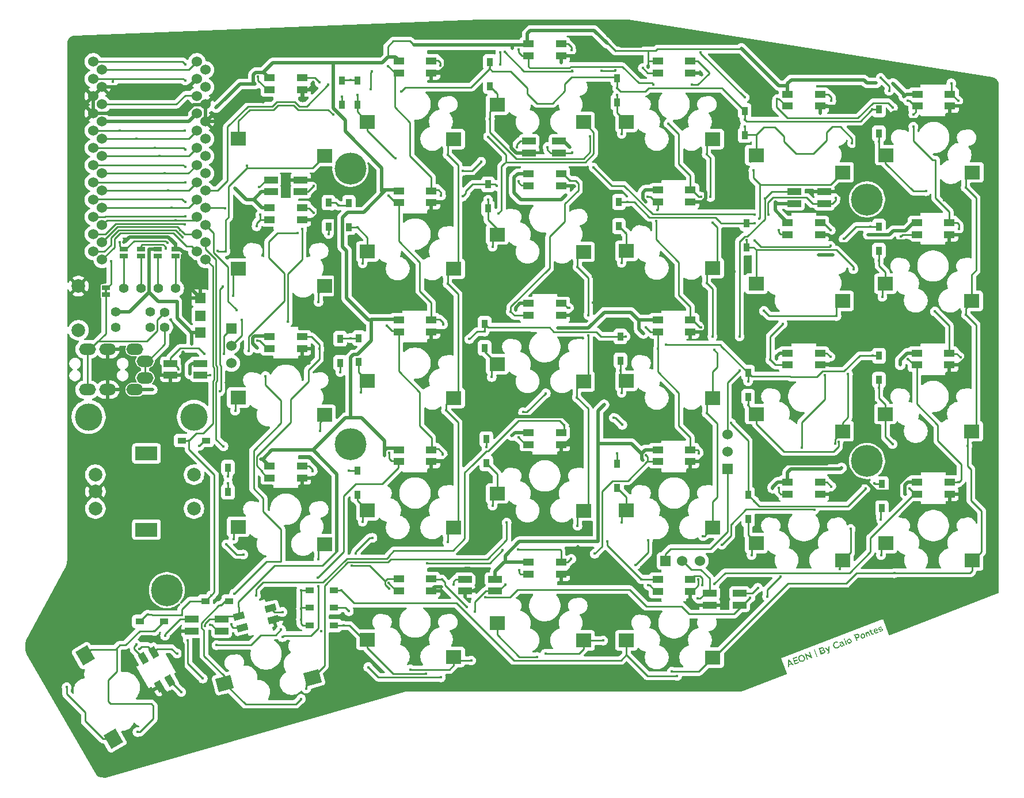
<source format=gtl>
G04 #@! TF.GenerationSoftware,KiCad,Pcbnew,9.0.0*
G04 #@! TF.CreationDate,2025-03-10T13:11:58-03:00*
G04 #@! TF.ProjectId,aeon-keyboard,61656f6e-2d6b-4657-9962-6f6172642e6b,v1*
G04 #@! TF.SameCoordinates,Original*
G04 #@! TF.FileFunction,Copper,L1,Top*
G04 #@! TF.FilePolarity,Positive*
%FSLAX46Y46*%
G04 Gerber Fmt 4.6, Leading zero omitted, Abs format (unit mm)*
G04 Created by KiCad (PCBNEW 9.0.0) date 2025-03-10 13:11:58*
%MOMM*%
%LPD*%
G01*
G04 APERTURE LIST*
G04 Aperture macros list*
%AMRotRect*
0 Rectangle, with rotation*
0 The origin of the aperture is its center*
0 $1 length*
0 $2 width*
0 $3 Rotation angle, in degrees counterclockwise*
0 Add horizontal line*
21,1,$1,$2,0,0,$3*%
G04 Aperture macros list end*
%ADD10C,0.200000*%
G04 #@! TA.AperFunction,EtchedComponent*
%ADD11C,0.100000*%
G04 #@! TD*
G04 #@! TA.AperFunction,ComponentPad*
%ADD12C,1.397000*%
G04 #@! TD*
G04 #@! TA.AperFunction,ComponentPad*
%ADD13O,2.500000X1.700000*%
G04 #@! TD*
G04 #@! TA.AperFunction,ComponentPad*
%ADD14C,4.700000*%
G04 #@! TD*
G04 #@! TA.AperFunction,ComponentPad*
%ADD15C,1.524000*%
G04 #@! TD*
G04 #@! TA.AperFunction,SMDPad,CuDef*
%ADD16R,1.143000X0.635000*%
G04 #@! TD*
G04 #@! TA.AperFunction,ComponentPad*
%ADD17C,2.000000*%
G04 #@! TD*
G04 #@! TA.AperFunction,SMDPad,CuDef*
%ADD18R,0.950000X1.300000*%
G04 #@! TD*
G04 #@! TA.AperFunction,SMDPad,CuDef*
%ADD19R,1.300000X0.950000*%
G04 #@! TD*
G04 #@! TA.AperFunction,SMDPad,CuDef*
%ADD20R,1.600000X1.000000*%
G04 #@! TD*
G04 #@! TA.AperFunction,SMDPad,CuDef*
%ADD21R,2.300000X2.000000*%
G04 #@! TD*
G04 #@! TA.AperFunction,SMDPad,CuDef*
%ADD22RotRect,1.600000X1.000000X120.000000*%
G04 #@! TD*
G04 #@! TA.AperFunction,SMDPad,CuDef*
%ADD23RotRect,2.300000X2.000000X300.000000*%
G04 #@! TD*
G04 #@! TA.AperFunction,ComponentPad*
%ADD24C,4.000000*%
G04 #@! TD*
G04 #@! TA.AperFunction,ComponentPad*
%ADD25R,1.524000X1.524000*%
G04 #@! TD*
G04 #@! TA.AperFunction,ComponentPad*
%ADD26R,3.200000X2.000000*%
G04 #@! TD*
G04 #@! TA.AperFunction,SMDPad,CuDef*
%ADD27R,2.000000X1.000000*%
G04 #@! TD*
G04 #@! TA.AperFunction,SMDPad,CuDef*
%ADD28RotRect,1.600000X1.000000X195.000000*%
G04 #@! TD*
G04 #@! TA.AperFunction,SMDPad,CuDef*
%ADD29RotRect,2.300000X2.000000X15.000000*%
G04 #@! TD*
G04 #@! TA.AperFunction,ViaPad*
%ADD30C,0.400000*%
G04 #@! TD*
G04 #@! TA.AperFunction,Conductor*
%ADD31C,0.250000*%
G04 #@! TD*
G04 #@! TA.AperFunction,Conductor*
%ADD32C,0.500000*%
G04 #@! TD*
G04 APERTURE END LIST*
D10*
G36*
X195221994Y-130008459D02*
G01*
X195056109Y-130072136D01*
X194901420Y-129895601D01*
X194538858Y-130036279D01*
X194540213Y-130270170D01*
X194379573Y-130331834D01*
X194385649Y-129477969D01*
X194534296Y-129477969D01*
X194536367Y-129869799D01*
X194793688Y-129771023D01*
X194535607Y-129477465D01*
X194534296Y-129477969D01*
X194385649Y-129477969D01*
X194387100Y-129274095D01*
X194524254Y-129221447D01*
X195221994Y-130008459D01*
G37*
G36*
X195361941Y-129954738D02*
G01*
X195010426Y-129039009D01*
X195643866Y-128795854D01*
X195701285Y-128945435D01*
X195236295Y-129123928D01*
X195328725Y-129364718D01*
X195725822Y-129212286D01*
X195781841Y-129358219D01*
X195384743Y-129510651D01*
X195471572Y-129736847D01*
X195949617Y-129553343D01*
X196008436Y-129706572D01*
X195361941Y-129954738D01*
G37*
G36*
X196443664Y-128524535D02*
G01*
X196504733Y-128536944D01*
X196565019Y-128557630D01*
X196622050Y-128586072D01*
X196676855Y-128623449D01*
X196729749Y-128670532D01*
X196775676Y-128724242D01*
X196815984Y-128788276D01*
X196850522Y-128864011D01*
X196876135Y-128945172D01*
X196889015Y-129019873D01*
X196890474Y-129089234D01*
X196882121Y-129158216D01*
X196865822Y-129221134D01*
X196841851Y-129278802D01*
X196810315Y-129332733D01*
X196772665Y-129381313D01*
X196728620Y-129424953D01*
X196679629Y-129463079D01*
X196628721Y-129494008D01*
X196575635Y-129518146D01*
X196519154Y-129535971D01*
X196460089Y-129547005D01*
X196397978Y-129551155D01*
X196335950Y-129547671D01*
X196275211Y-129536110D01*
X196215270Y-129516315D01*
X196158535Y-129488723D01*
X196104149Y-129452411D01*
X196051788Y-129406663D01*
X196006461Y-129354154D01*
X195966242Y-129290420D01*
X195931334Y-129213846D01*
X195904713Y-129130008D01*
X195891101Y-129053380D01*
X195890032Y-129016209D01*
X196062999Y-129016209D01*
X196070929Y-129084848D01*
X196091692Y-129155364D01*
X196122413Y-129218969D01*
X196161447Y-129272675D01*
X196208666Y-129317503D01*
X196261239Y-129351181D01*
X196319211Y-129373485D01*
X196382314Y-129383583D01*
X196447271Y-129380037D01*
X196515415Y-129361268D01*
X196577568Y-129330232D01*
X196628133Y-129289942D01*
X196668586Y-129240853D01*
X196696953Y-129186215D01*
X196713637Y-129126477D01*
X196718639Y-129061078D01*
X196711421Y-128994337D01*
X196691215Y-128925229D01*
X196659924Y-128860064D01*
X196619928Y-128803928D01*
X196571652Y-128756651D01*
X196518570Y-128721510D01*
X196460088Y-128697993D01*
X196396728Y-128687113D01*
X196331746Y-128690041D01*
X196264733Y-128708218D01*
X196201633Y-128740022D01*
X196151150Y-128781381D01*
X196111278Y-128831726D01*
X196083358Y-128887787D01*
X196067298Y-128948869D01*
X196062999Y-129016209D01*
X195890032Y-129016209D01*
X195889071Y-128982773D01*
X195897020Y-128912422D01*
X195913004Y-128848653D01*
X195936688Y-128790583D01*
X195968186Y-128736259D01*
X196005838Y-128687696D01*
X196049919Y-128644432D01*
X196099079Y-128606688D01*
X196150522Y-128575769D01*
X196204513Y-128551340D01*
X196260131Y-128533992D01*
X196318891Y-128523565D01*
X196381327Y-128520225D01*
X196443664Y-128524535D01*
G37*
G36*
X197862127Y-128995007D02*
G01*
X197118031Y-128618153D01*
X197339676Y-129195557D01*
X197173791Y-129259235D01*
X196822275Y-128343505D01*
X196920210Y-128305911D01*
X197631606Y-128663858D01*
X197420487Y-128113873D01*
X197585060Y-128050699D01*
X197936576Y-128966429D01*
X197862127Y-128995007D01*
G37*
G36*
X198566745Y-128824991D02*
G01*
X198148008Y-127734142D01*
X198256431Y-127692522D01*
X198675169Y-128783371D01*
X198566745Y-128824991D01*
G37*
G36*
X199472597Y-127376836D02*
G01*
X199523984Y-127391638D01*
X199570471Y-127416040D01*
X199610638Y-127449550D01*
X199643287Y-127490819D01*
X199667732Y-127539672D01*
X199679605Y-127578697D01*
X199684565Y-127614705D01*
X199683764Y-127649803D01*
X199677950Y-127681472D01*
X199667740Y-127711342D01*
X199654121Y-127738495D01*
X199618375Y-127785769D01*
X199619381Y-127788392D01*
X199646559Y-127787775D01*
X199677227Y-127794769D01*
X199707582Y-127807858D01*
X199738296Y-127826921D01*
X199766892Y-127850620D01*
X199793902Y-127879941D01*
X199816680Y-127912889D01*
X199833566Y-127948172D01*
X199849424Y-128007112D01*
X199851189Y-128062406D01*
X199840903Y-128115918D01*
X199820233Y-128165267D01*
X199790100Y-128209874D01*
X199750763Y-128249752D01*
X199704602Y-128282643D01*
X199652429Y-128307774D01*
X199239655Y-128466224D01*
X199066493Y-128013182D01*
X199253069Y-128013182D01*
X199346899Y-128257620D01*
X199557191Y-128176896D01*
X199601453Y-128155094D01*
X199633106Y-128129695D01*
X199654577Y-128100728D01*
X199667525Y-128067407D01*
X199670023Y-128035032D01*
X199662475Y-128002205D01*
X199645732Y-127970458D01*
X199622732Y-127945357D01*
X199592769Y-127926081D01*
X199559138Y-127915883D01*
X199519815Y-127916209D01*
X199472481Y-127928957D01*
X199253069Y-128013182D01*
X199066493Y-128013182D01*
X198921468Y-127633756D01*
X199107421Y-127633756D01*
X199200748Y-127876883D01*
X199411543Y-127797471D01*
X199455600Y-127775501D01*
X199487708Y-127749082D01*
X199510005Y-127718143D01*
X199523429Y-127682696D01*
X199525942Y-127648510D01*
X199518026Y-127614144D01*
X199506499Y-127591027D01*
X199490992Y-127571151D01*
X199471855Y-127554799D01*
X199449355Y-127542593D01*
X199424285Y-127535223D01*
X199395400Y-127532891D01*
X199365292Y-127536586D01*
X199330767Y-127548022D01*
X199107421Y-127633756D01*
X198921468Y-127633756D01*
X198889451Y-127549991D01*
X199289113Y-127396574D01*
X199354305Y-127377563D01*
X199414404Y-127371633D01*
X199472597Y-127376836D01*
G37*
G36*
X200458165Y-128153099D02*
G01*
X200452819Y-128196365D01*
X200438696Y-128233237D01*
X200417099Y-128266029D01*
X200389653Y-128294772D01*
X200357834Y-128319141D01*
X200322773Y-128339151D01*
X200251210Y-128367406D01*
X200176889Y-128388479D01*
X200140972Y-128240389D01*
X200210127Y-128221365D01*
X200234538Y-128212714D01*
X200270012Y-128193864D01*
X200301764Y-128161400D01*
X200311998Y-128139904D01*
X200315040Y-128112156D01*
X200313611Y-128010803D01*
X199805561Y-127534444D01*
X199799543Y-127518768D01*
X199956307Y-127458592D01*
X200306657Y-127785668D01*
X200306319Y-127324235D01*
X200459149Y-127265569D01*
X200465167Y-127281245D01*
X200458165Y-128153099D01*
G37*
G36*
X201655725Y-127563897D02*
G01*
X201607991Y-127578512D01*
X201555340Y-127587269D01*
X201497037Y-127589754D01*
X201438988Y-127585027D01*
X201380826Y-127572433D01*
X201322087Y-127551609D01*
X201266429Y-127523489D01*
X201212376Y-127486792D01*
X201159653Y-127440770D01*
X201113858Y-127388137D01*
X201073250Y-127324088D01*
X201038034Y-127246961D01*
X201014420Y-127172278D01*
X201001734Y-127101081D01*
X200999188Y-127032629D01*
X201005570Y-126964296D01*
X201019357Y-126901272D01*
X201040285Y-126842876D01*
X201068434Y-126787635D01*
X201102080Y-126738294D01*
X201141348Y-126694333D01*
X201185951Y-126655821D01*
X201232754Y-126625314D01*
X201282070Y-126602249D01*
X201343481Y-126582532D01*
X201401376Y-126571429D01*
X201458824Y-126567078D01*
X201513474Y-126568688D01*
X201566867Y-126575647D01*
X201617225Y-126587138D01*
X201665670Y-126602761D01*
X201710593Y-126621477D01*
X201689907Y-126786193D01*
X201613023Y-126757822D01*
X201573058Y-126746982D01*
X201531108Y-126739689D01*
X201488246Y-126736534D01*
X201443589Y-126737966D01*
X201398548Y-126745218D01*
X201350246Y-126760259D01*
X201302303Y-126784957D01*
X201259455Y-126820552D01*
X201224523Y-126864797D01*
X201198499Y-126917335D01*
X201182822Y-126975477D01*
X201177476Y-127042153D01*
X201184559Y-127111139D01*
X201206674Y-127186543D01*
X201239622Y-127255255D01*
X201279944Y-127311138D01*
X201328014Y-127357239D01*
X201378460Y-127390069D01*
X201432963Y-127411817D01*
X201488760Y-127421832D01*
X201544635Y-127420081D01*
X201596816Y-127406515D01*
X201642867Y-127385366D01*
X201681749Y-127360439D01*
X201716614Y-127331258D01*
X201747412Y-127299261D01*
X201798316Y-127228770D01*
X201837525Y-127155247D01*
X201965465Y-127242505D01*
X201954408Y-127276424D01*
X201934921Y-127319177D01*
X201909408Y-127361980D01*
X201874487Y-127407780D01*
X201833196Y-127451198D01*
X201781965Y-127494573D01*
X201724093Y-127532288D01*
X201655725Y-127563897D01*
G37*
G36*
X202332537Y-126569225D02*
G01*
X202361619Y-126575438D01*
X202404902Y-126590178D01*
X202437636Y-126607686D01*
X202461815Y-126627562D01*
X202491569Y-126666694D01*
X202518751Y-126723239D01*
X202601904Y-126939858D01*
X202622398Y-126987454D01*
X202635424Y-127005889D01*
X202652763Y-127017657D01*
X202671350Y-127021745D01*
X202688895Y-127017249D01*
X202707050Y-127002836D01*
X202770354Y-127081875D01*
X202754271Y-127106534D01*
X202739583Y-127122858D01*
X202722704Y-127135453D01*
X202701867Y-127145577D01*
X202640403Y-127161126D01*
X202607146Y-127162272D01*
X202576897Y-127155679D01*
X202556689Y-127145973D01*
X202535845Y-127130690D01*
X202528533Y-127150829D01*
X202519498Y-127170060D01*
X202495321Y-127202455D01*
X202464393Y-127229605D01*
X202427886Y-127251948D01*
X202381987Y-127272553D01*
X202332614Y-127287398D01*
X202280454Y-127294981D01*
X202228058Y-127294702D01*
X202178981Y-127286383D01*
X202133099Y-127269299D01*
X202091853Y-127242912D01*
X202058120Y-127207259D01*
X202033290Y-127160549D01*
X202017671Y-127101906D01*
X202017140Y-127057819D01*
X202170768Y-127057819D01*
X202179362Y-127092115D01*
X202196607Y-127125272D01*
X202217570Y-127147533D01*
X202242524Y-127161071D01*
X202270910Y-127166682D01*
X202304093Y-127164602D01*
X202343670Y-127153312D01*
X202393406Y-127129912D01*
X202428478Y-127104864D01*
X202456444Y-127075359D01*
X202475934Y-127044985D01*
X202466519Y-127028127D01*
X202459167Y-127008973D01*
X202415273Y-126898545D01*
X202346318Y-126912129D01*
X202271532Y-126934035D01*
X202229275Y-126954385D01*
X202200529Y-126976465D01*
X202182259Y-127000156D01*
X202172001Y-127027688D01*
X202170768Y-127057819D01*
X202017140Y-127057819D01*
X202017045Y-127049906D01*
X202028708Y-127000644D01*
X202050367Y-126957125D01*
X202081054Y-126918790D01*
X202120789Y-126884832D01*
X202166245Y-126856679D01*
X202216554Y-126833748D01*
X202300074Y-126809209D01*
X202374594Y-126792572D01*
X202369080Y-126778207D01*
X202345689Y-126734993D01*
X202326563Y-126714430D01*
X202302980Y-126703642D01*
X202269838Y-126699137D01*
X202237152Y-126702029D01*
X202170517Y-126721656D01*
X202123265Y-126745092D01*
X202077130Y-126777060D01*
X202035289Y-126812547D01*
X202000709Y-126845311D01*
X201937519Y-126758903D01*
X201947179Y-126742677D01*
X201965144Y-126721482D01*
X202013045Y-126678437D01*
X202072763Y-126636873D01*
X202137535Y-126604554D01*
X202185694Y-126587571D01*
X202242422Y-126573317D01*
X202302389Y-126567499D01*
X202332537Y-126569225D01*
G37*
G36*
X202903885Y-127059657D02*
G01*
X202658805Y-126421200D01*
X202807702Y-126364044D01*
X203052782Y-127002501D01*
X202903885Y-127059657D01*
G37*
G36*
X202748722Y-126175296D02*
G01*
X202757024Y-126216502D01*
X202749827Y-126254339D01*
X202729394Y-126285826D01*
X202698331Y-126305566D01*
X202664188Y-126311027D01*
X202627722Y-126301210D01*
X202596552Y-126278044D01*
X202575027Y-126241971D01*
X202566891Y-126200770D01*
X202574570Y-126162745D01*
X202595088Y-126131002D01*
X202624107Y-126112205D01*
X202660400Y-126106103D01*
X202696675Y-126115873D01*
X202727321Y-126139129D01*
X202748722Y-126175296D01*
G37*
G36*
X203459379Y-126158066D02*
G01*
X203523260Y-126176355D01*
X203582678Y-126207365D01*
X203638038Y-126252838D01*
X203669721Y-126289567D01*
X203697320Y-126333102D01*
X203720759Y-126384334D01*
X203737909Y-126438953D01*
X203746470Y-126489721D01*
X203747252Y-126537350D01*
X203736038Y-126606832D01*
X203712126Y-126668366D01*
X203676346Y-126723214D01*
X203629869Y-126770317D01*
X203575281Y-126808658D01*
X203514222Y-126837929D01*
X203450331Y-126856491D01*
X203383481Y-126864177D01*
X203316547Y-126859999D01*
X203252560Y-126843273D01*
X203193083Y-126813822D01*
X203138368Y-126770359D01*
X203107286Y-126734830D01*
X203079773Y-126691592D01*
X203055966Y-126639525D01*
X203038134Y-126583130D01*
X203028982Y-126530852D01*
X203028094Y-126497865D01*
X203191916Y-126497865D01*
X203195365Y-126535894D01*
X203206630Y-126575215D01*
X203224104Y-126610801D01*
X203246731Y-126640662D01*
X203274224Y-126665208D01*
X203305044Y-126683356D01*
X203338993Y-126694824D01*
X203376386Y-126699334D01*
X203414847Y-126696227D01*
X203455459Y-126684677D01*
X203493319Y-126666106D01*
X203523972Y-126642681D01*
X203548827Y-126614420D01*
X203566482Y-126583719D01*
X203577469Y-126550162D01*
X203581569Y-126513634D01*
X203578310Y-126476144D01*
X203567074Y-126436854D01*
X203549135Y-126400095D01*
X203526251Y-126369525D01*
X203498486Y-126344437D01*
X203467640Y-126326227D01*
X203433687Y-126314552D01*
X203396093Y-126309543D01*
X203357407Y-126312144D01*
X203316814Y-126323493D01*
X203279004Y-126342241D01*
X203248506Y-126366196D01*
X203223909Y-126395076D01*
X203206443Y-126426491D01*
X203195748Y-126460642D01*
X203191916Y-126497865D01*
X203028094Y-126497865D01*
X203027666Y-126481971D01*
X203038548Y-126410741D01*
X203062710Y-126348696D01*
X203099077Y-126293463D01*
X203146037Y-126245615D01*
X203200845Y-126206552D01*
X203260738Y-126177582D01*
X203325805Y-126158981D01*
X203392666Y-126152382D01*
X203459379Y-126158066D01*
G37*
G36*
X204627051Y-125402936D02*
G01*
X204688883Y-125421316D01*
X204745921Y-125452313D01*
X204798181Y-125497154D01*
X204841437Y-125553471D01*
X204876617Y-125625325D01*
X204897771Y-125699725D01*
X204902989Y-125768315D01*
X204894304Y-125834428D01*
X204873236Y-125893737D01*
X204840463Y-125947231D01*
X204796531Y-125994472D01*
X204743569Y-126033221D01*
X204680759Y-126063636D01*
X204469157Y-126144863D01*
X204574191Y-126418487D01*
X204405684Y-126483171D01*
X204093759Y-125670580D01*
X204287097Y-125670580D01*
X204408937Y-125987985D01*
X204596997Y-125915795D01*
X204630378Y-125899586D01*
X204659150Y-125878529D01*
X204683230Y-125852913D01*
X204701253Y-125824301D01*
X204713323Y-125792831D01*
X204719002Y-125759278D01*
X204717654Y-125725078D01*
X204708517Y-125690899D01*
X204694569Y-125662366D01*
X204675555Y-125636382D01*
X204652365Y-125614084D01*
X204625797Y-125596552D01*
X204596381Y-125584414D01*
X204564158Y-125578419D01*
X204531011Y-125579856D01*
X204496077Y-125590360D01*
X204287097Y-125670580D01*
X204093759Y-125670580D01*
X204054168Y-125567441D01*
X204429034Y-125423544D01*
X204496146Y-125404088D01*
X204561997Y-125397292D01*
X204627051Y-125402936D01*
G37*
G36*
X205444068Y-125396215D02*
G01*
X205507949Y-125414505D01*
X205567367Y-125445514D01*
X205622727Y-125490987D01*
X205654410Y-125527716D01*
X205682009Y-125571252D01*
X205705448Y-125622484D01*
X205722598Y-125677102D01*
X205731159Y-125727870D01*
X205731941Y-125775499D01*
X205720727Y-125844982D01*
X205696815Y-125906516D01*
X205661035Y-125961363D01*
X205614559Y-126008466D01*
X205559970Y-126046807D01*
X205498911Y-126076078D01*
X205435020Y-126094641D01*
X205368170Y-126102327D01*
X205301236Y-126098149D01*
X205237249Y-126081422D01*
X205177772Y-126051972D01*
X205123057Y-126008509D01*
X205091975Y-125972979D01*
X205064462Y-125929742D01*
X205040655Y-125877674D01*
X205022823Y-125821279D01*
X205013671Y-125769001D01*
X205012783Y-125736014D01*
X205176605Y-125736014D01*
X205180054Y-125774044D01*
X205191319Y-125813364D01*
X205208793Y-125848950D01*
X205231420Y-125878812D01*
X205258914Y-125903357D01*
X205289733Y-125921505D01*
X205323682Y-125932973D01*
X205361075Y-125937483D01*
X205399536Y-125934376D01*
X205440148Y-125922827D01*
X205478008Y-125904255D01*
X205508661Y-125880830D01*
X205533517Y-125852570D01*
X205551171Y-125821868D01*
X205562158Y-125788312D01*
X205566258Y-125751784D01*
X205562999Y-125714293D01*
X205551763Y-125675003D01*
X205533824Y-125638244D01*
X205510940Y-125607675D01*
X205483175Y-125582586D01*
X205452329Y-125564376D01*
X205418376Y-125552702D01*
X205380782Y-125547692D01*
X205342096Y-125550293D01*
X205301503Y-125561642D01*
X205263693Y-125580391D01*
X205233195Y-125604345D01*
X205208598Y-125633225D01*
X205191132Y-125664640D01*
X205180438Y-125698792D01*
X205176605Y-125736014D01*
X205012783Y-125736014D01*
X205012355Y-125720120D01*
X205023237Y-125648891D01*
X205047399Y-125586846D01*
X205083766Y-125531612D01*
X205130726Y-125483765D01*
X205185534Y-125444701D01*
X205245427Y-125415731D01*
X205310494Y-125397130D01*
X205377355Y-125390531D01*
X205444068Y-125396215D01*
G37*
G36*
X205871051Y-125273357D02*
G01*
X205890078Y-125231258D01*
X205917571Y-125189572D01*
X205954924Y-125152276D01*
X205978373Y-125136683D01*
X206006787Y-125123473D01*
X206058171Y-125108703D01*
X206108678Y-125103851D01*
X206158195Y-125108279D01*
X206203073Y-125121444D01*
X206244123Y-125143157D01*
X206280639Y-125173229D01*
X206310582Y-125210454D01*
X206333227Y-125255532D01*
X206496403Y-125680619D01*
X206348816Y-125737272D01*
X206198223Y-125344963D01*
X206177683Y-125307130D01*
X206163373Y-125290499D01*
X206146888Y-125277681D01*
X206127988Y-125268784D01*
X206105732Y-125264177D01*
X206081971Y-125265061D01*
X206053685Y-125272907D01*
X206033667Y-125282967D01*
X206014476Y-125297703D01*
X205980301Y-125335610D01*
X205951562Y-125379671D01*
X205928995Y-125424307D01*
X206087619Y-125837536D01*
X205938722Y-125894693D01*
X205693641Y-125256236D01*
X205842539Y-125199080D01*
X205871051Y-125273357D01*
G37*
G36*
X207022232Y-125356138D02*
G01*
X206990291Y-125424083D01*
X206958335Y-125472691D01*
X206920130Y-125510570D01*
X206877824Y-125534205D01*
X206843508Y-125544546D01*
X206809381Y-125549294D01*
X206774188Y-125547358D01*
X206731847Y-125536609D01*
X206686208Y-125514157D01*
X206640040Y-125474985D01*
X206601646Y-125426651D01*
X206575780Y-125375906D01*
X206470067Y-125100515D01*
X206382564Y-125134104D01*
X206334948Y-125010061D01*
X206422451Y-124976472D01*
X206374376Y-124851232D01*
X206493101Y-124723313D01*
X206568726Y-124920322D01*
X206777707Y-124840102D01*
X206825323Y-124964145D01*
X206616342Y-125044365D01*
X206711158Y-125291368D01*
X206730063Y-125328309D01*
X206753300Y-125354533D01*
X206781085Y-125371986D01*
X206809598Y-125375113D01*
X206846334Y-125366299D01*
X206862942Y-125356915D01*
X206886168Y-125337338D01*
X206908917Y-125308854D01*
X206927371Y-125272926D01*
X207022232Y-125356138D01*
G37*
G36*
X207351237Y-124649503D02*
G01*
X207400425Y-124663067D01*
X207445420Y-124685647D01*
X207485394Y-124716588D01*
X207520651Y-124754214D01*
X207552852Y-124798612D01*
X207588553Y-124868102D01*
X207616586Y-124945049D01*
X207162028Y-125119538D01*
X207173987Y-125141046D01*
X207194322Y-125162605D01*
X207219560Y-125180551D01*
X207249315Y-125194604D01*
X207281702Y-125203734D01*
X207317305Y-125207813D01*
X207353348Y-125205473D01*
X207389086Y-125195629D01*
X207445569Y-125171207D01*
X207492640Y-125145414D01*
X207533804Y-125113553D01*
X207568214Y-125072909D01*
X207660417Y-125145107D01*
X207648153Y-125170553D01*
X207628397Y-125198342D01*
X207575708Y-125250550D01*
X207509551Y-125296810D01*
X207435658Y-125332630D01*
X207375494Y-125349768D01*
X207311315Y-125356292D01*
X207246823Y-125351124D01*
X207184197Y-125333535D01*
X207125648Y-125303476D01*
X207070264Y-125259084D01*
X207038529Y-125223040D01*
X207010611Y-125179402D01*
X206986631Y-125127086D01*
X206968608Y-125070373D01*
X206959240Y-125018126D01*
X206957638Y-124969602D01*
X206960091Y-124952175D01*
X207120411Y-124952175D01*
X207123768Y-125000275D01*
X207429373Y-124882965D01*
X207409553Y-124843089D01*
X207393716Y-124821873D01*
X207371882Y-124803394D01*
X207345301Y-124790297D01*
X207310840Y-124783070D01*
X207272739Y-124784809D01*
X207221981Y-124799324D01*
X207187577Y-124817376D01*
X207160211Y-124842097D01*
X207139015Y-124874209D01*
X207125759Y-124910612D01*
X207120411Y-124952175D01*
X206960091Y-124952175D01*
X206967595Y-124898860D01*
X206990047Y-124837470D01*
X207024086Y-124782735D01*
X207067371Y-124736301D01*
X207118073Y-124698677D01*
X207172965Y-124671633D01*
X207238874Y-124651896D01*
X207296165Y-124645336D01*
X207351237Y-124649503D01*
G37*
G36*
X208108717Y-125074267D02*
G01*
X208033167Y-125098101D01*
X207963075Y-125108721D01*
X207891105Y-125106785D01*
X207810087Y-125092690D01*
X207816090Y-124956175D01*
X207886068Y-124968323D01*
X207941210Y-124971850D01*
X207995310Y-124965875D01*
X208059701Y-124946576D01*
X208093924Y-124930430D01*
X208136883Y-124901775D01*
X208155363Y-124883499D01*
X208169318Y-124863424D01*
X208176070Y-124841543D01*
X208172219Y-124818162D01*
X208161317Y-124801987D01*
X208143889Y-124793260D01*
X208122703Y-124790163D01*
X208098746Y-124790837D01*
X208051538Y-124800586D01*
X208015783Y-124812742D01*
X207925640Y-124841327D01*
X207873121Y-124851475D01*
X207820971Y-124853709D01*
X207770276Y-124846064D01*
X207722943Y-124826653D01*
X207695977Y-124806504D01*
X207672350Y-124776957D01*
X207652092Y-124735794D01*
X207638899Y-124690731D01*
X207635089Y-124650916D01*
X207639458Y-124615132D01*
X207657919Y-124564392D01*
X207686563Y-124521115D01*
X207723759Y-124484202D01*
X207768245Y-124452937D01*
X207815862Y-124427185D01*
X207859021Y-124408281D01*
X207920043Y-124388598D01*
X207973048Y-124378636D01*
X208019317Y-124376900D01*
X208088570Y-124387744D01*
X208159796Y-124414869D01*
X208143063Y-124535359D01*
X208083784Y-124521875D01*
X208026643Y-124517129D01*
X207969642Y-124522302D01*
X207909438Y-124539620D01*
X207867472Y-124557234D01*
X207820876Y-124584081D01*
X207801791Y-124601710D01*
X207788427Y-124622568D01*
X207783089Y-124646083D01*
X207788617Y-124673838D01*
X207800317Y-124690433D01*
X207820016Y-124699066D01*
X207843986Y-124701385D01*
X207871140Y-124699520D01*
X207924838Y-124687083D01*
X207962566Y-124674105D01*
X208052164Y-124648018D01*
X208103967Y-124640225D01*
X208154853Y-124640190D01*
X208204096Y-124649650D01*
X208250420Y-124670545D01*
X208276915Y-124691177D01*
X208299684Y-124719996D01*
X208318733Y-124758715D01*
X208330757Y-124801158D01*
X208333249Y-124838814D01*
X208327330Y-124872948D01*
X208306885Y-124921271D01*
X208276799Y-124963833D01*
X208239023Y-125000469D01*
X208194876Y-125031383D01*
X208148336Y-125056775D01*
X208108717Y-125074267D01*
G37*
D11*
X94150000Y-75200000D02*
X93850000Y-75200000D01*
X93850000Y-74800000D01*
X94150000Y-74800000D01*
X94150000Y-75200000D01*
G04 #@! TA.AperFunction,EtchedComponent*
G36*
X94150000Y-75200000D02*
G01*
X93850000Y-75200000D01*
X93850000Y-74800000D01*
X94150000Y-74800000D01*
X94150000Y-75200000D01*
G37*
G04 #@! TD.AperFunction*
D12*
X95499272Y-80311965D03*
X100579272Y-80311965D03*
X95499272Y-78061965D03*
X100579272Y-78061965D03*
D13*
X98300000Y-89500000D03*
X98300000Y-83550000D03*
X94300000Y-89500000D03*
X94300000Y-83550000D03*
X91300000Y-89500000D03*
X91300000Y-83550000D03*
X99800000Y-87750000D03*
X99800000Y-85300000D03*
D12*
X102700000Y-80300000D03*
X102700000Y-78100000D03*
D14*
X130000000Y-57000000D03*
X206000000Y-61500000D03*
X130000000Y-97500000D03*
X206000000Y-100000000D03*
X103000000Y-119000000D03*
D15*
X92180000Y-41230000D03*
X108718815Y-42425745D03*
X92180000Y-43770000D03*
X108718815Y-44965745D03*
X92180000Y-46310000D03*
X108718815Y-47505745D03*
X92180000Y-48850000D03*
X108718815Y-50045745D03*
X92180000Y-51390000D03*
X108718815Y-52585745D03*
X92180000Y-53930000D03*
X108718815Y-55125745D03*
X92180000Y-56470000D03*
X108718815Y-57665745D03*
X92180000Y-59010000D03*
X108718815Y-60205745D03*
X92180000Y-61550000D03*
X108718815Y-62745745D03*
X92180000Y-64090000D03*
X108718815Y-65285745D03*
X92180000Y-66630000D03*
X108718815Y-67825745D03*
X92180000Y-69170000D03*
X108718815Y-70365745D03*
X93478815Y-70365745D03*
X107420000Y-69170000D03*
X93478815Y-67825745D03*
X107420000Y-66630000D03*
X93478815Y-65285745D03*
X107420000Y-64090000D03*
X93478815Y-62745745D03*
X107420000Y-61550000D03*
X93478815Y-60205745D03*
X107420000Y-59010000D03*
X93478815Y-57665745D03*
X107420000Y-56470000D03*
X93478815Y-55125745D03*
X107420000Y-53930000D03*
X93478815Y-52585745D03*
X107420000Y-51390000D03*
X93478815Y-50045745D03*
X107420000Y-48850000D03*
X93478815Y-47505745D03*
X107420000Y-46310000D03*
X93478815Y-44965745D03*
X107420000Y-43770000D03*
X93478815Y-42425745D03*
X107420000Y-41230000D03*
D16*
X104300000Y-69800380D03*
X104300000Y-68799620D03*
X101700000Y-69800380D03*
X101700000Y-68799620D03*
X99200000Y-69800380D03*
X99200000Y-68799620D03*
D17*
X90000000Y-74250000D03*
X90000000Y-80750000D03*
D16*
X94000000Y-74499620D03*
X94000000Y-75500380D03*
D18*
X128750000Y-44000000D03*
X128750000Y-47550000D03*
X131000000Y-44005500D03*
X131000000Y-47555500D03*
X150500000Y-41265000D03*
X150500000Y-44815000D03*
X169250000Y-43650000D03*
X169250000Y-47200000D03*
X188000000Y-48475000D03*
X188000000Y-52025000D03*
X207750000Y-48250000D03*
X207750000Y-51800000D03*
X126800000Y-62000000D03*
X126800000Y-65550000D03*
X129800000Y-62025000D03*
X129800000Y-65575000D03*
X150250000Y-59290000D03*
X150250000Y-62840000D03*
X169500000Y-61875000D03*
X169500000Y-65425000D03*
X188250000Y-65000000D03*
X188250000Y-68550000D03*
X207750000Y-65500000D03*
X207750000Y-69050000D03*
X128500000Y-82000000D03*
X128500000Y-85550000D03*
X131250000Y-81900000D03*
X131250000Y-85450000D03*
X149750000Y-79790000D03*
X149750000Y-83340000D03*
X169725000Y-81650000D03*
X169725000Y-85200000D03*
X188500000Y-87000000D03*
X188500000Y-90550000D03*
X207750000Y-84500000D03*
X207750000Y-88050000D03*
X112000000Y-100975000D03*
X112000000Y-104525000D03*
X131000000Y-101400000D03*
X131000000Y-104950000D03*
X150000000Y-96790000D03*
X150000000Y-100340000D03*
X169250000Y-100375000D03*
X169250000Y-103925000D03*
X188500000Y-104975000D03*
X188500000Y-108525000D03*
X208200000Y-103400000D03*
X208200000Y-106950000D03*
D19*
X105225000Y-97000000D03*
X108775000Y-97000000D03*
X99025000Y-123600000D03*
X102575000Y-123600000D03*
X108649800Y-120624800D03*
X112199800Y-120624800D03*
X124000000Y-124200000D03*
X127550000Y-124200000D03*
X124000000Y-121600000D03*
X127550000Y-121600000D03*
D20*
X122900000Y-43625000D03*
X122900000Y-45375000D03*
X118100000Y-45375000D03*
X118100000Y-43625000D03*
D21*
X113500000Y-52580000D03*
X126200000Y-55120000D03*
D20*
X141900000Y-41125000D03*
X141900000Y-42875000D03*
X137100000Y-42875000D03*
X137100000Y-41125000D03*
D21*
X132500000Y-50080000D03*
X145200000Y-52620000D03*
D20*
X161000000Y-38625000D03*
X161000000Y-40375000D03*
X156200000Y-40375000D03*
X156200000Y-38625000D03*
D21*
X151600000Y-47580000D03*
X164300000Y-50120000D03*
D20*
X180000000Y-41125000D03*
X180000000Y-42875000D03*
X175200000Y-42875000D03*
X175200000Y-41125000D03*
D21*
X170600000Y-50080000D03*
X183300000Y-52620000D03*
D20*
X199100000Y-46025000D03*
X199100000Y-47775000D03*
X194300000Y-47775000D03*
X194300000Y-46025000D03*
D21*
X189700000Y-54980000D03*
X202400000Y-57520000D03*
D20*
X122900000Y-62725000D03*
X122900000Y-64475000D03*
X118100000Y-64475000D03*
X118100000Y-62725000D03*
D21*
X113500000Y-71680000D03*
X126200000Y-74220000D03*
D20*
X141900000Y-60225000D03*
X141900000Y-61975000D03*
X137100000Y-61975000D03*
X137100000Y-60225000D03*
D21*
X132500000Y-69180000D03*
X145200000Y-71720000D03*
D20*
X161000000Y-57715000D03*
X161000000Y-59465000D03*
X156200000Y-59465000D03*
X156200000Y-57715000D03*
D21*
X151600000Y-66670000D03*
X164300000Y-69210000D03*
D20*
X180000000Y-60125000D03*
X180000000Y-61875000D03*
X175200000Y-61875000D03*
X175200000Y-60125000D03*
D21*
X170600000Y-69080000D03*
X183300000Y-71620000D03*
D20*
X199100000Y-64925000D03*
X199100000Y-66675000D03*
X194300000Y-66675000D03*
X194300000Y-64925000D03*
D21*
X189700000Y-73880000D03*
X202400000Y-76420000D03*
D20*
X218100000Y-64925000D03*
X218100000Y-66675000D03*
X213300000Y-66675000D03*
X213300000Y-64925000D03*
D21*
X208700000Y-73880000D03*
X221400000Y-76420000D03*
D20*
X122900000Y-81725000D03*
X122900000Y-83475000D03*
X118100000Y-83475000D03*
X118100000Y-81725000D03*
D21*
X113500000Y-90680000D03*
X126200000Y-93220000D03*
D20*
X141900000Y-79225000D03*
X141900000Y-80975000D03*
X137100000Y-80975000D03*
X137100000Y-79225000D03*
D21*
X132500000Y-88180000D03*
X145200000Y-90720000D03*
D20*
X161000000Y-76815000D03*
X161000000Y-78565000D03*
X156200000Y-78565000D03*
X156200000Y-76815000D03*
D21*
X151600000Y-85770000D03*
X164300000Y-88310000D03*
D20*
X180000000Y-79225000D03*
X180000000Y-80975000D03*
X175200000Y-80975000D03*
X175200000Y-79225000D03*
D21*
X170600000Y-88180000D03*
X183300000Y-90720000D03*
D20*
X199100000Y-84125000D03*
X199100000Y-85875000D03*
X194300000Y-85875000D03*
X194300000Y-84125000D03*
D21*
X189700000Y-93080000D03*
X202400000Y-95620000D03*
D20*
X218100000Y-84125000D03*
X218100000Y-85875000D03*
X213300000Y-85875000D03*
X213300000Y-84125000D03*
D21*
X208700000Y-93080000D03*
X221400000Y-95620000D03*
D20*
X122900000Y-100725000D03*
X122900000Y-102475000D03*
X118100000Y-102475000D03*
X118100000Y-100725000D03*
D21*
X113500000Y-109680000D03*
X126200000Y-112220000D03*
D20*
X141900000Y-98325000D03*
X141900000Y-100075000D03*
X137100000Y-100075000D03*
X137100000Y-98325000D03*
D21*
X132500000Y-107280000D03*
X145200000Y-109820000D03*
D20*
X161000000Y-95815000D03*
X161000000Y-97565000D03*
X156200000Y-97565000D03*
X156200000Y-95815000D03*
D21*
X151600000Y-104770000D03*
X164300000Y-107310000D03*
D20*
X180000000Y-98325000D03*
X180000000Y-100075000D03*
X175200000Y-100075000D03*
X175200000Y-98325000D03*
D21*
X170600000Y-107280000D03*
X183300000Y-109820000D03*
D20*
X199100000Y-103125000D03*
X199100000Y-104875000D03*
X194300000Y-104875000D03*
X194300000Y-103125000D03*
D21*
X189700000Y-112080000D03*
X202400000Y-114620000D03*
D20*
X218150000Y-103125000D03*
X218150000Y-104875000D03*
X213350000Y-104875000D03*
X213350000Y-103125000D03*
D21*
X208750000Y-112080000D03*
X221450000Y-114620000D03*
D22*
X103430912Y-132290961D03*
X101915367Y-133165961D03*
X99515367Y-129009039D03*
X101030912Y-128134039D03*
D23*
X90975654Y-128627822D03*
X95125950Y-140896345D03*
D20*
X141900000Y-117325000D03*
X141900000Y-119075000D03*
X137100000Y-119075000D03*
X137100000Y-117325000D03*
D21*
X132500000Y-126280000D03*
X145200000Y-128820000D03*
D20*
X161000000Y-114915000D03*
X161000000Y-116665000D03*
X156200000Y-116665000D03*
X156200000Y-114915000D03*
D21*
X151600000Y-123870000D03*
X164300000Y-126410000D03*
D24*
X91500000Y-93500000D03*
D16*
X96700000Y-69800380D03*
X96700000Y-68799620D03*
D25*
X107900000Y-81100000D03*
X107900000Y-78600000D03*
X107900000Y-76000000D03*
D12*
X96700000Y-74600000D03*
X99240000Y-74600000D03*
X101780000Y-74600000D03*
X104320000Y-74600000D03*
D19*
X124030000Y-119020000D03*
X127580000Y-119020000D03*
D24*
X107000000Y-93500000D03*
D17*
X92500000Y-102000000D03*
X92500000Y-107000000D03*
X92500000Y-104500000D03*
D26*
X100000000Y-98900000D03*
X100000000Y-110100000D03*
D17*
X107000000Y-107000000D03*
X107000000Y-102000000D03*
D27*
X122700000Y-60375000D03*
X122700000Y-58625000D03*
X118300000Y-58625000D03*
X118300000Y-60375000D03*
X156300000Y-52915000D03*
X156300000Y-54665000D03*
X160700000Y-54665000D03*
X160700000Y-52915000D03*
X199700000Y-62125000D03*
X199700000Y-60375000D03*
X195300000Y-60375000D03*
X195300000Y-62125000D03*
X106650000Y-123255000D03*
X106650000Y-125005000D03*
X111050000Y-125005000D03*
X111050000Y-123255000D03*
X146883600Y-117387600D03*
X146883600Y-119137600D03*
X151283600Y-119137600D03*
X151283600Y-117387600D03*
X182850000Y-119445000D03*
X182850000Y-121195000D03*
X187250000Y-121195000D03*
X187250000Y-119445000D03*
X103550000Y-85625000D03*
X103550000Y-87375000D03*
X107950000Y-87375000D03*
X107950000Y-85625000D03*
D25*
X185500000Y-101150000D03*
D15*
X185500000Y-98650000D03*
X185500000Y-96050000D03*
D25*
X176327000Y-114706600D03*
D15*
X178827000Y-114706600D03*
X181427000Y-114706600D03*
D25*
X112500000Y-80500000D03*
D15*
X112500000Y-83000000D03*
X112500000Y-85600000D03*
D20*
X180000000Y-117425000D03*
X180000000Y-119175000D03*
X175200000Y-119175000D03*
X175200000Y-117425000D03*
D21*
X170600000Y-126380000D03*
X183300000Y-128920000D03*
D28*
X118268251Y-121621057D03*
X118721184Y-123311427D03*
X114084740Y-124553759D03*
X113631807Y-122863390D03*
D29*
X111506272Y-132703822D03*
X124430931Y-131870272D03*
D20*
X218200000Y-46025000D03*
X218200000Y-47775000D03*
X213400000Y-47775000D03*
X213400000Y-46025000D03*
D21*
X208800000Y-54980000D03*
X221500000Y-57520000D03*
D30*
X127450000Y-49000000D03*
X128750000Y-46400000D03*
X122732600Y-123332600D03*
X100200000Y-122600000D03*
X105189400Y-122624800D03*
X122773800Y-119020000D03*
X122732600Y-121732600D03*
X105327833Y-67072169D03*
X109512300Y-119762300D03*
X106250000Y-97000000D03*
X136588496Y-55452510D03*
X131000000Y-46150000D03*
X150550000Y-49640000D03*
X165250000Y-52190000D03*
X151362500Y-45677500D03*
X105700000Y-59000000D03*
X169250000Y-45150000D03*
X150500004Y-42222496D03*
X137450000Y-45600000D03*
X126750000Y-44600000D03*
X188000000Y-49750000D03*
X130000000Y-43900000D03*
X206750000Y-48250000D03*
X169250000Y-46150000D03*
X169900000Y-51850000D03*
X206500000Y-65500000D03*
X105700000Y-61900000D03*
X111574990Y-62800000D03*
X189500000Y-65000000D03*
X189500000Y-67550000D03*
X128239998Y-62400000D03*
X170775000Y-61875000D03*
X146532600Y-61061600D03*
X200650000Y-68350000D03*
X151500000Y-59540000D03*
X202565000Y-67310000D03*
X188000000Y-50750000D03*
X203800000Y-53200000D03*
X206825000Y-84500000D03*
X170480000Y-81650000D03*
X149750000Y-80940000D03*
X188500000Y-88250000D03*
X130000000Y-81900000D03*
X113250000Y-77750000D03*
X176450000Y-82900000D03*
X105700000Y-64000000D03*
X147500012Y-82050000D03*
X214655400Y-60291210D03*
X207750000Y-53000000D03*
X207057999Y-103273747D03*
X105600000Y-65200000D03*
X112000000Y-102250000D03*
X111350001Y-97825012D03*
X186000000Y-94400000D03*
X169250000Y-98900000D03*
X150000000Y-97940000D03*
X205800000Y-104000000D03*
X189387500Y-105862500D03*
X129750000Y-101400000D03*
X112750000Y-75650000D03*
X126800000Y-66600000D03*
X131800000Y-70900000D03*
X131000000Y-65600000D03*
X150250000Y-61540000D03*
X150900000Y-68440000D03*
X170487500Y-66412500D03*
X169900000Y-70850000D03*
X188250000Y-67500000D03*
X204000000Y-71750000D03*
X207750000Y-70500000D03*
X208250000Y-75850000D03*
X113050000Y-92600000D03*
X128500000Y-86900000D03*
X131550000Y-89900000D03*
X150800000Y-87640000D03*
X169900000Y-89950000D03*
X169750000Y-86650000D03*
X201797467Y-97158879D03*
X188500000Y-91750000D03*
X207750000Y-89250000D03*
X209750000Y-97500000D03*
X112800000Y-111450000D03*
X112000000Y-103250000D03*
X131800000Y-108950000D03*
X150900000Y-106540000D03*
X169900000Y-109050000D03*
X189000000Y-113850000D03*
X208050000Y-113850000D03*
X208000000Y-108600000D03*
X98687000Y-139889000D03*
X101175000Y-125000000D03*
X122750000Y-135000000D03*
X110984999Y-121234999D03*
X129000000Y-124200000D03*
X141108000Y-131259000D03*
X116350000Y-83400000D03*
X193300000Y-63925000D03*
X162250000Y-53790000D03*
X154300002Y-77790000D03*
X173000000Y-99900000D03*
X172781800Y-117399000D03*
X192700000Y-84950000D03*
X173100000Y-81250000D03*
X153294800Y-114915000D03*
X135325000Y-60125000D03*
X210875000Y-85875000D03*
X113000000Y-59800000D03*
X173475000Y-61875000D03*
X110250000Y-48000000D03*
X134375000Y-79125000D03*
X116000000Y-44500000D03*
X206175000Y-66675000D03*
X154099999Y-60539999D03*
X100400008Y-68800000D03*
X104503600Y-128314400D03*
X100400000Y-50045745D03*
X173806234Y-42086230D03*
X205994000Y-44373800D03*
X193012500Y-44737500D03*
X192532000Y-61849000D03*
X161650000Y-60890000D03*
X166424990Y-111865010D03*
X167750000Y-38440000D03*
X160475000Y-80440000D03*
X198874990Y-69700000D03*
X98966400Y-127646200D03*
X115800000Y-61500000D03*
X200950000Y-69700000D03*
X167803400Y-111861800D03*
X116850000Y-99700000D03*
X167325000Y-78115000D03*
X166424990Y-98714990D03*
X106400000Y-87200000D03*
X189950000Y-118650000D03*
X211400000Y-46400000D03*
X108600000Y-124300000D03*
X106624999Y-82800000D03*
X135000000Y-99200004D03*
X135500000Y-40575010D03*
X209800000Y-44400000D03*
X211625000Y-104875000D03*
X153750000Y-96290000D03*
X130160600Y-115417800D03*
X111725000Y-46525000D03*
X207340200Y-44373800D03*
X192100000Y-104000000D03*
X202250000Y-100999998D03*
X128025000Y-113250000D03*
X211650000Y-66100000D03*
X153800000Y-39290000D03*
X135669468Y-118748132D03*
X167325000Y-91715000D03*
X166650000Y-55940000D03*
X142400000Y-102800000D03*
X165700000Y-72900000D03*
X209450000Y-64250000D03*
X188700000Y-76550000D03*
X147000000Y-64600000D03*
X224200000Y-110000000D03*
X182000000Y-79650000D03*
X144175000Y-60125000D03*
X192925700Y-40627300D03*
X185000000Y-123500000D03*
X143383000Y-118554500D03*
X181200002Y-117425000D03*
X116395500Y-41541700D03*
X217322400Y-61607700D03*
X221200000Y-107000000D03*
X161000002Y-41375002D03*
X177203100Y-57429400D03*
X163614100Y-130975100D03*
X210832700Y-43180000D03*
X213900000Y-118700000D03*
X145400000Y-44000000D03*
X140800000Y-132800000D03*
X188300000Y-70950000D03*
X223685100Y-57200800D03*
X147370800Y-84328000D03*
X148500000Y-95400000D03*
X207721200Y-80670400D03*
X220562002Y-83212002D03*
X187600000Y-94000000D03*
X187000000Y-89000000D03*
X209905600Y-100698300D03*
X170800000Y-117800000D03*
X167894000Y-37439600D03*
X90792300Y-119316500D03*
X211836000Y-69608700D03*
X207200000Y-108800000D03*
X99700000Y-134300000D03*
X126800000Y-59000000D03*
X143000000Y-95400000D03*
X149100000Y-127800000D03*
X169050000Y-56850000D03*
X165200000Y-110900000D03*
X125250001Y-60399999D03*
X144800000Y-64400000D03*
X94348300Y-124167900D03*
X172700000Y-37600000D03*
X163510800Y-112581400D03*
X167600000Y-121700000D03*
X224000000Y-117200000D03*
X203847700Y-78790800D03*
X163200000Y-77240000D03*
X155740100Y-81953100D03*
X162950000Y-59590002D03*
X220800000Y-68400000D03*
X222211900Y-44970700D03*
X148500000Y-61500000D03*
X223400000Y-79000000D03*
X205100000Y-118700000D03*
X172800000Y-78200000D03*
X102000000Y-86000000D03*
X148500000Y-112300000D03*
X114176200Y-62687000D03*
X215049100Y-61772800D03*
X131800000Y-131400000D03*
X204500000Y-52050000D03*
X220200000Y-66650000D03*
X107937300Y-117297200D03*
X167500000Y-114300000D03*
X206629000Y-96100900D03*
X184600000Y-62800000D03*
X96900000Y-44965745D03*
X100076000Y-104254300D03*
X151282400Y-130479800D03*
X218541600Y-88684100D03*
X163850000Y-39890000D03*
X165700000Y-76700000D03*
X146900000Y-124100000D03*
X123950000Y-85550000D03*
X128600000Y-131000000D03*
X148500000Y-64700000D03*
X181700000Y-43200000D03*
X148500000Y-52300000D03*
X169700000Y-79600000D03*
X189000000Y-62600000D03*
X156806900Y-132270500D03*
X103800000Y-134400000D03*
X123599600Y-104863700D03*
X146883600Y-115783200D03*
X128200000Y-126000000D03*
X186924999Y-110225001D03*
X124598000Y-80950008D03*
X111750000Y-88500000D03*
X172681900Y-58877200D03*
X148500000Y-46100000D03*
X201750000Y-47800000D03*
X201056001Y-67443999D03*
X165370000Y-38370000D03*
X190000000Y-89000000D03*
X105400000Y-84000000D03*
X200200000Y-107800000D03*
X133000000Y-78000000D03*
X96900000Y-48800000D03*
X220400000Y-47800000D03*
X177000000Y-76200000D03*
X206781400Y-42494200D03*
X132800000Y-60600000D03*
X143000000Y-58000000D03*
X146600000Y-46400000D03*
X186150000Y-40900000D03*
X185350000Y-65950000D03*
X220433900Y-62064900D03*
X125674990Y-125000000D03*
X182381001Y-99068999D03*
X204698600Y-45529500D03*
X215800000Y-101100000D03*
X199099994Y-48824994D03*
X181975000Y-60125000D03*
X163500000Y-117700000D03*
X206200000Y-115700000D03*
X168600000Y-126400000D03*
X181900000Y-37600000D03*
X220900000Y-88100000D03*
X105418000Y-130194000D03*
X86855300Y-129565400D03*
X217000000Y-81000000D03*
X166600000Y-59800000D03*
X222923100Y-52451000D03*
X131000000Y-79200000D03*
X206743300Y-114604800D03*
X162700000Y-96490000D03*
X149500000Y-107400000D03*
X168900000Y-75900000D03*
X146200000Y-131400000D03*
X217600000Y-119000000D03*
X190400000Y-97800000D03*
X219800000Y-80200000D03*
X185400000Y-82150000D03*
X192000000Y-105600000D03*
X209804000Y-88176100D03*
X144000000Y-40800000D03*
X210934300Y-60553600D03*
X211963000Y-88176100D03*
X185700000Y-54750000D03*
X153625000Y-52915000D03*
X104600000Y-125200000D03*
X190400000Y-45250000D03*
X222400000Y-105400000D03*
X189077600Y-128346200D03*
X213398100Y-122529600D03*
X220175021Y-104874979D03*
X168600000Y-40800000D03*
X202600000Y-107800000D03*
X165800000Y-63100000D03*
X200100000Y-100400000D03*
X162600000Y-115700000D03*
X133600000Y-58200000D03*
X191549016Y-49050984D03*
X223200000Y-68600000D03*
X94843600Y-112979200D03*
X170400000Y-132600000D03*
X201500000Y-104250000D03*
X151511000Y-78308200D03*
X107200000Y-134400000D03*
X101438100Y-46469100D03*
X93176999Y-99176999D03*
X169243100Y-38356900D03*
X124500000Y-44250000D03*
X193400000Y-88800000D03*
X200750000Y-85750000D03*
X172770800Y-38938200D03*
X95288100Y-38671500D03*
X106700000Y-74700000D03*
X144900000Y-98900004D03*
X186500000Y-72150000D03*
X96700000Y-67800000D03*
X113900000Y-137800000D03*
X212500000Y-81000000D03*
X168500000Y-67800000D03*
X113868200Y-46418500D03*
X168500000Y-128100000D03*
X154000000Y-111200000D03*
X148018500Y-78536800D03*
X185650000Y-78000000D03*
X112699800Y-43713400D03*
X113236400Y-67208200D03*
X139400000Y-76100000D03*
X148500000Y-101700000D03*
X185450000Y-59400000D03*
X209350000Y-67600000D03*
X98374200Y-92811600D03*
X102565200Y-94475300D03*
X190500000Y-83150000D03*
X204762100Y-86385400D03*
X204837500Y-82500000D03*
X220408500Y-49885600D03*
X151100000Y-111300000D03*
X149800000Y-73200000D03*
X120909801Y-123820001D03*
X184302400Y-131940300D03*
X172600000Y-43100000D03*
X149047200Y-92125800D03*
X218351100Y-69646800D03*
X123000000Y-46950000D03*
X223000000Y-64800000D03*
X110959900Y-41744900D03*
X103100000Y-139800000D03*
X117150000Y-47100000D03*
X130600000Y-74700000D03*
X165900000Y-128300000D03*
X166100000Y-120400000D03*
X211378787Y-48652217D03*
X144950000Y-79150000D03*
X187600000Y-123500000D03*
X167800000Y-62500000D03*
X223200000Y-101400000D03*
X223500000Y-85800000D03*
X101955600Y-38404800D03*
X202120500Y-60959998D03*
X190600000Y-105000000D03*
X147600000Y-42800000D03*
X127800001Y-76100001D03*
X223000000Y-48400000D03*
X169800000Y-120300000D03*
X218846400Y-107911900D03*
X151422100Y-82042000D03*
X192374999Y-100924999D03*
X125450000Y-101500000D03*
X128400000Y-134500000D03*
X133500000Y-133200000D03*
X220500000Y-59750000D03*
X220550000Y-78474990D03*
X177303000Y-130988000D03*
X208000600Y-43586400D03*
X210000000Y-116499990D03*
X102675000Y-57665745D03*
X209250000Y-45500000D03*
X220750000Y-97750000D03*
X103175000Y-60205745D03*
X188000000Y-46500000D03*
X202005399Y-115899399D03*
X190850000Y-77900000D03*
X158686500Y-128333500D03*
X167188400Y-126421400D03*
X191298400Y-119913600D03*
X203600000Y-110000000D03*
X181500000Y-39900000D03*
X201500000Y-78650000D03*
X189275000Y-57250000D03*
X201272457Y-97462850D03*
X190150000Y-64300000D03*
X193276189Y-116984200D03*
X203200000Y-87185500D03*
X173779989Y-111625000D03*
X169011600Y-42494200D03*
X182400000Y-92950000D03*
X182400000Y-73850000D03*
X152723174Y-39803920D03*
X171969000Y-115265400D03*
X183250000Y-81650000D03*
X182950011Y-61131673D03*
X182400000Y-54850000D03*
X183500000Y-83650000D03*
X138831761Y-130667561D03*
X147788200Y-129354000D03*
X181878761Y-111028761D03*
X183250000Y-64900000D03*
X162636200Y-42595800D03*
X103700000Y-62745745D03*
X166928800Y-42570400D03*
X163400000Y-71440000D03*
X152061699Y-39875010D03*
X163300000Y-90640000D03*
X151750000Y-63540000D03*
X165000000Y-78540000D03*
X152070275Y-41620210D03*
X104300000Y-64575000D03*
X150250000Y-52265000D03*
X123500000Y-133500000D03*
X163400000Y-109540000D03*
X153000000Y-109040000D03*
X165000000Y-81540021D03*
X144300000Y-54900000D03*
X144300000Y-73900000D03*
X144050000Y-92524990D03*
X144300000Y-111950000D03*
X133154739Y-42695261D03*
X105000000Y-66000000D03*
X130773547Y-113628547D03*
X133250000Y-111300000D03*
X88273000Y-133285000D03*
X132975354Y-45304243D03*
X96100000Y-51390000D03*
X96050000Y-67805847D03*
X105600000Y-51400000D03*
X103100000Y-67900000D03*
X105700006Y-41600000D03*
X114000000Y-79250000D03*
X101200000Y-53900000D03*
X105700018Y-54200000D03*
X102826022Y-68770500D03*
X129779600Y-122098000D03*
X157491000Y-128828990D03*
X132624400Y-130327600D03*
X143317800Y-131826200D03*
X105699992Y-56700000D03*
X95100000Y-44200000D03*
X105700000Y-44000000D03*
X94800000Y-70600000D03*
X178065000Y-131623000D03*
X128682800Y-119020000D03*
X107775000Y-97775000D03*
X110445094Y-69104375D03*
X110775010Y-89750000D03*
X125300000Y-114450000D03*
X111200000Y-74350000D03*
X114250000Y-113750000D03*
X114750000Y-56500000D03*
X111750000Y-112250000D03*
X125300000Y-76600000D03*
X111649995Y-69150005D03*
X125550000Y-95600000D03*
X101874255Y-55125745D03*
X98514255Y-52585745D03*
X114999994Y-83800000D03*
X109400000Y-124116732D03*
X124600000Y-59500000D03*
X117500000Y-87500000D03*
X122250000Y-66450000D03*
X112900000Y-119525021D03*
X146500000Y-57300000D03*
X116600000Y-59700000D03*
X154500000Y-53790000D03*
X149250000Y-55940000D03*
X165750003Y-56789997D03*
X191475000Y-63700000D03*
X162650000Y-54590000D03*
X159000000Y-53790000D03*
X189436812Y-63750000D03*
X201400000Y-61250000D03*
X187250000Y-81650000D03*
X187250000Y-86650000D03*
X190950000Y-61400000D03*
X108300000Y-132000000D03*
X148347000Y-122121502D03*
X106068010Y-126351315D03*
X152817400Y-118135600D03*
X102740000Y-125677500D03*
X145222800Y-118211800D03*
X188822468Y-120130068D03*
X149796500Y-120015000D03*
X181113000Y-120243800D03*
X168750000Y-93625000D03*
X104704243Y-86504950D03*
X170000000Y-94675000D03*
X108550000Y-84250000D03*
X111403027Y-84250000D03*
X109400000Y-87400004D03*
X173823200Y-118288000D03*
X143240373Y-41790373D03*
X116400000Y-43450000D03*
X125450000Y-44300002D03*
X116750000Y-63750000D03*
X116200000Y-65450000D03*
X143350000Y-60949994D03*
X135550000Y-41900000D03*
X154719240Y-39400010D03*
X180250000Y-44599999D03*
X174600000Y-44599999D03*
X162500016Y-39540000D03*
X154750000Y-58790000D03*
X173000000Y-42150000D03*
X181549998Y-61100000D03*
X176800500Y-50349500D03*
X209800000Y-48000000D03*
X219400000Y-47000000D03*
X218400000Y-44400000D03*
X192800000Y-46750000D03*
X200750000Y-47000000D03*
X193000000Y-66000000D03*
X212800000Y-49000000D03*
X219519500Y-65849500D03*
X212000000Y-47000000D03*
X212800000Y-50800000D03*
X120800002Y-79525000D03*
X124600000Y-63450000D03*
X122923621Y-65881628D03*
X116275021Y-82255755D03*
X135650000Y-60950000D03*
X143650000Y-79900000D03*
X153600000Y-78040000D03*
X162300000Y-58740000D03*
X181600000Y-80300000D03*
X175150000Y-63050000D03*
X173700000Y-61100000D03*
X175000000Y-64650000D03*
X191750000Y-85100000D03*
X200650004Y-66024990D03*
X193600000Y-79800000D03*
X210951402Y-66950000D03*
X219750000Y-84750000D03*
X216000000Y-77974990D03*
X125450000Y-83500000D03*
X116975317Y-101458646D03*
X143600000Y-99050000D03*
X135350000Y-80100000D03*
X155400000Y-92814979D03*
X158750000Y-90040000D03*
X154750000Y-96540000D03*
X162169493Y-77468245D03*
X175250000Y-83425000D03*
X173500000Y-80349998D03*
X181250000Y-98900000D03*
X193034627Y-103965373D03*
X200600000Y-84650000D03*
X199771000Y-87349989D03*
X196400000Y-98049998D03*
X219425000Y-103125000D03*
X212000000Y-85000000D03*
X124450000Y-101500000D03*
X125258400Y-118415000D03*
X105132534Y-133973520D03*
X135700010Y-98757169D03*
X120000000Y-125900000D03*
X125207600Y-117128000D03*
X116100000Y-119800000D03*
X161450000Y-94690000D03*
X112500000Y-124000000D03*
X165949996Y-113631410D03*
X147122200Y-121482800D03*
X173500000Y-99150000D03*
X143470200Y-117449800D03*
X200750000Y-103750000D03*
X184633532Y-112308932D03*
X198249998Y-107175010D03*
X154798600Y-116078200D03*
X212250010Y-104050000D03*
X183576800Y-118110200D03*
X181773400Y-118262600D03*
X98509200Y-126985800D03*
X120000000Y-122200000D03*
X119800000Y-124800000D03*
X110300000Y-127100000D03*
X135621600Y-117957800D03*
X152400000Y-113093500D03*
X154686200Y-113030200D03*
X141311200Y-115011400D03*
X162493589Y-114386621D03*
D31*
X112550000Y-53280000D02*
X113250000Y-52580000D01*
X128750000Y-46400000D02*
X128750000Y-47675000D01*
X113500000Y-52580000D02*
X113500000Y-49967158D01*
X121640001Y-47624999D02*
X122315013Y-48300011D01*
X115167147Y-48300011D02*
X118684987Y-48300011D01*
X113500000Y-49967158D02*
X115167147Y-48300011D01*
X126750011Y-48300011D02*
X127450000Y-49000000D01*
X118684987Y-48300011D02*
X119359999Y-47624999D01*
X122315013Y-48300011D02*
X126750011Y-48300011D01*
X119359999Y-47624999D02*
X121640001Y-47624999D01*
X105300001Y-67100001D02*
X105300001Y-67100001D01*
X105127834Y-66872170D02*
X105327833Y-67072169D01*
X122732600Y-121732600D02*
X122732600Y-120732600D01*
X122865200Y-121600000D02*
X122732600Y-121732600D01*
X92180000Y-69170000D02*
X93830000Y-69170000D01*
X100200000Y-122600000D02*
X100025000Y-122600000D01*
X123000000Y-124200000D02*
X122732600Y-123932600D01*
X109925002Y-88052002D02*
X109750000Y-88227004D01*
X95940948Y-66000022D02*
X104255686Y-66000022D01*
X108325001Y-95924999D02*
X107325001Y-95924999D01*
X109750003Y-71396933D02*
X109750003Y-86072999D01*
X124000000Y-121600000D02*
X122865200Y-121600000D01*
X100025000Y-122600000D02*
X99025000Y-123600000D01*
X109750000Y-88227004D02*
X109750000Y-94500000D01*
X100824800Y-122624800D02*
X100800000Y-122600000D01*
X94800000Y-67140970D02*
X95940948Y-66000022D01*
X122732600Y-123332600D02*
X122732600Y-121732600D01*
X109750003Y-86072999D02*
X109925002Y-86247998D01*
X110000000Y-102000000D02*
X110000000Y-119274600D01*
X122732600Y-120732600D02*
X122732600Y-119061200D01*
X106375200Y-120624800D02*
X108649800Y-120624800D01*
X122732600Y-121020000D02*
X122732600Y-120732600D01*
X106250000Y-97000000D02*
X106250000Y-98250000D01*
X122732600Y-119061200D02*
X122773800Y-119020000D01*
X104255686Y-66000022D02*
X105127834Y-66872170D01*
X122773800Y-119020000D02*
X124030000Y-119020000D01*
X105189400Y-121810600D02*
X106375200Y-120624800D01*
X93830000Y-69170000D02*
X94800000Y-68200000D01*
X110000000Y-119274600D02*
X108649800Y-120624800D01*
X94800000Y-68200000D02*
X94800000Y-67140970D01*
X105189400Y-122624800D02*
X100824800Y-122624800D01*
X107325001Y-95924999D02*
X106250000Y-97000000D01*
X105300000Y-97000000D02*
X106250000Y-97000000D01*
X124000000Y-124200000D02*
X123000000Y-124200000D01*
X105189400Y-122624800D02*
X105189400Y-121810600D01*
X109750000Y-94500000D02*
X108325001Y-95924999D01*
X109925002Y-86247998D02*
X109925002Y-88052002D01*
X100800000Y-122600000D02*
X100200000Y-122600000D01*
X106250000Y-98250000D02*
X110000000Y-102000000D01*
X108718815Y-70365745D02*
X109750003Y-71396933D01*
X122732600Y-123932600D02*
X122732600Y-123332600D01*
X131000000Y-47425000D02*
X131000000Y-46150000D01*
X131000000Y-47555500D02*
X131000000Y-48580000D01*
X131000000Y-48580000D02*
X132500000Y-50080000D01*
X136388497Y-55252511D02*
X136588496Y-55452510D01*
X132500000Y-50130000D02*
X132500000Y-51364014D01*
X132500000Y-51364014D02*
X136388497Y-55252511D01*
X150550000Y-49640000D02*
X150550000Y-48570000D01*
X150500000Y-44815000D02*
X151362500Y-45677500D01*
X150550000Y-51615188D02*
X154424812Y-55490000D01*
X165250000Y-54540000D02*
X165250000Y-52190000D01*
X150550000Y-48570000D02*
X151250000Y-47870000D01*
X154424812Y-55490000D02*
X164300000Y-55490000D01*
X151600000Y-45915000D02*
X151362500Y-45677500D01*
X151600000Y-47580000D02*
X151600000Y-45915000D01*
X164300000Y-55490000D02*
X165250000Y-54540000D01*
X150550000Y-49640000D02*
X150550000Y-51615188D01*
X150500000Y-42222492D02*
X150500004Y-42222496D01*
X130750000Y-44125000D02*
X131000000Y-43875000D01*
X156000000Y-45090000D02*
X156000000Y-45915002D01*
X169696240Y-45596240D02*
X173380763Y-45596240D01*
X130000000Y-43900000D02*
X130975000Y-43900000D01*
X130000000Y-43900000D02*
X128975000Y-43900000D01*
X204646000Y-50000000D02*
X204658800Y-50012800D01*
X122451412Y-47800000D02*
X123550000Y-47800000D01*
X161544000Y-45571002D02*
X161544000Y-44526200D01*
X153534999Y-42624999D02*
X156000000Y-45090000D01*
X130975000Y-43900000D02*
X131000000Y-43875000D01*
X157459999Y-47375001D02*
X159740001Y-47375001D01*
X184749999Y-45224999D02*
X188000000Y-48475000D01*
X169150000Y-43750000D02*
X169250000Y-43650000D01*
X137450000Y-45600000D02*
X138049992Y-45000008D01*
X121826401Y-47174988D02*
X122451412Y-47800000D01*
X169250000Y-45150000D02*
X169250000Y-43875000D01*
X138049992Y-45000008D02*
X147722492Y-45000008D01*
X205000000Y-50000000D02*
X206500000Y-48500000D01*
X128975000Y-43900000D02*
X128750000Y-44125000D01*
X173380763Y-45596240D02*
X173852004Y-45124999D01*
X114922998Y-47800000D02*
X118548588Y-47800000D01*
X150500000Y-42232500D02*
X150892499Y-42624999D01*
X150500000Y-41265000D02*
X150500000Y-42222492D01*
X150892499Y-42624999D02*
X153534999Y-42624999D01*
X207750000Y-48250000D02*
X206750000Y-48250000D01*
X188250000Y-50000000D02*
X204646000Y-50000000D01*
X110457443Y-60205745D02*
X111900000Y-58763188D01*
X159740001Y-47375001D02*
X161544000Y-45571002D01*
X92180000Y-59010000D02*
X105690000Y-59010000D01*
X188000000Y-49750000D02*
X188250000Y-50000000D01*
X188000000Y-48475000D02*
X188000000Y-49750000D01*
X111900000Y-58763188D02*
X111900000Y-50822998D01*
X123550000Y-47800000D02*
X126750000Y-44600000D01*
X169109999Y-43734999D02*
X169250000Y-43875000D01*
X108718815Y-60205745D02*
X110457443Y-60205745D01*
X105690000Y-59010000D02*
X105700000Y-59000000D01*
X118548588Y-47800000D02*
X119173599Y-47174988D01*
X162534600Y-43535600D02*
X169135600Y-43535600D01*
X156000000Y-45915002D02*
X157459999Y-47375001D01*
X206500000Y-48500000D02*
X206750000Y-48250000D01*
X150500000Y-41265000D02*
X150500000Y-42232500D01*
X119173599Y-47174988D02*
X121826401Y-47174988D01*
X173852004Y-45124999D02*
X184749999Y-45124999D01*
X111900000Y-50822998D02*
X114922998Y-47800000D01*
X169135600Y-43535600D02*
X169250000Y-43650000D01*
X147722492Y-45000008D02*
X150500004Y-42222496D01*
X169250000Y-45150000D02*
X169696240Y-45596240D01*
X204646000Y-50000000D02*
X205000000Y-50000000D01*
X161544000Y-44526200D02*
X162534600Y-43535600D01*
X169250000Y-47425000D02*
X169250000Y-48730000D01*
X169900000Y-50780000D02*
X170600000Y-50080000D01*
X169900000Y-51850000D02*
X169900000Y-50780000D01*
X169250000Y-48730000D02*
X170600000Y-50080000D01*
X169250000Y-47425000D02*
X169250000Y-46150000D01*
X200525012Y-68474988D02*
X200650000Y-68350000D01*
X92230000Y-61450000D02*
X105250000Y-61450000D01*
X169500000Y-61875000D02*
X170775000Y-61875000D01*
X128239998Y-62400000D02*
X129425000Y-62400000D01*
X150250000Y-59290000D02*
X151250000Y-59290000D01*
X190424988Y-68474988D02*
X200525012Y-68474988D01*
X188250000Y-65000000D02*
X189500000Y-65000000D01*
X206500000Y-65500000D02*
X204375000Y-65500000D01*
X147000000Y-60289400D02*
X147000000Y-60594200D01*
X171725000Y-61875000D02*
X173974999Y-64124999D01*
X183724999Y-64124999D02*
X173974999Y-64124999D01*
X126800000Y-62000000D02*
X127839998Y-62000000D01*
X108718815Y-62745745D02*
X111520735Y-62745745D01*
X183724999Y-64124999D02*
X184500000Y-64900000D01*
X170775000Y-61875000D02*
X171725000Y-61875000D01*
X129425000Y-62400000D02*
X129800000Y-62025000D01*
X105500001Y-61700001D02*
X105700000Y-61900000D01*
X105250000Y-61450000D02*
X105500001Y-61700001D01*
X147999400Y-59290000D02*
X147000000Y-60289400D01*
X150250000Y-59290000D02*
X147999400Y-59290000D01*
X207750000Y-65500000D02*
X206500000Y-65500000D01*
X204375000Y-65500000D02*
X202565000Y-67310000D01*
X127839998Y-62000000D02*
X128239998Y-62400000D01*
X147000000Y-60594200D02*
X146532600Y-61061600D01*
X189500000Y-67550000D02*
X190424988Y-68474988D01*
X111520735Y-62745745D02*
X111574990Y-62800000D01*
X184500000Y-65000000D02*
X188250000Y-65000000D01*
X151250000Y-59290000D02*
X151500000Y-59540000D01*
X195559999Y-54775001D02*
X198074999Y-54775001D01*
X188750000Y-55930000D02*
X189700000Y-54980000D01*
X200858501Y-50791499D02*
X202058501Y-50791499D01*
X189700000Y-52000000D02*
X190800000Y-50900000D01*
X203800000Y-52532998D02*
X203800000Y-53200000D01*
X189700000Y-52000000D02*
X188025000Y-52000000D01*
X193766001Y-52981003D02*
X195559999Y-54775001D01*
X188800000Y-55780000D02*
X189500000Y-55080000D01*
X200024999Y-52825001D02*
X200024999Y-51625001D01*
X190800000Y-50900000D02*
X192449978Y-50900000D01*
X198074999Y-54775001D02*
X200024999Y-52825001D01*
X188025000Y-52000000D02*
X188000000Y-52025000D01*
X192449978Y-50900000D02*
X193766001Y-52216023D01*
X202058501Y-50791499D02*
X203800000Y-52532998D01*
X189700000Y-54980000D02*
X189700000Y-52000000D01*
X188000000Y-52025000D02*
X188000000Y-50750000D01*
X200024999Y-51625001D02*
X200858501Y-50791499D01*
X193766001Y-52216023D02*
X193766001Y-52981003D01*
X198615689Y-87650010D02*
X199461199Y-86804500D01*
X92180000Y-64090000D02*
X93905755Y-64090000D01*
X184500000Y-83000000D02*
X188500000Y-87000000D01*
X109908328Y-66475258D02*
X109908328Y-69310086D01*
X112000022Y-71401780D02*
X112000022Y-76500022D01*
X194784311Y-87650010D02*
X198615689Y-87650010D01*
X204922996Y-84500000D02*
X206825000Y-84500000D01*
X176650000Y-82900000D02*
X184500000Y-82900000D01*
X93905755Y-64090000D02*
X93995755Y-64000000D01*
X189003000Y-87503000D02*
X194637301Y-87503000D01*
X160923420Y-81015020D02*
X160923410Y-81015010D01*
X150274800Y-80314800D02*
X149750000Y-79790000D01*
X159288024Y-80356210D02*
X156684311Y-80356210D01*
X159946834Y-81015020D02*
X159288024Y-80356210D01*
X131250000Y-81900000D02*
X128750000Y-81900000D01*
X93995755Y-64000000D02*
X105417158Y-64000000D01*
X149750000Y-80940000D02*
X149750000Y-79690000D01*
X169725000Y-81650000D02*
X166816200Y-81650000D01*
X105417158Y-64000000D02*
X105700000Y-64000000D01*
X112000022Y-76500022D02*
X113050001Y-77550001D01*
X113050001Y-77550001D02*
X113250000Y-77750000D01*
X109908328Y-69310086D02*
X112000022Y-71401780D01*
X188500000Y-87000000D02*
X189003000Y-87503000D01*
X108718815Y-65285745D02*
X109908328Y-66475258D01*
X156642901Y-80314800D02*
X150274800Y-80314800D01*
X194637301Y-87503000D02*
X194784311Y-87650010D01*
X170480000Y-81650000D02*
X169725000Y-81650000D01*
X202618496Y-86804500D02*
X204922996Y-84500000D01*
X166181220Y-81015020D02*
X160923420Y-81015020D01*
X176650000Y-82900000D02*
X176450000Y-82900000D01*
X207750000Y-84500000D02*
X206825000Y-84500000D01*
X149750000Y-80940000D02*
X148610012Y-80940000D01*
X188500000Y-87000000D02*
X188500000Y-88250000D01*
X148610012Y-80940000D02*
X147500012Y-82050000D01*
X160923420Y-81015020D02*
X159946834Y-81015020D01*
X199461199Y-86804500D02*
X202618496Y-86804500D01*
X156684311Y-80356210D02*
X156642901Y-80314800D01*
X166816200Y-81650000D02*
X166181220Y-81015020D01*
X208700000Y-54980000D02*
X207750000Y-54030000D01*
X209000000Y-54680000D02*
X208700000Y-54980000D01*
X208700000Y-54980000D02*
X208700000Y-56198400D01*
X208000000Y-55680000D02*
X208700000Y-54980000D01*
X212792810Y-60291210D02*
X214655400Y-60291210D01*
X208700000Y-56198400D02*
X212792810Y-60291210D01*
X207750000Y-53000000D02*
X207750000Y-51800000D01*
X207750000Y-54030000D02*
X207750000Y-53000000D01*
X207184252Y-103400000D02*
X207057999Y-103273747D01*
X203149990Y-106650010D02*
X204600000Y-105200000D01*
X110375013Y-86061598D02*
X110375013Y-88238402D01*
X189387500Y-105862500D02*
X190175010Y-106650010D01*
X95500000Y-65100000D02*
X105500000Y-65100000D01*
X110250000Y-85936585D02*
X110375013Y-86061598D01*
X202876010Y-106650010D02*
X203149990Y-106650010D01*
X93970000Y-66630000D02*
X95500000Y-65100000D01*
X105500000Y-65100000D02*
X105600000Y-65200000D01*
X208200000Y-103400000D02*
X207184252Y-103400000D01*
X92180000Y-66630000D02*
X93970000Y-66630000D01*
X190175010Y-106650010D02*
X202876010Y-106650010D01*
X189387500Y-105862500D02*
X188500000Y-104975000D01*
X108718815Y-68815588D02*
X110250000Y-70346773D01*
X204600000Y-105200000D02*
X205800000Y-104000000D01*
X110250000Y-96800000D02*
X111275012Y-97825012D01*
X186000000Y-94500000D02*
X188500000Y-97000000D01*
X110250000Y-70346773D02*
X110250000Y-85936585D01*
X188500000Y-97000000D02*
X188500000Y-104975000D01*
X150000000Y-96690000D02*
X150000000Y-97940000D01*
X112000000Y-100975000D02*
X112000000Y-102250000D01*
X110375013Y-88238402D02*
X110250000Y-88363415D01*
X131000000Y-101400000D02*
X129750000Y-101400000D01*
X110250000Y-88363415D02*
X110250000Y-96800000D01*
X169250000Y-100375000D02*
X169250000Y-98900000D01*
X108718815Y-67825745D02*
X108718815Y-68815588D01*
X113500000Y-71830000D02*
X112750000Y-72580000D01*
X126800000Y-65550000D02*
X126800000Y-66600000D01*
X112750000Y-72580000D02*
X112750000Y-75650000D01*
X131000000Y-65600000D02*
X132500000Y-67100000D01*
X131000000Y-65600000D02*
X129825000Y-65600000D01*
X131800000Y-70900000D02*
X131800000Y-69830000D01*
X131800000Y-69830000D02*
X132500000Y-69130000D01*
X132500000Y-69080000D02*
X132500000Y-67100000D01*
X129825000Y-65600000D02*
X129800000Y-65575000D01*
X150250000Y-64540000D02*
X150250000Y-62840000D01*
X150250000Y-62840000D02*
X150250000Y-61540000D01*
X151600000Y-65890000D02*
X150250000Y-64540000D01*
X150900000Y-67370000D02*
X151600000Y-66670000D01*
X150900000Y-68440000D02*
X150900000Y-67370000D01*
X151600000Y-66670000D02*
X151600000Y-65890000D01*
X170487500Y-66412500D02*
X169500000Y-65425000D01*
X169900000Y-70850000D02*
X169900000Y-69780000D01*
X170600000Y-66525000D02*
X170487500Y-66412500D01*
X169900000Y-69780000D02*
X170600000Y-69080000D01*
X170600000Y-69080000D02*
X170600000Y-66525000D01*
X189000000Y-74580000D02*
X189700000Y-73880000D01*
X201457841Y-68924999D02*
X204000000Y-71467158D01*
X188250000Y-68550000D02*
X189325001Y-68550000D01*
X189700000Y-73880000D02*
X189700000Y-69800000D01*
X189325001Y-68550000D02*
X189700000Y-68924999D01*
X188250000Y-68550000D02*
X188250000Y-67500000D01*
X204000000Y-71467158D02*
X204000000Y-71750000D01*
X189700000Y-68924999D02*
X201457841Y-68924999D01*
X189700000Y-69800000D02*
X189700000Y-68924999D01*
X207750000Y-71250000D02*
X207750000Y-70500000D01*
X208250000Y-74580000D02*
X208250000Y-75850000D01*
X208700000Y-72200000D02*
X207750000Y-71250000D01*
X208700000Y-73880000D02*
X208700000Y-72200000D01*
X207750000Y-70500000D02*
X207750000Y-69050000D01*
X208750000Y-74080000D02*
X208250000Y-74580000D01*
X113050000Y-92600000D02*
X113050000Y-91530000D01*
X113050000Y-91530000D02*
X113750000Y-90830000D01*
X128500000Y-85700000D02*
X128500000Y-86900000D01*
X131550000Y-88830000D02*
X132250000Y-88130000D01*
X131250000Y-86930000D02*
X132500000Y-88180000D01*
X131250000Y-85450000D02*
X131250000Y-86930000D01*
X131550000Y-89900000D02*
X131550000Y-88830000D01*
X149750000Y-83240000D02*
X149750000Y-83820000D01*
X149750000Y-83920000D02*
X151600000Y-85770000D01*
X150800000Y-87640000D02*
X150800000Y-86570000D01*
X150800000Y-86570000D02*
X151500000Y-85870000D01*
X169900000Y-89950000D02*
X169900000Y-88880000D01*
X169725000Y-85200000D02*
X169725000Y-87305000D01*
X169725000Y-87305000D02*
X170600000Y-88180000D01*
X169900000Y-88880000D02*
X170600000Y-88180000D01*
X201065370Y-98600000D02*
X201797467Y-97867903D01*
X189700000Y-93130000D02*
X189700000Y-94513500D01*
X189750000Y-93080000D02*
X189700000Y-93130000D01*
X189700000Y-94513500D02*
X193786500Y-98600000D01*
X188500000Y-91880000D02*
X189700000Y-93080000D01*
X188500000Y-91750000D02*
X188500000Y-91880000D01*
X193786500Y-98600000D02*
X201065370Y-98600000D01*
X201797467Y-97867903D02*
X201797467Y-97158879D01*
X188500000Y-90550000D02*
X188500000Y-91750000D01*
X208700000Y-91700000D02*
X207750000Y-90750000D01*
X208700000Y-93080000D02*
X208700000Y-91700000D01*
X209750000Y-97500000D02*
X208700000Y-96450000D01*
X207750000Y-89250000D02*
X207750000Y-88050000D01*
X207750000Y-90750000D02*
X207750000Y-89250000D01*
X208700000Y-96450000D02*
X208700000Y-93080000D01*
X112000000Y-103250000D02*
X112000000Y-104525000D01*
X112800000Y-111450000D02*
X112800000Y-110380000D01*
X112800000Y-110380000D02*
X113500000Y-109680000D01*
X131800000Y-108950000D02*
X131800000Y-107880000D01*
X131000000Y-105780000D02*
X132500000Y-107280000D01*
X131000000Y-104950000D02*
X131000000Y-105780000D01*
X131800000Y-107880000D02*
X132500000Y-107180000D01*
X150900000Y-105470000D02*
X151600000Y-104770000D01*
X150900000Y-106540000D02*
X150900000Y-105470000D01*
X151600000Y-101940000D02*
X150000000Y-100340000D01*
X151600000Y-104770000D02*
X151600000Y-101940000D01*
X170600000Y-105275000D02*
X169250000Y-103925000D01*
X170600000Y-107280000D02*
X170600000Y-105275000D01*
X169900000Y-109050000D02*
X169900000Y-107980000D01*
X169900000Y-107980000D02*
X170600000Y-107280000D01*
X189000000Y-113850000D02*
X189000000Y-112780000D01*
X189000000Y-112780000D02*
X189700000Y-112080000D01*
X188500000Y-110880000D02*
X189700000Y-112080000D01*
X188500000Y-108525000D02*
X188500000Y-110880000D01*
X207850000Y-106950000D02*
X208000000Y-107100000D01*
X208050000Y-112780000D02*
X208750000Y-112080000D01*
X208050000Y-113850000D02*
X208050000Y-112780000D01*
X208000000Y-107100000D02*
X208000000Y-108600000D01*
X208200000Y-106950000D02*
X207850000Y-106950000D01*
X101175000Y-125000000D02*
X102575000Y-123600000D01*
X96914000Y-127086000D02*
X99000000Y-125000000D01*
X101000000Y-136000000D02*
X100705001Y-135705001D01*
X91877886Y-127725590D02*
X95446410Y-127725590D01*
X99000000Y-125000000D02*
X101175000Y-125000000D01*
X94705001Y-135705001D02*
X94374999Y-135374999D01*
X95446410Y-127725590D02*
X96086000Y-127086000D01*
X94374999Y-135374999D02*
X94374999Y-132189999D01*
X101000000Y-137936411D02*
X101000000Y-136000000D01*
X98687000Y-139889000D02*
X99047411Y-139889000D01*
X95635001Y-130929997D02*
X95635001Y-127536999D01*
X95635001Y-127536999D02*
X96086000Y-127086000D01*
X99047411Y-139889000D02*
X101000000Y-137936411D01*
X90975654Y-128627822D02*
X91877886Y-127725590D01*
X96086000Y-127086000D02*
X96914000Y-127086000D01*
X94374999Y-132189999D02*
X95635001Y-130929997D01*
X100705001Y-135705001D02*
X94705001Y-135705001D01*
X111506272Y-131668546D02*
X108474998Y-128637272D01*
X111595198Y-120624800D02*
X112199800Y-120624800D01*
X108474998Y-124952002D02*
X108074998Y-124552002D01*
X108074998Y-124552002D02*
X108074998Y-123828319D01*
X110668318Y-121234999D02*
X110984999Y-121234999D01*
X121960695Y-135789305D02*
X114591755Y-135789305D01*
X122750000Y-135000000D02*
X121960695Y-135789305D01*
X108474998Y-128637272D02*
X108474998Y-124952002D01*
X111506272Y-132703822D02*
X111506272Y-131668546D01*
X110984999Y-121234999D02*
X111595198Y-120624800D01*
X114591755Y-135789305D02*
X111506272Y-132703822D01*
X108074998Y-123828319D02*
X110668318Y-121234999D01*
X132500000Y-127530000D02*
X132500000Y-126280000D01*
X141108000Y-131259000D02*
X141082599Y-131284401D01*
X129000000Y-124200000D02*
X127550000Y-124200000D01*
X136254401Y-131284401D02*
X132500000Y-127530000D01*
X132500000Y-126280000D02*
X132412200Y-126280000D01*
X132500000Y-126280000D02*
X131955000Y-126280000D01*
X131955000Y-126280000D02*
X130137500Y-124462500D01*
X129000000Y-124200000D02*
X129875000Y-124200000D01*
X129875000Y-124200000D02*
X130137500Y-124462500D01*
X141082599Y-131284401D02*
X136254401Y-131284401D01*
D32*
X211650000Y-66100000D02*
X212825000Y-64925000D01*
X113750000Y-44500000D02*
X116000000Y-44500000D01*
X192468500Y-63093500D02*
X192468500Y-61912500D01*
X153750000Y-96290000D02*
X154225000Y-95815000D01*
X156000000Y-38425000D02*
X156200000Y-38625000D01*
X134675010Y-41400000D02*
X134875010Y-41200000D01*
D31*
X135500000Y-40575010D02*
X135500000Y-38998000D01*
D32*
X213300000Y-64925000D02*
X212824996Y-64925000D01*
X104500000Y-76500000D02*
X104500000Y-79000000D01*
X205994000Y-44373800D02*
X207340200Y-44373800D01*
X117274999Y-42725001D02*
X118600000Y-41400000D01*
X193179500Y-84125000D02*
X192700000Y-84604500D01*
X118100000Y-81725000D02*
X117980745Y-81605745D01*
X117075000Y-99700000D02*
X116850000Y-99700000D01*
D31*
X175200000Y-41125000D02*
X173785002Y-41125000D01*
D32*
X173675000Y-79225000D02*
X172475000Y-79225000D01*
X194300000Y-101657524D02*
X194757527Y-101199997D01*
X134617002Y-56867002D02*
X129250000Y-51500000D01*
X132652000Y-79225000D02*
X129450000Y-76023000D01*
X205520200Y-43900000D02*
X205139200Y-43900000D01*
X117274999Y-42799999D02*
X116087999Y-42799999D01*
X194300000Y-44800000D02*
X194300000Y-46025000D01*
X153782000Y-38750000D02*
X153782000Y-39272000D01*
X192100000Y-103850000D02*
X192100000Y-104000000D01*
X127500000Y-48087998D02*
X127500000Y-41500000D01*
X209850000Y-66100000D02*
X209275000Y-66675000D01*
X211650000Y-66100000D02*
X209850000Y-66100000D01*
D31*
X135477398Y-117325000D02*
X135096599Y-117705799D01*
D32*
X110250000Y-48000000D02*
X111725000Y-46525000D01*
X115625011Y-82675011D02*
X116350000Y-83400000D01*
X172849999Y-98837999D02*
X172849999Y-99749999D01*
X101700000Y-68799620D02*
X100422620Y-68799620D01*
X194757527Y-101199997D02*
X202050001Y-101199997D01*
X213400000Y-46025000D02*
X211775000Y-46025000D01*
D31*
X100422620Y-68799620D02*
X100422620Y-68822612D01*
D32*
X137100000Y-98225000D02*
X136974999Y-98099999D01*
X156200000Y-38625000D02*
X155665000Y-38625000D01*
D31*
X167828800Y-111887200D02*
X167803400Y-111861800D01*
D32*
X129250000Y-51500000D02*
X129250000Y-49837998D01*
X136974999Y-98099999D02*
X135317159Y-98099999D01*
X213350000Y-103125000D02*
X211975000Y-103125000D01*
X133075000Y-82287002D02*
X131012003Y-84349999D01*
D31*
X128000000Y-113250000D02*
X125883000Y-115367000D01*
D32*
X155100000Y-61540000D02*
X161000000Y-61540000D01*
X111725000Y-46525000D02*
X113750000Y-44500000D01*
X195300000Y-62125000D02*
X192808000Y-62125000D01*
X122135500Y-98400000D02*
X118432842Y-98400000D01*
X173785002Y-41814998D02*
X173785002Y-42064998D01*
X156200000Y-57715000D02*
X154625000Y-57715000D01*
X193012500Y-44737500D02*
X194237500Y-44737500D01*
D31*
X189895000Y-118650000D02*
X189950000Y-118650000D01*
X106624999Y-81124999D02*
X106600000Y-81100000D01*
D32*
X129450000Y-76023000D02*
X129450000Y-69062002D01*
X156000000Y-37090000D02*
X156474521Y-36615479D01*
D31*
X111813828Y-122863389D02*
X113631807Y-122863389D01*
D32*
X118300000Y-60375000D02*
X116925000Y-60375000D01*
X175200000Y-79225000D02*
X173675000Y-79225000D01*
D31*
X118833000Y-115367000D02*
X119667000Y-115367000D01*
X187400001Y-39374999D02*
X187525000Y-39250000D01*
D32*
X128849999Y-64119999D02*
X129569998Y-63400000D01*
X156000000Y-37540000D02*
X156000000Y-38425000D01*
X124498500Y-98400000D02*
X128000000Y-101901500D01*
X131950000Y-63400000D02*
X135225000Y-60125000D01*
X205994000Y-44373800D02*
X205520200Y-43900000D01*
X130414999Y-84349999D02*
X130000000Y-84764998D01*
X153782000Y-39272000D02*
X153800000Y-39290000D01*
X97477817Y-78061965D02*
X96487100Y-78061965D01*
D31*
X136296400Y-38201600D02*
X138785600Y-38201600D01*
D32*
X100400008Y-68800000D02*
X100500000Y-68899992D01*
X118100000Y-100725000D02*
X117075000Y-99700000D01*
X114700000Y-61500000D02*
X113000000Y-59800000D01*
D31*
X132808600Y-115417800D02*
X130443442Y-115417800D01*
D32*
X194300000Y-84125000D02*
X193179500Y-84125000D01*
X107420000Y-48850000D02*
X106224255Y-50045745D01*
X124507998Y-98400000D02*
X124150000Y-98400000D01*
D31*
X135500000Y-38998000D02*
X136296400Y-38201600D01*
D32*
X205139200Y-43900000D02*
X194850000Y-43900000D01*
X96487100Y-78061965D02*
X95499272Y-78061965D01*
X130000000Y-93607998D02*
X129300000Y-93607998D01*
X129450000Y-69062002D02*
X128849999Y-68462001D01*
X194300000Y-103125000D02*
X192825000Y-103125000D01*
X212825000Y-64925000D02*
X213300000Y-64925000D01*
X211600000Y-104850000D02*
X211625000Y-104875000D01*
X117274999Y-42799999D02*
X117274999Y-42725001D01*
X100422620Y-68799620D02*
X100400388Y-68799620D01*
D31*
X173785002Y-41814998D02*
X173785002Y-39710002D01*
X109284728Y-123255000D02*
X108600000Y-123939728D01*
D32*
X139334000Y-38750000D02*
X156000000Y-38750000D01*
X118100000Y-62725000D02*
X117025000Y-62725000D01*
X160700000Y-52915000D02*
X161375000Y-52915000D01*
X131012003Y-84349999D02*
X130414999Y-84349999D01*
X175200000Y-98325000D02*
X173362998Y-98325000D01*
X152797200Y-113902800D02*
X154834990Y-111865010D01*
X118432842Y-98400000D02*
X117132842Y-99700000D01*
X129300000Y-93607998D02*
X124507998Y-98400000D01*
D31*
X167828800Y-112446000D02*
X167828800Y-111887200D01*
D32*
X175200000Y-60125000D02*
X173375000Y-60125000D01*
X128849999Y-68462001D02*
X128849999Y-64119999D01*
X195300000Y-62125000D02*
X194475002Y-62125000D01*
X118600000Y-41400000D02*
X134675010Y-41400000D01*
X193012500Y-44737500D02*
X187525000Y-39250000D01*
D31*
X168946000Y-39636000D02*
X173711000Y-39636000D01*
D32*
X106600000Y-81100000D02*
X106200000Y-80700000D01*
X153294800Y-114915000D02*
X152797200Y-114915000D01*
X117274999Y-42799999D02*
X118100000Y-43625000D01*
X106624999Y-82800000D02*
X106624999Y-81124999D01*
X198874990Y-69700000D02*
X200950000Y-69700000D01*
D31*
X189100000Y-119445000D02*
X189895000Y-118650000D01*
D32*
X195175000Y-62250000D02*
X195300000Y-62125000D01*
X167325000Y-78115000D02*
X165000000Y-80440000D01*
X172475000Y-80625000D02*
X173100000Y-81250000D01*
X115749999Y-44249999D02*
X116000000Y-44500000D01*
X173375000Y-60125000D02*
X173000000Y-60500000D01*
X107950000Y-85625000D02*
X106700000Y-85625000D01*
X193300000Y-63925000D02*
X194300000Y-64925000D01*
D31*
X125883000Y-115367000D02*
X119667000Y-115367000D01*
D32*
X137100000Y-41025000D02*
X136650010Y-40575010D01*
D31*
X175174000Y-117399000D02*
X175200000Y-117425000D01*
D32*
X100400388Y-68799620D02*
X100400008Y-68800000D01*
X166424990Y-96214990D02*
X166424990Y-98714990D01*
X166424990Y-98714990D02*
X166424990Y-111865010D01*
X211400000Y-46000000D02*
X209800000Y-44400000D01*
X135000000Y-97000000D02*
X135000000Y-98607998D01*
X100400008Y-68800000D02*
X100400008Y-75139774D01*
X166424990Y-97424990D02*
X171336990Y-97424990D01*
X161375000Y-52915000D02*
X162250000Y-53790000D01*
X194850000Y-43900000D02*
X194300000Y-44450000D01*
X154225000Y-95815000D02*
X156200000Y-95815000D01*
X128000000Y-101901500D02*
X128000000Y-113250000D01*
X101760234Y-76500000D02*
X104500000Y-76500000D01*
X172475000Y-79225000D02*
X172475000Y-80625000D01*
D31*
X101030912Y-128134039D02*
X100196873Y-127300000D01*
D32*
X130000000Y-84764998D02*
X130000000Y-93607998D01*
X135000000Y-98417158D02*
X135000000Y-99200004D01*
X133075000Y-79125000D02*
X133075000Y-82187002D01*
X134617002Y-60225000D02*
X134617002Y-56867002D01*
X137100000Y-79125000D02*
X134375000Y-79125000D01*
X211600000Y-103500000D02*
X211600000Y-104850000D01*
X117025000Y-62725000D02*
X115800000Y-61500000D01*
X115912999Y-81605745D02*
X115625011Y-81893733D01*
X133075000Y-79125000D02*
X134375000Y-79125000D01*
D31*
X135096599Y-117705799D02*
X132808600Y-115417800D01*
D32*
X151283600Y-116265800D02*
X151283600Y-117387600D01*
X173362998Y-98325000D02*
X172849999Y-98837999D01*
D31*
X113523025Y-121275487D02*
X113523025Y-120676975D01*
D32*
X98300000Y-89500000D02*
X100873000Y-89500000D01*
X129569998Y-63400000D02*
X131950000Y-63400000D01*
X154300002Y-77411498D02*
X154300002Y-77790000D01*
X154099999Y-60539999D02*
X155100000Y-61540000D01*
X167325000Y-91715000D02*
X166424990Y-92615010D01*
X165825479Y-36615479D02*
X167750000Y-38540000D01*
X133075000Y-79225000D02*
X132652000Y-79225000D01*
X130000000Y-93607998D02*
X131607998Y-93607998D01*
X106400000Y-85925000D02*
X106400000Y-87200000D01*
X156000000Y-37540000D02*
X156000000Y-37090000D01*
D31*
X173711000Y-39636000D02*
X174917800Y-39636000D01*
X173785002Y-41125000D02*
X173785002Y-41814998D01*
D32*
X194300000Y-44450000D02*
X194300000Y-44800000D01*
X115749999Y-43137999D02*
X115749999Y-44249999D01*
X173000000Y-60500000D02*
X173000000Y-61400000D01*
X209275000Y-66675000D02*
X206175000Y-66675000D01*
D31*
X168946000Y-39636000D02*
X168946000Y-39650000D01*
X174917800Y-39636000D02*
X175178801Y-39374999D01*
X113631807Y-122863389D02*
X113631807Y-121681468D01*
D32*
X161000000Y-61540000D02*
X161650000Y-60890000D01*
D31*
X130443442Y-115417800D02*
X130160600Y-115417800D01*
X108600000Y-123939728D02*
X108600000Y-124300000D01*
D32*
X166424990Y-92615010D02*
X166424990Y-96214990D01*
X152797200Y-114915000D02*
X152797200Y-113902800D01*
X135225000Y-60125000D02*
X135325000Y-60125000D01*
D31*
X111050000Y-123255000D02*
X111422217Y-123255000D01*
D32*
X192825000Y-103125000D02*
X192100000Y-103850000D01*
D31*
X101030912Y-128134039D02*
X101545613Y-127619338D01*
D32*
X211400000Y-46400000D02*
X211400000Y-46000000D01*
X136650010Y-40575010D02*
X135500000Y-40575010D01*
D31*
X103719338Y-127619338D02*
X104414400Y-128314400D01*
D32*
X171265000Y-78115000D02*
X167325000Y-78115000D01*
X115625011Y-81893733D02*
X115625011Y-82675011D01*
D31*
X135096599Y-118175263D02*
X135669468Y-118748132D01*
X100196873Y-127300000D02*
X99312600Y-127300000D01*
D32*
X122135500Y-98400000D02*
X124150000Y-98400000D01*
X106700000Y-85625000D02*
X106400000Y-85925000D01*
X106224255Y-50045745D02*
X100400000Y-50045745D01*
X107900000Y-81100000D02*
X106600000Y-81100000D01*
X172849999Y-99749999D02*
X173000000Y-99900000D01*
D31*
X152797200Y-114915000D02*
X152634400Y-114915000D01*
D32*
X194300000Y-103125000D02*
X194300000Y-101657524D01*
X116925000Y-60375000D02*
X115800000Y-61500000D01*
D31*
X173711000Y-39636000D02*
X173785002Y-39710002D01*
X138785600Y-38201600D02*
X139334000Y-38750000D01*
X187250000Y-119445000D02*
X189100000Y-119445000D01*
D32*
X129250000Y-49837998D02*
X127500000Y-48087998D01*
X116087999Y-42799999D02*
X115749999Y-43137999D01*
D31*
X167750000Y-38440000D02*
X168946000Y-39636000D01*
D32*
X172749999Y-98837999D02*
X172849999Y-98837999D01*
X154625000Y-57715000D02*
X154099999Y-58240001D01*
X135317159Y-98099999D02*
X135000000Y-98417158D01*
X98099990Y-89299990D02*
X98300000Y-89500000D01*
X104500000Y-79000000D02*
X106200000Y-80700000D01*
X100400008Y-75139774D02*
X101760234Y-76500000D01*
X173785002Y-42064998D02*
X173806234Y-42086230D01*
D31*
X172781800Y-117399000D02*
X175174000Y-117399000D01*
D32*
X194237500Y-44737500D02*
X194300000Y-44800000D01*
X100400008Y-75139774D02*
X97477817Y-78061965D01*
X154099999Y-58240001D02*
X154099999Y-60539999D01*
X154834990Y-111865010D02*
X166424990Y-111865010D01*
X213300000Y-84125000D02*
X211912998Y-84125000D01*
X171336990Y-97424990D02*
X172749999Y-98837999D01*
D31*
X101545613Y-127619338D02*
X103719338Y-127619338D01*
D32*
X117132842Y-99700000D02*
X116850000Y-99700000D01*
X135325000Y-60125000D02*
X134617002Y-60125000D01*
D31*
X111050000Y-123255000D02*
X109284728Y-123255000D01*
X113523025Y-120676975D02*
X118833000Y-115367000D01*
D32*
X192700000Y-84604500D02*
X192700000Y-84950000D01*
X115800000Y-61500000D02*
X114700000Y-61500000D01*
D31*
X113631807Y-121681468D02*
X113523025Y-121275487D01*
X137100000Y-117325000D02*
X135477398Y-117325000D01*
D32*
X156200000Y-76815000D02*
X154896500Y-76815000D01*
D31*
X175178801Y-39374999D02*
X187400001Y-39374999D01*
D32*
X131607998Y-93607998D02*
X135000000Y-97000000D01*
D31*
X128000000Y-113250000D02*
X128025000Y-113250000D01*
D32*
X152634400Y-114915000D02*
X151283600Y-116265800D01*
X117980745Y-81605745D02*
X115912999Y-81605745D01*
X172475000Y-79325000D02*
X171265000Y-78115000D01*
D31*
X99312600Y-127300000D02*
X98966400Y-127646200D01*
X104414400Y-128314400D02*
X104503600Y-128314400D01*
D32*
X100400000Y-50045745D02*
X93478815Y-50045745D01*
D31*
X111422217Y-123255000D02*
X111813828Y-122863389D01*
D32*
X193300000Y-63925000D02*
X192468500Y-63093500D01*
X173000000Y-61400000D02*
X173475000Y-61875000D01*
D31*
X135096599Y-117705799D02*
X135096599Y-118175263D01*
D32*
X154896500Y-76815000D02*
X154300002Y-77411498D01*
X211775000Y-46025000D02*
X211400000Y-46400000D01*
X156474521Y-36615479D02*
X165825479Y-36615479D01*
X93424560Y-50100000D02*
X93478815Y-50045745D01*
X192808000Y-62125000D02*
X192532000Y-61849000D01*
X211975000Y-103125000D02*
X211600000Y-103500000D01*
X202050001Y-101199997D02*
X202250000Y-100999998D01*
X135000000Y-98507998D02*
X135000000Y-99200004D01*
X124150000Y-98400000D02*
X124498500Y-98400000D01*
D31*
X172781800Y-117399000D02*
X167828800Y-112446000D01*
D32*
X210875000Y-85162998D02*
X210875000Y-85875000D01*
X211912998Y-84125000D02*
X210875000Y-85162998D01*
X134875010Y-41200000D02*
X135500000Y-40575010D01*
X127500000Y-41500000D02*
X127600000Y-41400000D01*
X156200000Y-114915000D02*
X153294800Y-114915000D01*
X192468500Y-61912500D02*
X192532000Y-61849000D01*
X137100000Y-60125000D02*
X135325000Y-60125000D01*
X165000000Y-80440000D02*
X160475000Y-80440000D01*
X169243100Y-38356900D02*
X168325800Y-37439600D01*
X204837500Y-82500000D02*
X204412004Y-82500000D01*
X168140000Y-55940000D02*
X169050000Y-56850000D01*
X200287002Y-66675000D02*
X201056001Y-67443999D01*
X104600000Y-125200000D02*
X104600000Y-126200000D01*
X92180000Y-48850000D02*
X92180000Y-46310000D01*
X199225000Y-85750000D02*
X199100000Y-85875000D01*
X154736800Y-93464990D02*
X161324990Y-93464990D01*
D31*
X180325000Y-119175000D02*
X181200002Y-118299998D01*
D32*
X108718815Y-47505745D02*
X108718815Y-50045745D01*
X122900000Y-102475000D02*
X122975001Y-102550001D01*
X127800001Y-77748007D02*
X124598000Y-80950008D01*
X205150000Y-52050000D02*
X207200000Y-50000000D01*
X91670000Y-45800000D02*
X92180000Y-46310000D01*
X125250001Y-63300001D02*
X125250001Y-63762001D01*
X207364999Y-104500001D02*
X209505999Y-104500001D01*
X201684002Y-68072000D02*
X203454000Y-68072000D01*
X104300000Y-68100002D02*
X104300000Y-68799620D01*
X162300000Y-78565000D02*
X163200000Y-77665000D01*
X154412998Y-54665000D02*
X153625000Y-53877002D01*
X161000000Y-59465000D02*
X162824998Y-59465000D01*
X203926000Y-67600000D02*
X209350000Y-67600000D01*
X180000000Y-120375400D02*
X180000000Y-119175000D01*
X172770800Y-38938200D02*
X169824400Y-38938200D01*
X200750000Y-85750000D02*
X199225000Y-85750000D01*
X106700000Y-74700000D02*
X106700000Y-74800000D01*
X201056001Y-67443999D02*
X201684002Y-68072000D01*
X220375000Y-47775000D02*
X220400000Y-47800000D01*
X96900000Y-44965745D02*
X106224255Y-44965745D01*
X161000000Y-40375000D02*
X161000000Y-41375000D01*
X212500000Y-81000000D02*
X211000000Y-82500000D01*
X114349650Y-47099650D02*
X117149650Y-47099650D01*
X123000000Y-46950000D02*
X123000000Y-45475000D01*
X106876238Y-47600000D02*
X108700000Y-47600000D01*
X148780500Y-118490700D02*
X148780500Y-116974498D01*
X102000000Y-87325000D02*
X102000000Y-86000000D01*
X148500000Y-95400000D02*
X149000000Y-95400000D01*
X219587002Y-85875000D02*
X220562002Y-84900000D01*
X163365000Y-40375000D02*
X161000000Y-40375000D01*
X210250000Y-60500000D02*
X210250000Y-63450000D01*
X144950000Y-80350000D02*
X144950000Y-79150000D01*
X218100000Y-47775000D02*
X218475000Y-47775000D01*
X104600000Y-126200000D02*
X105418000Y-127018000D01*
X105418000Y-127018000D02*
X105418000Y-130194000D01*
X182300001Y-80612001D02*
X182300001Y-79950001D01*
X213264998Y-68750000D02*
X218100000Y-68750000D01*
X212114998Y-67600000D02*
X213264998Y-68750000D01*
X218100000Y-85875000D02*
X219587002Y-85875000D01*
X218200000Y-47775000D02*
X220375000Y-47775000D01*
X105676238Y-48800000D02*
X106876238Y-47600000D01*
X156300000Y-54665000D02*
X154412998Y-54665000D01*
X161635000Y-116665000D02*
X162600000Y-115700000D01*
X212906000Y-101100000D02*
X215800000Y-101100000D01*
X218100000Y-66675000D02*
X220175000Y-66675000D01*
X125250001Y-60399999D02*
X125250001Y-63300001D01*
X124500000Y-44800000D02*
X123925000Y-45375000D01*
D31*
X181200002Y-118299998D02*
X181200002Y-117425000D01*
D32*
X163510800Y-114789200D02*
X162600000Y-115700000D01*
X143837004Y-61875000D02*
X144374999Y-61337005D01*
X142420500Y-118554500D02*
X143383000Y-118554500D01*
D31*
X101915367Y-133165961D02*
X101946161Y-133165961D01*
D32*
X149047200Y-93497400D02*
X149047200Y-95352800D01*
X125250001Y-63762001D02*
X124537002Y-64475000D01*
X192899998Y-100400000D02*
X200100000Y-100400000D01*
X102050000Y-87375000D02*
X102000000Y-87325000D01*
X114700000Y-85550000D02*
X123950000Y-85550000D01*
X163850000Y-39890000D02*
X163365000Y-40375000D01*
X180000000Y-100075000D02*
X181375000Y-100075000D01*
X161000000Y-97565000D02*
X161625000Y-97565000D01*
X218150000Y-104875000D02*
X220175000Y-104875000D01*
X149047200Y-95352800D02*
X149000000Y-95400000D01*
X204500000Y-52050000D02*
X204500000Y-54750000D01*
X199100000Y-66675000D02*
X200287002Y-66675000D01*
X106224255Y-44965745D02*
X107420000Y-43770000D01*
X201750000Y-47800000D02*
X199125000Y-47800000D01*
X199125000Y-47800000D02*
X199100000Y-47775000D01*
X181302200Y-121195000D02*
X180819600Y-121195000D01*
X104300000Y-68799620D02*
X104998242Y-68799620D01*
X143825004Y-99975000D02*
X144900000Y-98900004D01*
X206064998Y-103200000D02*
X207364999Y-104500001D01*
X207200000Y-50000000D02*
X208600000Y-50000000D01*
X153625000Y-53877002D02*
X153625000Y-52915000D01*
X141900000Y-119075000D02*
X142420500Y-118554500D01*
D31*
X120401227Y-123311427D02*
X120909801Y-123820001D01*
D32*
X182300001Y-61362003D02*
X182300001Y-60450001D01*
D31*
X101946161Y-133165961D02*
X102878000Y-134097800D01*
D32*
X123925000Y-45375000D02*
X122900000Y-45375000D01*
X147589202Y-115783200D02*
X146883600Y-115783200D01*
X201535502Y-60375000D02*
X202120500Y-60959998D01*
X220200000Y-67886800D02*
X220200000Y-66650000D01*
X167640000Y-55940000D02*
X168140000Y-55940000D01*
X181375000Y-100075000D02*
X182381001Y-99068999D01*
X122700000Y-58625000D02*
X124687002Y-58625000D01*
X162700000Y-94840000D02*
X162700000Y-96490000D01*
X103800000Y-134400000D02*
X103149406Y-134400000D01*
X161625000Y-97565000D02*
X162700000Y-96490000D01*
X169824400Y-38938200D02*
X169243100Y-38356900D01*
X204500000Y-54750000D02*
X210250000Y-60500000D01*
X218100000Y-68750000D02*
X219336800Y-68750000D01*
X92180000Y-48850000D02*
X92230000Y-48800000D01*
X180000000Y-61875000D02*
X181787004Y-61875000D01*
X217543876Y-49800000D02*
X218200000Y-49143876D01*
X203454000Y-68072000D02*
X203926000Y-67600000D01*
X126935003Y-63300001D02*
X127800001Y-64164999D01*
X161000000Y-78565000D02*
X162300000Y-78565000D01*
X220175000Y-104875000D02*
X220175021Y-104874979D01*
X161324990Y-93464990D02*
X162700000Y-94840000D01*
X182300001Y-79950001D02*
X182000000Y-79650000D01*
X161000000Y-116665000D02*
X161635000Y-116665000D01*
D31*
X118721184Y-123311427D02*
X120401227Y-123311427D01*
D32*
X211378787Y-48652217D02*
X211378787Y-49178787D01*
X144000000Y-41950000D02*
X144000000Y-40800000D01*
X149079610Y-93464990D02*
X149047200Y-93497400D01*
X220175000Y-66675000D02*
X220200000Y-66650000D01*
X154736800Y-93464990D02*
X149079610Y-93464990D01*
X93478815Y-44965745D02*
X96900000Y-44965745D01*
X127800001Y-76100001D02*
X127800001Y-77748007D01*
X200875000Y-104875000D02*
X199100000Y-104875000D01*
X218100000Y-47775000D02*
X218125012Y-47800012D01*
X163510800Y-112581400D02*
X163510800Y-114789200D01*
X201500000Y-104250000D02*
X200875000Y-104875000D01*
X106700000Y-70501378D02*
X106700000Y-74700000D01*
X141900000Y-99975000D02*
X143825004Y-99975000D01*
X143175000Y-42775000D02*
X144000000Y-41950000D01*
X105050000Y-87375000D02*
X105400000Y-87025000D01*
X122975001Y-102550001D02*
X124762001Y-102550001D01*
X144374999Y-61337005D02*
X144374999Y-60324999D01*
X97474956Y-67025044D02*
X103225042Y-67025044D01*
X218200000Y-49143876D02*
X218200000Y-47775000D01*
X209350000Y-67600000D02*
X212114998Y-67600000D01*
X168325800Y-37439600D02*
X167894000Y-37439600D01*
X148133600Y-119137600D02*
X148780500Y-118490700D01*
X141900000Y-61875000D02*
X143837004Y-61875000D01*
X111750000Y-88500000D02*
X114700000Y-85550000D01*
X103149406Y-134400000D02*
X101915367Y-133165961D01*
X162824998Y-59465000D02*
X162950000Y-59590002D01*
X92180000Y-46264560D02*
X93478815Y-44965745D01*
X111403555Y-50045745D02*
X114349650Y-47099650D01*
X210250000Y-63450000D02*
X209450000Y-64250000D01*
X211378787Y-49178787D02*
X212000000Y-49800000D01*
X104998242Y-68799620D02*
X106700000Y-70501378D01*
X149047200Y-92125800D02*
X149047200Y-93497400D01*
X124687002Y-58625000D02*
X125250001Y-59187999D01*
X144425000Y-80875000D02*
X144950000Y-80350000D01*
D31*
X106650000Y-125005000D02*
X104681000Y-125005000D01*
D32*
X180000000Y-42875000D02*
X181375000Y-42875000D01*
X202550000Y-103200000D02*
X206064998Y-103200000D01*
X103550000Y-87375000D02*
X102050000Y-87375000D01*
X105400000Y-87025000D02*
X105400000Y-84000000D01*
X103225042Y-67025044D02*
X104300000Y-68100002D01*
X180819600Y-121195000D02*
X180000000Y-120375400D01*
X204500000Y-52050000D02*
X205150000Y-52050000D01*
X125250001Y-59187999D02*
X125250001Y-60399999D01*
X181375000Y-42875000D02*
X181700000Y-43200000D01*
X167640000Y-55940000D02*
X166650000Y-55940000D01*
X180000000Y-80975000D02*
X181937002Y-80975000D01*
X124762001Y-102550001D02*
X125450000Y-101862002D01*
X144374999Y-60324999D02*
X144175000Y-60125000D01*
X122900000Y-83475000D02*
X123162500Y-83475000D01*
X141900000Y-42775000D02*
X143175000Y-42775000D01*
X123000000Y-45475000D02*
X122900000Y-45375000D01*
X117149650Y-47099650D02*
X117150000Y-47100000D01*
X92230000Y-48800000D02*
X96900000Y-48800000D01*
X199100000Y-47775000D02*
X199100000Y-48825000D01*
X105676238Y-48800000D02*
X96900000Y-48800000D01*
X124537002Y-64475000D02*
X122900000Y-64475000D01*
X209947783Y-48652217D02*
X211378787Y-48652217D01*
X182300001Y-60450001D02*
X181975000Y-60125000D01*
X220562002Y-84900000D02*
X220562002Y-83212002D01*
X192374999Y-100924999D02*
X192899998Y-100400000D01*
X141900000Y-80875000D02*
X144425000Y-80875000D01*
D31*
X218100000Y-47775000D02*
X218391600Y-47775000D01*
D32*
X182850000Y-121195000D02*
X181302200Y-121195000D01*
X181937002Y-80975000D02*
X182300001Y-80612001D01*
X201500000Y-104250000D02*
X202550000Y-103200000D01*
X103550000Y-87375000D02*
X105050000Y-87375000D01*
X204412004Y-82500000D02*
X201162004Y-85750000D01*
X96700000Y-67800000D02*
X97474956Y-67025044D01*
X211000000Y-82500000D02*
X204837500Y-82500000D01*
X124500000Y-44250000D02*
X124500000Y-44800000D01*
D31*
X180000000Y-119175000D02*
X180325000Y-119175000D01*
D32*
X108718815Y-50045745D02*
X111403555Y-50045745D01*
X199700000Y-60375000D02*
X201535502Y-60375000D01*
X181787004Y-61875000D02*
X182300001Y-61362003D01*
X148780500Y-116974498D02*
X147589202Y-115783200D01*
X163200000Y-77665000D02*
X163200000Y-77240000D01*
X208600000Y-50000000D02*
X209947783Y-48652217D01*
X127800001Y-64164999D02*
X127800001Y-76100001D01*
X212000000Y-49800000D02*
X217543876Y-49800000D01*
X201162004Y-85750000D02*
X200750000Y-85750000D01*
X125250001Y-63300001D02*
X126935003Y-63300001D01*
X106700000Y-74800000D02*
X107900000Y-76000000D01*
X125450000Y-101862002D02*
X125450000Y-101500000D01*
X219336800Y-68750000D02*
X220200000Y-67886800D01*
X146883600Y-119137600D02*
X148133600Y-119137600D01*
X209505999Y-104500001D02*
X212906000Y-101100000D01*
X92180000Y-46310000D02*
X92180000Y-46264560D01*
D31*
X106170000Y-57670000D02*
X107470000Y-56370000D01*
X220500000Y-59750000D02*
X220500000Y-58420000D01*
X220500000Y-58420000D02*
X221400000Y-57520000D01*
X222055001Y-61305001D02*
X220500000Y-59750000D01*
X221400000Y-72567002D02*
X222055001Y-71912001D01*
X220550000Y-77520000D02*
X220550000Y-78474990D01*
X222850000Y-113370000D02*
X222850000Y-107350000D01*
X222850000Y-107350000D02*
X221275009Y-105775009D01*
X209250000Y-44835800D02*
X208000600Y-43586400D01*
X221600000Y-114620000D02*
X222850000Y-113370000D01*
X222055001Y-79979991D02*
X220550000Y-78474990D01*
X209250000Y-45500000D02*
X209250000Y-44835800D01*
X204429010Y-116499990D02*
X210000000Y-116499990D01*
X222055001Y-87805001D02*
X222055001Y-81055001D01*
X102675000Y-57665745D02*
X93478815Y-57665745D01*
X221107852Y-116474990D02*
X210025000Y-116474990D01*
X221275009Y-105775009D02*
X221275009Y-101238599D01*
X221400000Y-95620000D02*
X222055001Y-94964999D01*
X183300000Y-128920000D02*
X183436500Y-128920000D01*
X202929000Y-118000000D02*
X204429010Y-116499990D01*
X221275009Y-101238599D02*
X220750000Y-100713590D01*
X220750000Y-100713590D02*
X220750000Y-96270000D01*
X183436500Y-128920000D02*
X194356500Y-118000000D01*
X181232000Y-130988000D02*
X183300000Y-128920000D01*
X222055001Y-81305001D02*
X222055001Y-81055001D01*
X194356500Y-118000000D02*
X202929000Y-118000000D01*
X220750000Y-97750000D02*
X220750000Y-96270000D01*
X222055001Y-71912001D02*
X222055001Y-61305001D01*
X221450000Y-76620000D02*
X220550000Y-77520000D01*
X221450000Y-114620000D02*
X221450000Y-116132842D01*
X221450000Y-114620000D02*
X221600000Y-114620000D01*
X106165745Y-57665745D02*
X102675000Y-57665745D01*
X177303000Y-130988000D02*
X181232000Y-130988000D01*
X221450000Y-114620000D02*
X220750000Y-113920000D01*
X222055001Y-94964999D02*
X222055001Y-87805001D01*
X221450000Y-116132842D02*
X221107852Y-116474990D01*
X222055001Y-81055001D02*
X222055001Y-79979991D01*
X221400000Y-76420000D02*
X221400000Y-72567002D01*
X210025000Y-116474990D02*
X210000000Y-116499990D01*
X106165745Y-57665745D02*
X106170000Y-57670000D01*
X220750000Y-96270000D02*
X221400000Y-95620000D01*
X201500000Y-78650000D02*
X201500000Y-77320000D01*
X167177000Y-126410000D02*
X167188400Y-126421400D01*
X200614999Y-59305001D02*
X190267499Y-59305001D01*
X202400000Y-57520000D02*
X200614999Y-59305001D01*
X201500000Y-77320000D02*
X202400000Y-76420000D01*
X190199998Y-59237500D02*
X190199998Y-64250002D01*
X203600000Y-113420000D02*
X202400000Y-114620000D01*
X188000000Y-46500000D02*
X181500000Y-40000000D01*
X202400000Y-94370000D02*
X203200000Y-93570000D01*
X190267499Y-59305001D02*
X190199998Y-59237500D01*
X202400000Y-114620000D02*
X202005399Y-115014601D01*
X103175000Y-60205745D02*
X106224255Y-60205745D01*
X203200000Y-93570000D02*
X203200000Y-87185500D01*
X164300000Y-126410000D02*
X164300000Y-127660000D01*
X191298400Y-118961989D02*
X193276189Y-116984200D01*
X202450000Y-95620000D02*
X201272457Y-96797543D01*
X164300000Y-126410000D02*
X167177000Y-126410000D01*
X201500000Y-78650000D02*
X191600000Y-78650000D01*
X191298400Y-119913600D02*
X191298400Y-118961989D01*
X201272457Y-96797543D02*
X201272457Y-97462850D01*
X203600000Y-110000000D02*
X203600000Y-113420000D01*
X202005399Y-115014601D02*
X202005399Y-115899399D01*
X202400000Y-95620000D02*
X202400000Y-94370000D01*
X106224255Y-60205745D02*
X107420000Y-59010000D01*
X189275000Y-58312502D02*
X189275000Y-57250000D01*
X164300000Y-127660000D02*
X163626500Y-128333500D01*
X93478815Y-60205745D02*
X103175000Y-60205745D01*
X163626500Y-128333500D02*
X158686500Y-128333500D01*
X190199998Y-64250002D02*
X190150000Y-64300000D01*
X191600000Y-78650000D02*
X190850000Y-77900000D01*
X201300000Y-58520000D02*
X202200000Y-57620000D01*
X190199998Y-59237500D02*
X189275000Y-58312502D01*
X162665001Y-42624601D02*
X162665001Y-42624999D01*
X183250000Y-81650000D02*
X183250000Y-74700000D01*
X183300000Y-86867002D02*
X183955001Y-86212001D01*
X162636200Y-42595800D02*
X162665001Y-42624601D01*
X183955001Y-86212001D02*
X183955001Y-84105001D01*
X168935400Y-42570400D02*
X169011600Y-42494200D01*
X145200000Y-128820000D02*
X145200000Y-130070000D01*
X103700000Y-62745745D02*
X93478815Y-62745745D01*
X173779989Y-113454411D02*
X171969000Y-115265400D01*
X166928800Y-42570400D02*
X168935400Y-42570400D01*
X182400000Y-53520000D02*
X183300000Y-52620000D01*
X138872800Y-130708600D02*
X138831761Y-130667561D01*
X162665001Y-42624999D02*
X155544253Y-42624999D01*
X155544253Y-42624999D02*
X152723174Y-39803920D01*
X107420000Y-61550000D02*
X106224255Y-62745745D01*
X173779989Y-111625000D02*
X173779989Y-113454411D01*
X145200000Y-130070000D02*
X144561400Y-130708600D01*
X183250000Y-74700000D02*
X182400000Y-73850000D01*
X183300000Y-109820000D02*
X182091239Y-111028761D01*
X144561400Y-130708600D02*
X138872800Y-130708600D01*
X182950011Y-55400011D02*
X182950011Y-61131673D01*
X182400000Y-54850000D02*
X182400000Y-53520000D01*
X183300000Y-71620000D02*
X183955001Y-70964999D01*
X182400000Y-91620000D02*
X183300000Y-90720000D01*
X147788200Y-129354000D02*
X145734000Y-129354000D01*
X182400000Y-54850000D02*
X182950011Y-55400011D01*
X183955001Y-105312001D02*
X183955001Y-94505001D01*
X183955001Y-84105001D02*
X183500000Y-83650000D01*
X182400000Y-72520000D02*
X183300000Y-71620000D01*
X183300000Y-105967002D02*
X183955001Y-105312001D01*
X183300000Y-109820000D02*
X183300000Y-105967002D01*
X182091239Y-111028761D02*
X181878761Y-111028761D01*
X183955001Y-94505001D02*
X182400000Y-92950000D01*
X145734000Y-129354000D02*
X145200000Y-128820000D01*
X106224255Y-62745745D02*
X103700000Y-62745745D01*
X183955001Y-70964999D02*
X183955001Y-65605001D01*
X182400000Y-73850000D02*
X182400000Y-72520000D01*
X183955001Y-65605001D02*
X183250000Y-64900000D01*
X182400000Y-92950000D02*
X182400000Y-91620000D01*
X183300000Y-90720000D02*
X183300000Y-86867002D01*
X163300000Y-90640000D02*
X163300000Y-89310000D01*
X153000000Y-109040000D02*
X153000000Y-111604500D01*
X163400000Y-70110000D02*
X164300000Y-69210000D01*
X152070275Y-39883586D02*
X152061699Y-39875010D01*
X129635595Y-114892799D02*
X126200000Y-118328394D01*
X152900000Y-55990000D02*
X152649990Y-56240010D01*
X163400000Y-109540000D02*
X163400000Y-108210000D01*
X165775001Y-54764999D02*
X164550000Y-55990000D01*
X123500000Y-133500000D02*
X123500000Y-132801203D01*
X104300000Y-64575000D02*
X94189560Y-64575000D01*
X163400000Y-71440000D02*
X163400000Y-70110000D01*
X164300000Y-88310000D02*
X165000000Y-87610000D01*
X150151900Y-114452600D02*
X135977200Y-114452600D01*
X164550000Y-55990000D02*
X152900000Y-55990000D01*
X152649990Y-56240010D02*
X152250000Y-56640000D01*
X106935000Y-64575000D02*
X107420000Y-64090000D01*
X152070275Y-41620210D02*
X152070275Y-39883586D01*
X152900000Y-55990000D02*
X152900000Y-54915000D01*
X165775001Y-51595001D02*
X165775001Y-54764999D01*
X123500000Y-132801203D02*
X124430931Y-131870272D01*
X163300000Y-89310000D02*
X164200000Y-88410000D01*
X153000000Y-111604500D02*
X150151900Y-114452600D01*
X135977200Y-114452600D02*
X135537001Y-114892799D01*
X152250000Y-63040000D02*
X151750000Y-63540000D01*
X165000000Y-73040000D02*
X163400000Y-71440000D01*
X164300000Y-50120000D02*
X165775001Y-51595001D01*
X94189560Y-64575000D02*
X93478815Y-65285745D01*
X163400000Y-108210000D02*
X164300000Y-107310000D01*
X152900000Y-54915000D02*
X150250000Y-52265000D01*
X165000000Y-78540000D02*
X165000000Y-73040000D01*
X163300000Y-90640000D02*
X164955001Y-92295001D01*
X165000000Y-87610000D02*
X165000000Y-81540021D01*
X126200000Y-118328394D02*
X126200000Y-130101203D01*
X152250000Y-56640000D02*
X152250000Y-63040000D01*
X164955001Y-92295001D02*
X164955001Y-106654999D01*
X135537001Y-114892799D02*
X129635595Y-114892799D01*
X104300000Y-64575000D02*
X106935000Y-64575000D01*
X164955001Y-106654999D02*
X164300000Y-107310000D01*
X126200000Y-130101203D02*
X124430931Y-131870272D01*
X107420000Y-66630000D02*
X105630000Y-66630000D01*
X145855001Y-56455001D02*
X145855001Y-70964999D01*
X130773547Y-113376453D02*
X130773547Y-113628547D01*
X144300000Y-54900000D02*
X144300000Y-53570000D01*
X93636229Y-140896345D02*
X91000000Y-138260116D01*
X132975354Y-45304243D02*
X132975354Y-42874646D01*
X145855001Y-94329991D02*
X144050000Y-92524990D01*
X105630000Y-66630000D02*
X105199999Y-66199999D01*
X91000000Y-138260116D02*
X91000000Y-137000000D01*
X145855001Y-109064999D02*
X145855001Y-94329991D01*
X144300000Y-111950000D02*
X144300000Y-110620000D01*
X145855001Y-75455001D02*
X145855001Y-89964999D01*
X144300000Y-54900000D02*
X145855001Y-56455001D01*
X105199999Y-66199999D02*
X105000000Y-66000000D01*
X132975354Y-42874646D02*
X133154739Y-42695261D01*
X145855001Y-70964999D02*
X145200000Y-71620000D01*
X144300000Y-72570000D02*
X145200000Y-71670000D01*
X144300000Y-110620000D02*
X145200000Y-109720000D01*
X132750000Y-111400000D02*
X130773547Y-113376453D01*
X145855001Y-89964999D02*
X145200000Y-90620000D01*
X144300000Y-73900000D02*
X145855001Y-75455001D01*
X145200000Y-109720000D02*
X145855001Y-109064999D01*
X144950000Y-90670000D02*
X144050000Y-91570000D01*
X93478815Y-67825745D02*
X95754549Y-65550011D01*
X144050000Y-91570000D02*
X144050000Y-92524990D01*
X104800001Y-65800001D02*
X105000000Y-66000000D01*
X95125950Y-140896345D02*
X93636229Y-140896345D01*
X104550011Y-65550011D02*
X104800001Y-65800001D01*
X132750000Y-111400000D02*
X132850000Y-111300000D01*
X144300000Y-53570000D02*
X145200000Y-52670000D01*
X133000000Y-45279597D02*
X132975354Y-45304243D01*
X144300000Y-73900000D02*
X144300000Y-72570000D01*
X132850000Y-111300000D02*
X133250000Y-111300000D01*
X88273000Y-134273000D02*
X88273000Y-133285000D01*
X95754549Y-65550011D02*
X104550011Y-65550011D01*
X91000000Y-137000000D02*
X88273000Y-134273000D01*
X96485620Y-68799620D02*
X96050000Y-68364000D01*
X96050000Y-68364000D02*
X96050000Y-67805847D01*
X96700000Y-68799620D02*
X96954000Y-68799620D01*
X96954000Y-68799620D02*
X98153565Y-67600055D01*
X96100000Y-51390000D02*
X105590000Y-51390000D01*
X98153565Y-67600055D02*
X102800055Y-67600055D01*
X92180000Y-51390000D02*
X96100000Y-51390000D01*
X102800055Y-67600055D02*
X102900001Y-67700001D01*
X96700000Y-68799620D02*
X96485620Y-68799620D01*
X105590000Y-51390000D02*
X105600000Y-51400000D01*
X102900001Y-67700001D02*
X103100000Y-67900000D01*
X91877307Y-51390000D02*
X92180000Y-51390000D01*
X105500007Y-41400001D02*
X105700006Y-41600000D01*
X92180000Y-41230000D02*
X105330006Y-41230000D01*
X105330006Y-41230000D02*
X105500007Y-41400001D01*
X114000000Y-81500000D02*
X114000000Y-79250000D01*
X112500000Y-83000000D02*
X114000000Y-81500000D01*
X99413000Y-68100000D02*
X102438364Y-68100000D01*
X105430018Y-53930000D02*
X101700000Y-53930000D01*
X99200000Y-68799620D02*
X99200000Y-68313000D01*
X91587307Y-53930000D02*
X92180000Y-53930000D01*
X102826022Y-68487658D02*
X102826022Y-68770500D01*
X92180000Y-53930000D02*
X101700000Y-53930000D01*
X99200000Y-68313000D02*
X99413000Y-68100000D01*
X105700018Y-54200000D02*
X105430018Y-53930000D01*
X102438364Y-68100000D02*
X102826022Y-68487658D01*
X107460000Y-46200000D02*
X107470000Y-46210000D01*
X104394255Y-47505745D02*
X105700000Y-46200000D01*
X93478815Y-47505745D02*
X104394255Y-47505745D01*
X105700000Y-46200000D02*
X107460000Y-46200000D01*
X143317800Y-131826200D02*
X134123000Y-131826200D01*
X134123000Y-131826200D02*
X132624400Y-130327600D01*
X129281600Y-121600000D02*
X129779600Y-122098000D01*
X151600000Y-123870000D02*
X151600000Y-125565000D01*
X154863990Y-128828990D02*
X157491000Y-128828990D01*
X127550000Y-121600000D02*
X129281600Y-121600000D01*
X151600000Y-125565000D02*
X154863990Y-128828990D01*
X106224255Y-42425745D02*
X107420000Y-41230000D01*
X93478815Y-42425745D02*
X106224255Y-42425745D01*
X92180000Y-56470000D02*
X105469992Y-56470000D01*
X105469992Y-56470000D02*
X105499993Y-56500001D01*
X105499993Y-56500001D02*
X105699992Y-56700000D01*
X95100000Y-44200000D02*
X95100000Y-43792000D01*
X94821500Y-73932120D02*
X94254000Y-74499620D01*
X94254000Y-74499620D02*
X94000000Y-74499620D01*
X94800000Y-70600000D02*
X94800000Y-73699620D01*
X105500001Y-43800001D02*
X105700000Y-44000000D01*
X105470000Y-43770000D02*
X105500001Y-43800001D01*
X94700000Y-43770000D02*
X95078000Y-43770000D01*
X94700000Y-43770000D02*
X94970000Y-43770000D01*
X95100000Y-43792000D02*
X95078000Y-43770000D01*
X94821500Y-73721120D02*
X94821500Y-73932120D01*
X94800000Y-73699620D02*
X94821500Y-73721120D01*
X95078000Y-43770000D02*
X105470000Y-43770000D01*
X92180000Y-43770000D02*
X94700000Y-43770000D01*
X96700000Y-69800380D02*
X96700000Y-74600000D01*
X99200000Y-69800380D02*
X99200000Y-74560000D01*
X99200000Y-74560000D02*
X99240000Y-74600000D01*
X101700000Y-74520000D02*
X101780000Y-74600000D01*
X101700000Y-69800380D02*
X101700000Y-74520000D01*
X104300000Y-74580000D02*
X104320000Y-74600000D01*
X104300000Y-69800380D02*
X104300000Y-74580000D01*
X170600000Y-128499500D02*
X170600000Y-126380000D01*
X145614202Y-120904200D02*
X130567000Y-120904200D01*
X173723500Y-131623000D02*
X170600000Y-128499500D01*
X130567000Y-120904200D02*
X128682800Y-119020000D01*
X178065000Y-131623000D02*
X173723500Y-131623000D01*
X170600000Y-128548500D02*
X169794499Y-129354001D01*
X154064003Y-129354001D02*
X145614202Y-120904200D01*
X169794499Y-129354001D02*
X154064003Y-129354001D01*
X170600000Y-126380000D02*
X170600000Y-128548500D01*
X127580000Y-119020000D02*
X128682800Y-119020000D01*
X108775000Y-97000000D02*
X108550000Y-97000000D01*
X108550000Y-97000000D02*
X107775000Y-97775000D01*
X111649995Y-69150005D02*
X111649995Y-64550005D01*
X125550000Y-95600000D02*
X125550000Y-94270000D01*
X114750000Y-56905001D02*
X114750000Y-56500000D01*
X93478815Y-70365745D02*
X95300000Y-68544560D01*
X125300000Y-75270000D02*
X126200000Y-74370000D01*
X111649995Y-69150005D02*
X110490724Y-69150005D01*
X106658001Y-68408001D02*
X107420000Y-69170000D01*
X110975009Y-86025183D02*
X110775010Y-85825184D01*
X125300000Y-114450000D02*
X125300000Y-113120000D01*
X110975009Y-89550001D02*
X110975009Y-86025183D01*
X125550000Y-94270000D02*
X126450000Y-93370000D01*
X125300000Y-76600000D02*
X125300000Y-75270000D01*
X112100000Y-64100000D02*
X112100000Y-59550000D01*
X111649995Y-64550005D02*
X112100000Y-64100000D01*
X112100000Y-59550000D02*
X114750000Y-56900000D01*
X95300000Y-68544560D02*
X95300000Y-67280659D01*
X110775010Y-74774990D02*
X111200000Y-74350000D01*
X103963219Y-66450033D02*
X105921187Y-68408001D01*
X126200000Y-55120000D02*
X124414999Y-56905001D01*
X110775010Y-85825184D02*
X110775010Y-74774990D01*
X110490724Y-69150005D02*
X110445094Y-69104375D01*
X105921187Y-68408001D02*
X106658001Y-68408001D01*
X114750000Y-56900000D02*
X114750000Y-56500000D01*
X113250000Y-113750000D02*
X114250000Y-113750000D01*
X124414999Y-56905001D02*
X114750000Y-56905001D01*
X111750000Y-112250000D02*
X113250000Y-113750000D01*
X110775010Y-89750000D02*
X110975009Y-89550001D01*
X95300000Y-67280659D02*
X96130626Y-66450033D01*
X125300000Y-113120000D02*
X126200000Y-112220000D01*
X96130626Y-66450033D02*
X103963219Y-66450033D01*
X98874255Y-55125745D02*
X101874255Y-55125745D01*
X101874255Y-55125745D02*
X106224255Y-55125745D01*
X98374255Y-55125745D02*
X98874255Y-55125745D01*
X106224255Y-55125745D02*
X107420000Y-53930000D01*
X93478815Y-55125745D02*
X98374255Y-55125745D01*
X98514255Y-52585745D02*
X106224255Y-52585745D01*
X93478815Y-52585745D02*
X98514255Y-52585745D01*
X106224255Y-52585745D02*
X107420000Y-51390000D01*
X102700000Y-82800000D02*
X100200000Y-85300000D01*
X102700000Y-80300000D02*
X102700000Y-82800000D01*
X102300000Y-80700000D02*
X102700000Y-80300000D01*
X100200000Y-85300000D02*
X99800000Y-85300000D01*
X99800000Y-85300000D02*
X99800000Y-87750000D01*
X101602773Y-79197227D02*
X101602773Y-80803246D01*
X94000000Y-75500380D02*
X94000000Y-81250000D01*
X102700000Y-78100000D02*
X101602773Y-79197227D01*
X100031029Y-82374990D02*
X92875010Y-82374990D01*
X92875010Y-82374990D02*
X91700000Y-83550000D01*
X94000000Y-81250000D02*
X91700000Y-83550000D01*
X91700000Y-83550000D02*
X91300000Y-83550000D01*
X101602773Y-80803246D02*
X100031029Y-82374990D01*
X91300000Y-83550000D02*
X91300000Y-89500000D01*
X114999994Y-81667164D02*
X120250000Y-76417158D01*
X117175001Y-105474600D02*
X117175001Y-107424000D01*
X119785001Y-94414997D02*
X115760500Y-98439498D01*
X122700000Y-60375000D02*
X123725000Y-60375000D01*
X122700000Y-60375000D02*
X122125000Y-60375000D01*
X117500000Y-88815000D02*
X119785001Y-91100001D01*
X109616732Y-124116732D02*
X109400000Y-124116732D01*
X117645024Y-114779997D02*
X112900000Y-119525021D01*
X110505000Y-125005000D02*
X109616732Y-124116732D01*
X118000000Y-70115002D02*
X118000000Y-67700000D01*
X115760500Y-98439498D02*
X115760500Y-104060099D01*
X123725000Y-60375000D02*
X124600000Y-59500000D01*
X111050000Y-125005000D02*
X110505000Y-125005000D01*
X119785001Y-114779997D02*
X117645024Y-114779997D01*
X118000000Y-67700000D02*
X119250000Y-66450000D01*
X120250000Y-76417158D02*
X120250000Y-72365002D01*
X117175001Y-107424000D02*
X119785001Y-110034000D01*
X114999994Y-83800000D02*
X114999994Y-81667164D01*
X119785001Y-110034000D02*
X119785001Y-114779997D01*
X120250000Y-72365002D02*
X118000000Y-70115002D01*
X115760500Y-104060099D02*
X117175001Y-105474600D01*
X117500000Y-87500000D02*
X117500000Y-88815000D01*
X119785001Y-91100001D02*
X119785001Y-94414997D01*
X119250000Y-66450000D02*
X122250000Y-66450000D01*
X117675000Y-58625000D02*
X116600000Y-59700000D01*
X118300000Y-58625000D02*
X117675000Y-58625000D01*
X146500000Y-57300000D02*
X147890000Y-57300000D01*
X154984000Y-52915000D02*
X154500000Y-53399000D01*
X147890000Y-57300000D02*
X149250000Y-55940000D01*
X154500000Y-53399000D02*
X154500000Y-53790000D01*
X156300000Y-52915000D02*
X154984000Y-52915000D01*
X191400000Y-61965000D02*
X191400000Y-63625000D01*
X201400000Y-61617000D02*
X200892000Y-62125000D01*
X160691500Y-54673500D02*
X160700000Y-54665000D01*
X160700000Y-54665000D02*
X162575000Y-54665000D01*
X162575000Y-54665000D02*
X162650000Y-54590000D01*
X189436812Y-63750000D02*
X189336812Y-63650000D01*
X191400000Y-63625000D02*
X191475000Y-63700000D01*
X200892000Y-62125000D02*
X199700000Y-62125000D01*
X174436814Y-63650000D02*
X170248414Y-59461600D01*
X199700000Y-62125000D02*
X199225000Y-62125000D01*
X199700000Y-62125000D02*
X198015000Y-62125000D01*
X170248414Y-59461600D02*
X168421606Y-59461600D01*
X159448500Y-54673500D02*
X160691500Y-54673500D01*
X201400000Y-61250000D02*
X201400000Y-61617000D01*
X168421606Y-59461600D02*
X165750003Y-56789997D01*
X159000000Y-54225000D02*
X159448500Y-54673500D01*
X192165000Y-61200000D02*
X191400000Y-61965000D01*
X189336812Y-63650000D02*
X174436814Y-63650000D01*
X198015000Y-62125000D02*
X197090000Y-61200000D01*
X159000000Y-53790000D02*
X159000000Y-54225000D01*
X197090000Y-61200000D02*
X192165000Y-61200000D01*
X187250000Y-67722998D02*
X187997999Y-66974999D01*
X188402003Y-66974999D02*
X190950000Y-64427002D01*
X185500000Y-96050000D02*
X185474999Y-96024999D01*
X195300000Y-60375000D02*
X195199990Y-60274990D01*
X190950000Y-64427002D02*
X190950000Y-61400000D01*
X185474999Y-96024999D02*
X185474999Y-88425001D01*
X191975000Y-60375000D02*
X190950000Y-61400000D01*
X185474999Y-88425001D02*
X187250000Y-86650000D01*
X195300000Y-60375000D02*
X191975000Y-60375000D01*
X187997999Y-66974999D02*
X188402003Y-66974999D01*
X187250000Y-81650000D02*
X187250000Y-67622998D01*
X102740000Y-125460000D02*
X104945000Y-123255000D01*
X108300000Y-132000000D02*
X106068010Y-129768010D01*
X148347000Y-120687496D02*
X148347000Y-122121502D01*
X104945000Y-123255000D02*
X106650000Y-123255000D01*
X151283600Y-119137600D02*
X149896896Y-119137600D01*
X149896896Y-119137600D02*
X148347000Y-120687496D01*
X106068010Y-129768010D02*
X106068010Y-126351315D01*
X151283600Y-119137600D02*
X151815400Y-119137600D01*
X151815400Y-119137600D02*
X152817400Y-118135600D01*
X102740000Y-125677500D02*
X102740000Y-125460000D01*
X145222800Y-117653000D02*
X145488200Y-117387600D01*
X173569200Y-121386800D02*
X171097399Y-118914999D01*
X145222800Y-118211800D02*
X145222800Y-117653000D01*
X179840001Y-122524999D02*
X178701802Y-121386800D01*
X171097399Y-118914999D02*
X154603401Y-118914999D01*
X154603401Y-118914999D02*
X153503400Y-120015000D01*
X188822468Y-120130068D02*
X186427537Y-122524999D01*
X145488200Y-117387600D02*
X146883600Y-117387600D01*
X178701802Y-121386800D02*
X173569200Y-121386800D01*
X187757536Y-121195000D02*
X188822468Y-120130068D01*
X153503400Y-120015000D02*
X149796500Y-120015000D01*
X186427537Y-122524999D02*
X179840001Y-122524999D01*
X187250000Y-121195000D02*
X187757536Y-121195000D01*
X182243500Y-119445000D02*
X182850000Y-119445000D01*
X182850000Y-117256400D02*
X181544600Y-115951000D01*
X182850000Y-119445000D02*
X182850000Y-117256400D01*
X181444700Y-120243800D02*
X182243500Y-119445000D01*
X180149500Y-115951000D02*
X178905100Y-114706600D01*
X181544600Y-115951000D02*
X180149500Y-115951000D01*
X181113000Y-120243800D02*
X181444700Y-120243800D01*
X178905100Y-114706600D02*
X178827000Y-114706600D01*
X103550000Y-84837500D02*
X104987500Y-83400000D01*
X104987500Y-83400000D02*
X107650000Y-83400000D01*
X107650000Y-83400000D02*
X108500000Y-84250000D01*
X112500000Y-80500000D02*
X111412999Y-81587001D01*
X111412999Y-84240028D02*
X111403027Y-84250000D01*
X103550000Y-85625000D02*
X103550000Y-84837500D01*
X168975000Y-93650000D02*
X168775000Y-93650000D01*
X104025000Y-85625000D02*
X104704243Y-86304243D01*
X168775000Y-93650000D02*
X168750000Y-93625000D01*
X104704243Y-86304243D02*
X104704243Y-86504950D01*
X170000000Y-94675000D02*
X168975000Y-93650000D01*
X103550000Y-85625000D02*
X104025000Y-85625000D01*
X111412999Y-81587001D02*
X111412999Y-84240028D01*
X109374996Y-87375000D02*
X109400000Y-87400004D01*
X107950000Y-87375000D02*
X109374996Y-87375000D01*
X176327000Y-113650600D02*
X176327000Y-114706600D01*
X182982000Y-112918000D02*
X177059600Y-112918000D01*
X174928000Y-119175000D02*
X175200000Y-119175000D01*
X185500000Y-110400000D02*
X185500000Y-101150000D01*
X174041000Y-118288000D02*
X174928000Y-119175000D01*
X182982000Y-112918000D02*
X185500000Y-110400000D01*
X177059600Y-112918000D02*
X176327000Y-113650600D01*
X173823200Y-118288000D02*
X174041000Y-118288000D01*
X118100000Y-45375000D02*
X117800000Y-45375000D01*
X142904400Y-41025000D02*
X143240373Y-41360973D01*
X117800000Y-45375000D02*
X116400000Y-43975000D01*
X143240373Y-41360973D02*
X143240373Y-41790373D01*
X141900000Y-41025000D02*
X142904400Y-41025000D01*
X116400000Y-43975000D02*
X116400000Y-43450000D01*
X116690500Y-64475000D02*
X118100000Y-64475000D01*
X122900000Y-43625000D02*
X124774998Y-43625000D01*
X116200000Y-64965500D02*
X116690500Y-64475000D01*
X116750000Y-64415500D02*
X116690500Y-64475000D01*
X124774998Y-43625000D02*
X125450000Y-44300002D01*
X116750000Y-63750000D02*
X116750000Y-64415500D01*
X116200000Y-65450000D02*
X116200000Y-64965500D01*
X143350000Y-60482500D02*
X143350000Y-60949994D01*
X136524998Y-47940000D02*
X138785001Y-50200003D01*
X138785001Y-55085001D02*
X141900000Y-58200000D01*
X138785001Y-50200003D02*
X138785001Y-55085001D01*
X142992500Y-60125000D02*
X143350000Y-60482500D01*
X135550000Y-41900000D02*
X136425000Y-42775000D01*
X141900000Y-58200000D02*
X141900000Y-60125000D01*
X137100000Y-42775000D02*
X136524998Y-43350002D01*
X141900000Y-60125000D02*
X142992500Y-60125000D01*
X136524998Y-43350002D02*
X136524998Y-47940000D01*
X136425000Y-42775000D02*
X137100000Y-42775000D01*
X180000000Y-41125000D02*
X179775000Y-41125000D01*
X182750000Y-42825000D02*
X182750000Y-42963186D01*
X154719240Y-39847740D02*
X154719240Y-39400010D01*
X170026722Y-41969199D02*
X172428761Y-44371239D01*
X162210209Y-42174989D02*
X162415999Y-41969199D01*
X180250000Y-44600000D02*
X180250000Y-44599999D01*
X156200000Y-41974989D02*
X156400000Y-42174989D01*
X156200000Y-40375000D02*
X156200000Y-41974989D01*
X156200000Y-40375000D02*
X155246500Y-40375000D01*
X181113186Y-44600000D02*
X180250000Y-44600000D01*
X155246500Y-40375000D02*
X154719240Y-39847740D01*
X162415999Y-41969199D02*
X170026722Y-41969199D01*
X182750000Y-42963186D02*
X181113186Y-44600000D01*
X172428761Y-44371239D02*
X174371240Y-44371239D01*
X156400000Y-42174989D02*
X162210209Y-42174989D01*
X174371240Y-44371239D02*
X174600000Y-44599999D01*
X180000000Y-41125000D02*
X181050000Y-41125000D01*
X181050000Y-41125000D02*
X182750000Y-42825000D01*
X161000000Y-38625000D02*
X162005500Y-38625000D01*
X154750000Y-59055500D02*
X155134500Y-59440000D01*
X162005500Y-38625000D02*
X162500016Y-39119516D01*
X155134500Y-59440000D02*
X156175000Y-59440000D01*
X154750000Y-58790000D02*
X154750000Y-59055500D01*
X162500016Y-39119516D02*
X162500016Y-39540000D01*
X156175000Y-59440000D02*
X156200000Y-59465000D01*
X175200000Y-42875000D02*
X173725000Y-42875000D01*
X180000000Y-60125000D02*
X180267000Y-60125000D01*
X178314999Y-56314999D02*
X180000000Y-58000000D01*
X176800500Y-50349500D02*
X178314999Y-51863999D01*
X173725000Y-42875000D02*
X173000000Y-42150000D01*
X181242000Y-61100000D02*
X181549998Y-61100000D01*
X180000000Y-58000000D02*
X180000000Y-60125000D01*
X180267000Y-60125000D02*
X181242000Y-61100000D01*
X178314999Y-51863999D02*
X178314999Y-56314999D01*
X204636410Y-49550000D02*
X206917010Y-47269400D01*
X206922609Y-47274999D02*
X206917010Y-47269400D01*
X218200000Y-46025000D02*
X218425000Y-46025000D01*
X194079000Y-47775000D02*
X193054000Y-46750000D01*
X192659000Y-47909000D02*
X194300000Y-49550000D01*
X194300000Y-47775000D02*
X194079000Y-47775000D01*
X193054000Y-46750000D02*
X192800000Y-46750000D01*
X209800000Y-48000000D02*
X209074999Y-47274999D01*
X218400000Y-44400000D02*
X218400000Y-45825000D01*
X218100000Y-46025000D02*
X218624990Y-46025000D01*
X209074999Y-47274999D02*
X206922609Y-47274999D01*
X192800000Y-46750000D02*
X192659000Y-46891000D01*
X192659000Y-46891000D02*
X192659000Y-47909000D01*
X218400000Y-45825000D02*
X218200000Y-46025000D01*
X218425000Y-46025000D02*
X219400000Y-47000000D01*
X194300000Y-49550000D02*
X204636410Y-49550000D01*
X199100000Y-46025000D02*
X200330000Y-46025000D01*
X193250000Y-66600000D02*
X194225000Y-66600000D01*
X193000000Y-66000000D02*
X193000000Y-66350000D01*
X194225000Y-66600000D02*
X194300000Y-66675000D01*
X193000000Y-66350000D02*
X193250000Y-66600000D01*
X200330000Y-46025000D02*
X200750000Y-46445000D01*
X200750000Y-46445000D02*
X200750000Y-47000000D01*
X212975000Y-47775000D02*
X213400000Y-47775000D01*
X216088800Y-55702400D02*
X215587398Y-55702400D01*
X213200000Y-47975000D02*
X213400000Y-47775000D01*
X212800000Y-52915002D02*
X212800000Y-50800000D01*
X218100000Y-64925000D02*
X219230000Y-64925000D01*
X213200000Y-48600000D02*
X213200000Y-47975000D01*
X216088800Y-61288800D02*
X216088800Y-55702400D01*
X219519500Y-65214500D02*
X219519500Y-65849500D01*
X219230000Y-64925000D02*
X219519500Y-65214500D01*
X212800000Y-49000000D02*
X213200000Y-48600000D01*
X212200000Y-47000000D02*
X212975000Y-47775000D01*
X212000000Y-47000000D02*
X212200000Y-47000000D01*
X213300000Y-47775000D02*
X212775004Y-47775000D01*
X213300000Y-47775000D02*
X213300000Y-47899400D01*
X213272000Y-47803000D02*
X213300000Y-47775000D01*
X218100000Y-63300000D02*
X216088800Y-61288800D01*
X215587398Y-55702400D02*
X212800000Y-52915002D01*
X218100000Y-64925000D02*
X218100000Y-63300000D01*
X123950000Y-62800000D02*
X122975000Y-62800000D01*
X120850000Y-79500000D02*
X120800002Y-79450002D01*
X120800002Y-79450002D02*
X120800002Y-72448996D01*
X117828500Y-83475000D02*
X116609255Y-82255755D01*
X122875001Y-65930248D02*
X122923621Y-65881628D01*
X122875001Y-70373997D02*
X122875001Y-65930248D01*
X116609255Y-82255755D02*
X116275021Y-82255755D01*
X122975000Y-62800000D02*
X122900000Y-62725000D01*
X118100000Y-83475000D02*
X117828500Y-83475000D01*
X120800002Y-72448996D02*
X122875001Y-70373997D01*
X124600000Y-63450000D02*
X123950000Y-62800000D01*
X143133000Y-79125000D02*
X143650000Y-79642000D01*
X135650000Y-60950000D02*
X136575000Y-61875000D01*
X141900000Y-79125000D02*
X143133000Y-79125000D01*
X137100000Y-61875000D02*
X137100000Y-67615002D01*
X136575000Y-61875000D02*
X137100000Y-61875000D01*
X143650000Y-79642000D02*
X143650000Y-79900000D01*
X140214999Y-70730001D02*
X140214999Y-74964999D01*
X141900000Y-76650000D02*
X141900000Y-79125000D01*
X140214999Y-74964999D02*
X141900000Y-76650000D01*
X137100000Y-67615002D02*
X140214999Y-70730001D01*
X159314999Y-66975001D02*
X159314999Y-71583313D01*
X153600000Y-77298312D02*
X153600000Y-78040000D01*
X156200000Y-78565000D02*
X154125000Y-78565000D01*
X161533999Y-64756001D02*
X159314999Y-66975001D01*
X161275000Y-57715000D02*
X161000000Y-57715000D01*
X154125000Y-78565000D02*
X153600000Y-78040000D01*
X163150000Y-58740000D02*
X163550000Y-59140000D01*
X162300000Y-58740000D02*
X161275000Y-57715000D01*
X163550000Y-60140000D02*
X161533999Y-62156001D01*
X162300000Y-58740000D02*
X163150000Y-58740000D01*
X163550000Y-59140000D02*
X163550000Y-60140000D01*
X161533999Y-62156001D02*
X161533999Y-64756001D01*
X159314999Y-71583313D02*
X153600000Y-77298312D01*
X175200000Y-61875000D02*
X175200000Y-63000000D01*
X180317000Y-79225000D02*
X181392000Y-80300000D01*
X178314999Y-75564999D02*
X178314999Y-70730001D01*
X180000000Y-79225000D02*
X180000000Y-77250000D01*
X175000000Y-67415002D02*
X175000000Y-64650000D01*
X173700000Y-61100000D02*
X174130000Y-61100000D01*
X175200000Y-61875000D02*
X175525000Y-61875000D01*
X174905000Y-61875000D02*
X175200000Y-61875000D01*
X175200000Y-63000000D02*
X175150000Y-63050000D01*
X180000000Y-79225000D02*
X180317000Y-79225000D01*
X178314999Y-70730001D02*
X175000000Y-67415002D01*
X180000000Y-77250000D02*
X178314999Y-75564999D01*
X174130000Y-61100000D02*
X174905000Y-61875000D01*
X181392000Y-80300000D02*
X181600000Y-80300000D01*
X191750000Y-81650000D02*
X191750000Y-85100000D01*
X193600000Y-79800000D02*
X191750000Y-81650000D01*
X192525000Y-85875000D02*
X191750000Y-85100000D01*
X199100000Y-64925000D02*
X199550014Y-64925000D01*
X199550014Y-64925000D02*
X200650004Y-66024990D01*
X194300000Y-85875000D02*
X192525000Y-85875000D01*
X219202000Y-84201000D02*
X218176000Y-84201000D01*
X211226402Y-66675000D02*
X210951402Y-66950000D01*
X213300000Y-66675000D02*
X212675000Y-66675000D01*
X218176000Y-84201000D02*
X218100000Y-84125000D01*
X218100000Y-80074990D02*
X216000000Y-77974990D01*
X218100000Y-84125000D02*
X218100000Y-80074990D01*
X219750000Y-84750000D02*
X219750000Y-84749000D01*
X213300000Y-66675000D02*
X211226402Y-66675000D01*
X219750000Y-84749000D02*
X219202000Y-84201000D01*
X123824999Y-86588189D02*
X125450000Y-84963188D01*
X122900000Y-81725000D02*
X124309812Y-81725000D01*
X124309812Y-81725000D02*
X125450000Y-82865188D01*
X121214999Y-90900003D02*
X123824999Y-88290003D01*
X116975317Y-101458646D02*
X116210511Y-100693840D01*
X125450000Y-82865188D02*
X125450000Y-83500000D01*
X121214999Y-94321813D02*
X121214999Y-90900003D01*
X123125000Y-81500000D02*
X122900000Y-81725000D01*
X123824999Y-88290003D02*
X123824999Y-86588189D01*
X125450000Y-84963188D02*
X125450000Y-83500000D01*
X117842000Y-102475000D02*
X116975317Y-101608317D01*
X116210511Y-99326301D02*
X121214999Y-94321813D01*
X116975317Y-101608317D02*
X116975317Y-101458646D01*
X118100000Y-102475000D02*
X117842000Y-102475000D01*
X116210511Y-100693840D02*
X116210511Y-99326301D01*
X137100000Y-80875000D02*
X137100000Y-86748999D01*
X141950000Y-98175000D02*
X141900000Y-98225000D01*
X141950000Y-96550000D02*
X141950000Y-98175000D01*
X136125000Y-80875000D02*
X137100000Y-80875000D01*
X135350000Y-80100000D02*
X136125000Y-80875000D01*
X143600000Y-98832500D02*
X143600000Y-99050000D01*
X140214999Y-89863998D02*
X140214999Y-94814999D01*
X142992500Y-98225000D02*
X143600000Y-98832500D01*
X140214999Y-94814999D02*
X141950000Y-96550000D01*
X137100000Y-86748999D02*
X140214999Y-89863998D01*
X141900000Y-98225000D02*
X142992500Y-98225000D01*
X161333500Y-76815000D02*
X161986745Y-77468245D01*
X155975021Y-92814979D02*
X155400000Y-92814979D01*
X158750000Y-90040000D02*
X155975021Y-92814979D01*
X161000000Y-76815000D02*
X161333500Y-76815000D01*
X161986745Y-77468245D02*
X162169493Y-77468245D01*
X155775000Y-97565000D02*
X154750000Y-96540000D01*
X156200000Y-97565000D02*
X155775000Y-97565000D01*
X178314999Y-94814999D02*
X178314999Y-89964999D01*
X175200000Y-80975000D02*
X174125002Y-80975000D01*
X175224999Y-83450001D02*
X175250000Y-83425000D01*
X180036500Y-98361500D02*
X180000000Y-98325000D01*
X180000000Y-96500000D02*
X178314999Y-94814999D01*
X175224999Y-86874999D02*
X175224999Y-83450001D01*
X180000000Y-98325000D02*
X180000000Y-96500000D01*
X181250000Y-98573000D02*
X181038500Y-98361500D01*
X181250000Y-98900000D02*
X181250000Y-98573000D01*
X174125002Y-80975000D02*
X173500000Y-80349998D01*
X178314999Y-89964999D02*
X175224999Y-86874999D01*
X175250000Y-81025000D02*
X175200000Y-80975000D01*
X181038500Y-98361500D02*
X180036500Y-98361500D01*
X175250000Y-83425000D02*
X175250000Y-81025000D01*
X199100000Y-84125000D02*
X200075000Y-84125000D01*
X194300000Y-104875000D02*
X194275000Y-104850000D01*
X193305500Y-104850000D02*
X193034627Y-104579127D01*
X200075000Y-84125000D02*
X200600000Y-84650000D01*
X194275000Y-104850000D02*
X193305500Y-104850000D01*
X199771000Y-90944002D02*
X199771000Y-87349989D01*
X196400000Y-98049998D02*
X196399999Y-94315003D01*
X196399999Y-94315003D02*
X199771000Y-90944002D01*
X193034627Y-104579127D02*
X193034627Y-103965373D01*
X213300000Y-85875000D02*
X212875000Y-85875000D01*
X219850000Y-100450000D02*
X219850000Y-102800000D01*
X216414999Y-97014999D02*
X219850000Y-100450000D01*
X219850000Y-102800000D02*
X219525000Y-103125000D01*
X218150000Y-103125000D02*
X219425000Y-103125000D01*
X216414999Y-94730001D02*
X216414999Y-97014999D01*
X212875000Y-85875000D02*
X212000000Y-85000000D01*
X219525000Y-103125000D02*
X218150000Y-103125000D01*
X213300000Y-85875000D02*
X213300000Y-91615002D01*
X213300000Y-91615002D02*
X216414999Y-94730001D01*
X123966000Y-100725000D02*
X124450000Y-101209000D01*
X122900000Y-100725000D02*
X123966000Y-100725000D01*
X124450000Y-101209000D02*
X124450000Y-101500000D01*
X130781593Y-103368407D02*
X129004400Y-105145600D01*
X135700010Y-98757169D02*
X135700010Y-99632010D01*
X124197987Y-125700001D02*
X120199999Y-125700001D01*
X137100000Y-99975000D02*
X137033000Y-100042000D01*
X105132534Y-133973520D02*
X105113471Y-133973520D01*
X125258400Y-118415000D02*
X125258400Y-124639588D01*
X137033000Y-100042000D02*
X137033000Y-101028500D01*
X129004400Y-113331200D02*
X125207600Y-117128000D01*
X129004400Y-105145600D02*
X129004400Y-113331200D01*
X135700010Y-99632010D02*
X136043000Y-99975000D01*
X105113471Y-133973520D02*
X103430912Y-132290961D01*
X125258400Y-124639588D02*
X124197987Y-125700001D01*
X134693093Y-103368407D02*
X130781593Y-103368407D01*
X136043000Y-99975000D02*
X137100000Y-99975000D01*
X120199999Y-125700001D02*
X120000000Y-125900000D01*
X137033000Y-101028500D02*
X134693093Y-103368407D01*
X161450000Y-95365000D02*
X161000000Y-95815000D01*
X145031180Y-113200000D02*
X145065590Y-113165590D01*
X116650000Y-118350000D02*
X116332270Y-118667730D01*
X135690610Y-113909390D02*
X136400000Y-113200000D01*
X147935500Y-100540000D02*
X146812000Y-101663500D01*
X129508404Y-114366588D02*
X135326612Y-114366588D01*
X135690610Y-114002590D02*
X135690610Y-113909390D01*
X112500000Y-124000000D02*
X112500000Y-124300000D01*
X129508404Y-114442789D02*
X129449194Y-114442790D01*
X116100000Y-118900000D02*
X116650000Y-118350000D01*
X126000000Y-117874992D02*
X117125008Y-117874992D01*
X117125008Y-117874992D02*
X116650000Y-118350000D01*
X112753759Y-124553759D02*
X114084740Y-124553759D01*
X161450000Y-94690000D02*
X161450000Y-95365000D01*
X146812000Y-111419180D02*
X145065590Y-113165590D01*
X150252001Y-98565001D02*
X154777002Y-94040000D01*
X112500000Y-124300000D02*
X112753759Y-124553759D01*
X135326612Y-114366588D02*
X135690610Y-114002590D01*
X136400000Y-113200000D02*
X145031180Y-113200000D01*
X148000000Y-100540000D02*
X147935500Y-100540000D01*
X129508404Y-114366588D02*
X129508404Y-114442789D01*
X129508404Y-114366588D02*
X126000000Y-117874992D01*
X154777002Y-94040000D02*
X160800000Y-94040000D01*
X160800000Y-94040000D02*
X161450000Y-94690000D01*
X146812000Y-101663500D02*
X146812000Y-111419180D01*
X148000000Y-100540000D02*
X149974999Y-98565001D01*
X116100000Y-119800000D02*
X116100000Y-118900000D01*
X149974999Y-98565001D02*
X150252001Y-98565001D01*
X143470200Y-117449800D02*
X142024800Y-117449800D01*
X173699999Y-100013187D02*
X173699999Y-99349999D01*
X143470200Y-117449800D02*
X143894511Y-117874111D01*
X173699999Y-99349999D02*
X173500000Y-99150000D01*
X167000000Y-104464998D02*
X168564998Y-102900000D01*
X165949996Y-113631410D02*
X167000000Y-112581406D01*
X175200000Y-100075000D02*
X173761812Y-100075000D01*
X143894511Y-117874111D02*
X143894511Y-118255111D01*
X168564998Y-102900000D02*
X170813186Y-102900000D01*
X170813186Y-102900000D02*
X173699999Y-100013187D01*
X143894511Y-118255111D02*
X147122200Y-121482800D01*
X173761812Y-100075000D02*
X173699999Y-100013187D01*
X167000000Y-112581406D02*
X167000000Y-104464998D01*
X142024800Y-117449800D02*
X141900000Y-117325000D01*
X188214987Y-107100011D02*
X198174999Y-107100011D01*
X184633532Y-112308932D02*
X185950010Y-110992454D01*
X155001800Y-116637000D02*
X156172000Y-116637000D01*
X154798600Y-116078200D02*
X154798600Y-116433800D01*
X200125000Y-103125000D02*
X199100000Y-103125000D01*
X198174999Y-107100011D02*
X198249998Y-107175010D01*
X200750000Y-103750000D02*
X200125000Y-103125000D01*
X185950010Y-109364988D02*
X188214987Y-107100011D01*
X185950010Y-110992454D02*
X185950010Y-109264988D01*
X156172000Y-116637000D02*
X156200000Y-116665000D01*
X154798600Y-116433800D02*
X155001800Y-116637000D01*
X206502000Y-113347500D02*
X203390300Y-116459200D01*
X185103602Y-116459200D02*
X183576800Y-117986002D01*
X180559400Y-116865600D02*
X181417604Y-116865600D01*
X212925000Y-104875000D02*
X206502000Y-111298000D01*
X213350000Y-104875000D02*
X212925000Y-104875000D01*
X206502000Y-111298000D02*
X206502000Y-113347500D01*
X181417604Y-116865600D02*
X181773400Y-117221396D01*
X203390300Y-116459200D02*
X185103602Y-116459200D01*
X180000000Y-117425000D02*
X180559400Y-116865600D01*
X213350000Y-104875000D02*
X213075010Y-104875000D01*
X181773400Y-117221396D02*
X181773400Y-118262600D01*
X183576800Y-117986002D02*
X183576800Y-118110200D01*
X213075010Y-104875000D02*
X212250010Y-104050000D01*
X115384998Y-127100000D02*
X116858981Y-125626017D01*
X116858981Y-125626017D02*
X116956080Y-125600000D01*
X98509200Y-126985800D02*
X98200000Y-127295000D01*
X98200000Y-127295000D02*
X98200000Y-127693672D01*
X98200000Y-127693672D02*
X99515367Y-129009039D01*
X116956080Y-125600000D02*
X119000000Y-125600000D01*
X119000000Y-125600000D02*
X119800000Y-124800000D01*
X110300000Y-127100000D02*
X115384998Y-127100000D01*
X118847194Y-122200000D02*
X118268251Y-121621057D01*
X120000000Y-122200000D02*
X118847194Y-122200000D01*
X161965210Y-114915000D02*
X162493589Y-114386621D01*
X136738800Y-119075000D02*
X135621600Y-117957800D01*
X150482100Y-115011400D02*
X152400000Y-113093500D01*
X137100000Y-119075000D02*
X136738800Y-119075000D01*
X141311200Y-115011400D02*
X150482100Y-115011400D01*
X161000000Y-114915000D02*
X161965210Y-114915000D01*
X161000000Y-114915000D02*
X161000000Y-113186400D01*
X161000000Y-113186400D02*
X160843800Y-113030200D01*
X160843800Y-113030200D02*
X154686200Y-113030200D01*
G04 #@! TA.AperFunction,Conductor*
G36*
X170953840Y-35077039D02*
G01*
X224454313Y-43518246D01*
X224465907Y-43520639D01*
X224640857Y-43565429D01*
X224662098Y-43572947D01*
X224814243Y-43642687D01*
X224833490Y-43653652D01*
X224969223Y-43747683D01*
X224986018Y-43761616D01*
X225054289Y-43829060D01*
X225102865Y-43877048D01*
X225116934Y-43893575D01*
X225190371Y-43996666D01*
X225212228Y-44027349D01*
X225223296Y-44046141D01*
X225294482Y-44195156D01*
X225302243Y-44215927D01*
X225346791Y-44377238D01*
X225350822Y-44399400D01*
X225367169Y-44579674D01*
X225367684Y-44591008D01*
X225394629Y-119361229D01*
X225374651Y-119429357D01*
X225321013Y-119475869D01*
X225313580Y-119478983D01*
X209321105Y-125586168D01*
X209250330Y-125591784D01*
X209187755Y-125558246D01*
X209158523Y-125513613D01*
X208303358Y-123285835D01*
X208303357Y-123285834D01*
X193331031Y-129033172D01*
X193331030Y-129033173D01*
X194176086Y-131234619D01*
X194181825Y-131305383D01*
X194148395Y-131368016D01*
X194103406Y-131397482D01*
X187507787Y-133916209D01*
X187462836Y-133924500D01*
X138158369Y-133924500D01*
X138147657Y-133923293D01*
X138143468Y-133924500D01*
X138139103Y-133924500D01*
X138135677Y-133925920D01*
X138122356Y-133930581D01*
X93924473Y-146664377D01*
X93867051Y-146667270D01*
X93377588Y-146578277D01*
X93360282Y-146573843D01*
X92961318Y-146440854D01*
X92919163Y-146416986D01*
X92625373Y-146165166D01*
X92598183Y-146132377D01*
X82377091Y-128382581D01*
X82365597Y-128355913D01*
X82363661Y-128349460D01*
X82228367Y-127898481D01*
X82223489Y-127872740D01*
X82223033Y-127867272D01*
X82175935Y-127302080D01*
X82175500Y-127291616D01*
X82175500Y-126919951D01*
X82177947Y-126895241D01*
X82178025Y-126894853D01*
X82268114Y-126444401D01*
X82280772Y-126409295D01*
X88062491Y-115693178D01*
X88066876Y-115688123D01*
X88069554Y-115680087D01*
X88073577Y-115672632D01*
X88073577Y-115672629D01*
X88073579Y-115672626D01*
X88076261Y-115663907D01*
X88078651Y-115652796D01*
X88269395Y-115080565D01*
X88273272Y-115073602D01*
X88274099Y-115066452D01*
X88276375Y-115059627D01*
X88276374Y-115059623D01*
X88276803Y-115056225D01*
X88277163Y-115039991D01*
X88284546Y-114976228D01*
X88349043Y-114419154D01*
X88350757Y-114415017D01*
X88350756Y-114404355D01*
X88351983Y-114393765D01*
X88351981Y-114393760D01*
X88351170Y-114383767D01*
X88350755Y-114373573D01*
X88350657Y-109051350D01*
X97891500Y-109051350D01*
X97891500Y-111148649D01*
X97898009Y-111209196D01*
X97898011Y-111209204D01*
X97949110Y-111346202D01*
X97949112Y-111346207D01*
X98036738Y-111463261D01*
X98153792Y-111550887D01*
X98153794Y-111550888D01*
X98153796Y-111550889D01*
X98212875Y-111572924D01*
X98290795Y-111601988D01*
X98290803Y-111601990D01*
X98351350Y-111608499D01*
X98351355Y-111608499D01*
X98351362Y-111608500D01*
X98351368Y-111608500D01*
X101648632Y-111608500D01*
X101648638Y-111608500D01*
X101648645Y-111608499D01*
X101648649Y-111608499D01*
X101709196Y-111601990D01*
X101709199Y-111601989D01*
X101709201Y-111601989D01*
X101846204Y-111550889D01*
X101862359Y-111538796D01*
X101963261Y-111463261D01*
X102050887Y-111346207D01*
X102050887Y-111346206D01*
X102050889Y-111346204D01*
X102101989Y-111209201D01*
X102102400Y-111205384D01*
X102108499Y-111148649D01*
X102108500Y-111148632D01*
X102108500Y-109051367D01*
X102108499Y-109051350D01*
X102101990Y-108990803D01*
X102101988Y-108990795D01*
X102061420Y-108882030D01*
X102050889Y-108853796D01*
X102050888Y-108853794D01*
X102050887Y-108853792D01*
X101963261Y-108736738D01*
X101846207Y-108649112D01*
X101846202Y-108649110D01*
X101709204Y-108598011D01*
X101709196Y-108598009D01*
X101648649Y-108591500D01*
X101648638Y-108591500D01*
X98351362Y-108591500D01*
X98351350Y-108591500D01*
X98290803Y-108598009D01*
X98290795Y-108598011D01*
X98153797Y-108649110D01*
X98153792Y-108649112D01*
X98036738Y-108736738D01*
X97949112Y-108853792D01*
X97949110Y-108853797D01*
X97898011Y-108990795D01*
X97898009Y-108990803D01*
X97891500Y-109051350D01*
X88350657Y-109051350D01*
X88350525Y-101881278D01*
X90991500Y-101881278D01*
X90991500Y-102118722D01*
X91023345Y-102319783D01*
X91028645Y-102353246D01*
X91097529Y-102565247D01*
X91102018Y-102579063D01*
X91205980Y-102783100D01*
X91209817Y-102790630D01*
X91221715Y-102807006D01*
X91349380Y-102982722D01*
X91349382Y-102982724D01*
X91349384Y-102982727D01*
X91517272Y-103150615D01*
X91517275Y-103150617D01*
X91517278Y-103150620D01*
X91558018Y-103180219D01*
X91574171Y-103191955D01*
X91617525Y-103248177D01*
X91619278Y-103260069D01*
X92375051Y-104015842D01*
X92307007Y-104034075D01*
X92192993Y-104099901D01*
X92099901Y-104192993D01*
X92034075Y-104307007D01*
X92015841Y-104375052D01*
X91269231Y-103628442D01*
X91210243Y-103709634D01*
X91102480Y-103921132D01*
X91029133Y-104146870D01*
X90992000Y-104381321D01*
X90992000Y-104618678D01*
X91029133Y-104853129D01*
X91102480Y-105078867D01*
X91210246Y-105290368D01*
X91269230Y-105371556D01*
X91269232Y-105371556D01*
X92015841Y-104624946D01*
X92034075Y-104692993D01*
X92099901Y-104807007D01*
X92192993Y-104900099D01*
X92307007Y-104965925D01*
X92375051Y-104984157D01*
X91615812Y-105743396D01*
X91611128Y-105765700D01*
X91574172Y-105808044D01*
X91517275Y-105849381D01*
X91349384Y-106017272D01*
X91349382Y-106017275D01*
X91209817Y-106209369D01*
X91102019Y-106420935D01*
X91102016Y-106420941D01*
X91028645Y-106646753D01*
X91028644Y-106646758D01*
X91028644Y-106646759D01*
X90991500Y-106881278D01*
X90991500Y-107118722D01*
X91023698Y-107322011D01*
X91028645Y-107353246D01*
X91092499Y-107549768D01*
X91102018Y-107579063D01*
X91209815Y-107790627D01*
X91349380Y-107982722D01*
X91349382Y-107982724D01*
X91349384Y-107982727D01*
X91517272Y-108150615D01*
X91517275Y-108150617D01*
X91517278Y-108150620D01*
X91709373Y-108290185D01*
X91920937Y-108397982D01*
X92146759Y-108471356D01*
X92381278Y-108508500D01*
X92381281Y-108508500D01*
X92618719Y-108508500D01*
X92618722Y-108508500D01*
X92853241Y-108471356D01*
X93079063Y-108397982D01*
X93290627Y-108290185D01*
X93482722Y-108150620D01*
X93650620Y-107982722D01*
X93790185Y-107790627D01*
X93897982Y-107579063D01*
X93971356Y-107353241D01*
X94008500Y-107118722D01*
X94008500Y-106881278D01*
X105491500Y-106881278D01*
X105491500Y-107118722D01*
X105523698Y-107322011D01*
X105528645Y-107353246D01*
X105592499Y-107549768D01*
X105602018Y-107579063D01*
X105709815Y-107790627D01*
X105849380Y-107982722D01*
X105849382Y-107982724D01*
X105849384Y-107982727D01*
X106017272Y-108150615D01*
X106017275Y-108150617D01*
X106017278Y-108150620D01*
X106209373Y-108290185D01*
X106420937Y-108397982D01*
X106646759Y-108471356D01*
X106881278Y-108508500D01*
X106881281Y-108508500D01*
X107118719Y-108508500D01*
X107118722Y-108508500D01*
X107353241Y-108471356D01*
X107579063Y-108397982D01*
X107790627Y-108290185D01*
X107982722Y-108150620D01*
X108150620Y-107982722D01*
X108290185Y-107790627D01*
X108397982Y-107579063D01*
X108471356Y-107353241D01*
X108508500Y-107118722D01*
X108508500Y-106881278D01*
X108471356Y-106646759D01*
X108397982Y-106420937D01*
X108290185Y-106209373D01*
X108150620Y-106017278D01*
X108150617Y-106017275D01*
X108150615Y-106017272D01*
X107982727Y-105849384D01*
X107982724Y-105849382D01*
X107982723Y-105849381D01*
X107982722Y-105849380D01*
X107829288Y-105737904D01*
X107790630Y-105709817D01*
X107790629Y-105709816D01*
X107790627Y-105709815D01*
X107579063Y-105602018D01*
X107579060Y-105602017D01*
X107579058Y-105602016D01*
X107353246Y-105528645D01*
X107353242Y-105528644D01*
X107353241Y-105528644D01*
X107118722Y-105491500D01*
X106881278Y-105491500D01*
X106657783Y-105526898D01*
X106646753Y-105528645D01*
X106420941Y-105602016D01*
X106420935Y-105602019D01*
X106209369Y-105709817D01*
X106017275Y-105849382D01*
X106017272Y-105849384D01*
X105849384Y-106017272D01*
X105849382Y-106017275D01*
X105709817Y-106209369D01*
X105602019Y-106420935D01*
X105602016Y-106420941D01*
X105528645Y-106646753D01*
X105528644Y-106646758D01*
X105528644Y-106646759D01*
X105491500Y-106881278D01*
X94008500Y-106881278D01*
X93971356Y-106646759D01*
X93897982Y-106420937D01*
X93790185Y-106209373D01*
X93650620Y-106017278D01*
X93650617Y-106017275D01*
X93650615Y-106017272D01*
X93482728Y-105849385D01*
X93482724Y-105849382D01*
X93482722Y-105849380D01*
X93425825Y-105808042D01*
X93382473Y-105751820D01*
X93380720Y-105739929D01*
X92624948Y-104984157D01*
X92692993Y-104965925D01*
X92807007Y-104900099D01*
X92900099Y-104807007D01*
X92965925Y-104692993D01*
X92984157Y-104624948D01*
X93730765Y-105371556D01*
X93730767Y-105371556D01*
X93789754Y-105290367D01*
X93897519Y-105078867D01*
X93970866Y-104853129D01*
X94008000Y-104618678D01*
X94008000Y-104381321D01*
X93970866Y-104146870D01*
X93897519Y-103921132D01*
X93789757Y-103709637D01*
X93789756Y-103709636D01*
X93730766Y-103628442D01*
X92984157Y-104375051D01*
X92965925Y-104307007D01*
X92900099Y-104192993D01*
X92807007Y-104099901D01*
X92692993Y-104034075D01*
X92624947Y-104015841D01*
X93384186Y-103256602D01*
X93388871Y-103234300D01*
X93425829Y-103191955D01*
X93482718Y-103150624D01*
X93650615Y-102982727D01*
X93650620Y-102982722D01*
X93790185Y-102790627D01*
X93897982Y-102579063D01*
X93971356Y-102353241D01*
X94008500Y-102118722D01*
X94008500Y-101881278D01*
X93971356Y-101646759D01*
X93897982Y-101420937D01*
X93790185Y-101209373D01*
X93650620Y-101017278D01*
X93650617Y-101017275D01*
X93650615Y-101017272D01*
X93482727Y-100849384D01*
X93482724Y-100849382D01*
X93482722Y-100849380D01*
X93302896Y-100718729D01*
X93290630Y-100709817D01*
X93290629Y-100709816D01*
X93290627Y-100709815D01*
X93079063Y-100602018D01*
X93079060Y-100602017D01*
X93079058Y-100602016D01*
X92853246Y-100528645D01*
X92853242Y-100528644D01*
X92853241Y-100528644D01*
X92618722Y-100491500D01*
X92381278Y-100491500D01*
X92146759Y-100528644D01*
X92146753Y-100528645D01*
X91920941Y-100602016D01*
X91920935Y-100602019D01*
X91709369Y-100709817D01*
X91517275Y-100849382D01*
X91517272Y-100849384D01*
X91349384Y-101017272D01*
X91349382Y-101017275D01*
X91209817Y-101209369D01*
X91102019Y-101420935D01*
X91102016Y-101420941D01*
X91028645Y-101646753D01*
X91028644Y-101646758D01*
X91028644Y-101646759D01*
X90991500Y-101881278D01*
X88350525Y-101881278D01*
X88350451Y-97851350D01*
X97891500Y-97851350D01*
X97891500Y-99948649D01*
X97898009Y-100009196D01*
X97898011Y-100009204D01*
X97949110Y-100146202D01*
X97949112Y-100146207D01*
X98036738Y-100263261D01*
X98153792Y-100350887D01*
X98153794Y-100350888D01*
X98153796Y-100350889D01*
X98200203Y-100368198D01*
X98290795Y-100401988D01*
X98290803Y-100401990D01*
X98351350Y-100408499D01*
X98351355Y-100408499D01*
X98351362Y-100408500D01*
X98351368Y-100408500D01*
X101648632Y-100408500D01*
X101648638Y-100408500D01*
X101648645Y-100408499D01*
X101648649Y-100408499D01*
X101709196Y-100401990D01*
X101709199Y-100401989D01*
X101709201Y-100401989D01*
X101717226Y-100398996D01*
X101750090Y-100386738D01*
X101846204Y-100350889D01*
X101861603Y-100339362D01*
X101963261Y-100263261D01*
X102050887Y-100146207D01*
X102050887Y-100146206D01*
X102050889Y-100146204D01*
X102101989Y-100009201D01*
X102105259Y-99978791D01*
X102108499Y-99948649D01*
X102108500Y-99948632D01*
X102108500Y-97851367D01*
X102108499Y-97851350D01*
X102101990Y-97790803D01*
X102101988Y-97790795D01*
X102069219Y-97702939D01*
X102050889Y-97653796D01*
X102050888Y-97653794D01*
X102050887Y-97653792D01*
X101963261Y-97536738D01*
X101846207Y-97449112D01*
X101846202Y-97449110D01*
X101709204Y-97398011D01*
X101709196Y-97398009D01*
X101648649Y-97391500D01*
X101648638Y-97391500D01*
X98351362Y-97391500D01*
X98351350Y-97391500D01*
X98290803Y-97398009D01*
X98290795Y-97398011D01*
X98153797Y-97449110D01*
X98153792Y-97449112D01*
X98036738Y-97536738D01*
X97949112Y-97653792D01*
X97949110Y-97653797D01*
X97898011Y-97790795D01*
X97898009Y-97790803D01*
X97891500Y-97851350D01*
X88350451Y-97851350D01*
X88350381Y-94023951D01*
X88350225Y-85566230D01*
X88649500Y-85566230D01*
X88649500Y-85733769D01*
X88657828Y-85775637D01*
X88682071Y-85897515D01*
X88682185Y-85898085D01*
X88698626Y-85937777D01*
X88746297Y-86052863D01*
X88780330Y-86103797D01*
X88839373Y-86192161D01*
X88839378Y-86192167D01*
X88957832Y-86310621D01*
X88957838Y-86310626D01*
X89097137Y-86403703D01*
X89097139Y-86403704D01*
X89108939Y-86408592D01*
X89164219Y-86453141D01*
X89186639Y-86520505D01*
X89169080Y-86589296D01*
X89117117Y-86637673D01*
X89108939Y-86641408D01*
X89097139Y-86646295D01*
X89097137Y-86646296D01*
X88957838Y-86739373D01*
X88957832Y-86739378D01*
X88839378Y-86857832D01*
X88839373Y-86857838D01*
X88747879Y-86994769D01*
X88746297Y-86997137D01*
X88738272Y-87016510D01*
X88682185Y-87151914D01*
X88682184Y-87151917D01*
X88682184Y-87151918D01*
X88679504Y-87165391D01*
X88649500Y-87316230D01*
X88649500Y-87483769D01*
X88663339Y-87553341D01*
X88678388Y-87629000D01*
X88682185Y-87648085D01*
X88683077Y-87650239D01*
X88746297Y-87802863D01*
X88746298Y-87802864D01*
X88839373Y-87942161D01*
X88839378Y-87942167D01*
X88957832Y-88060621D01*
X88957838Y-88060626D01*
X89097137Y-88153703D01*
X89251918Y-88217816D01*
X89416233Y-88250500D01*
X89416234Y-88250500D01*
X89583766Y-88250500D01*
X89583767Y-88250500D01*
X89748082Y-88217816D01*
X89902863Y-88153703D01*
X90042162Y-88060626D01*
X90160626Y-87942162D01*
X90253703Y-87802863D01*
X90317816Y-87648082D01*
X90350500Y-87483767D01*
X90350500Y-87316233D01*
X90317816Y-87151918D01*
X90253703Y-86997137D01*
X90160626Y-86857838D01*
X90160621Y-86857832D01*
X90042167Y-86739378D01*
X90042161Y-86739373D01*
X89978230Y-86696656D01*
X89902863Y-86646297D01*
X89891061Y-86641408D01*
X89835781Y-86596861D01*
X89813360Y-86529497D01*
X89830918Y-86460706D01*
X89882880Y-86412328D01*
X89891062Y-86408591D01*
X89902863Y-86403703D01*
X90042162Y-86310626D01*
X90160626Y-86192162D01*
X90253703Y-86052863D01*
X90317816Y-85898082D01*
X90350500Y-85733767D01*
X90350500Y-85566233D01*
X90317816Y-85401918D01*
X90253703Y-85247137D01*
X90160626Y-85107838D01*
X90160621Y-85107832D01*
X90042167Y-84989378D01*
X90042161Y-84989373D01*
X89943304Y-84923319D01*
X89902863Y-84896297D01*
X89793420Y-84850964D01*
X89748085Y-84832185D01*
X89748083Y-84832184D01*
X89748082Y-84832184D01*
X89665368Y-84815731D01*
X89583769Y-84799500D01*
X89583767Y-84799500D01*
X89416233Y-84799500D01*
X89416230Y-84799500D01*
X89293830Y-84823847D01*
X89251918Y-84832184D01*
X89251917Y-84832184D01*
X89251914Y-84832185D01*
X89139397Y-84878792D01*
X89098702Y-84895649D01*
X89097135Y-84896298D01*
X88957838Y-84989373D01*
X88957832Y-84989378D01*
X88839378Y-85107832D01*
X88839373Y-85107838D01*
X88768296Y-85214213D01*
X88746297Y-85247137D01*
X88741929Y-85257683D01*
X88682185Y-85401914D01*
X88682184Y-85401917D01*
X88682184Y-85401918D01*
X88679308Y-85416379D01*
X88649500Y-85566230D01*
X88350225Y-85566230D01*
X88350225Y-85560045D01*
X88350157Y-81875443D01*
X88350147Y-81349416D01*
X88370148Y-81281296D01*
X88423803Y-81234802D01*
X88494076Y-81224697D01*
X88558658Y-81254189D01*
X88595979Y-81310478D01*
X88597255Y-81314403D01*
X88601590Y-81327748D01*
X88602018Y-81329063D01*
X88709788Y-81540574D01*
X88709817Y-81540630D01*
X88743945Y-81587603D01*
X88849380Y-81732722D01*
X88849382Y-81732724D01*
X88849384Y-81732727D01*
X89017272Y-81900615D01*
X89017275Y-81900617D01*
X89017278Y-81900620D01*
X89209373Y-82040185D01*
X89420937Y-82147982D01*
X89646759Y-82221356D01*
X89881278Y-82258500D01*
X89881281Y-82258500D01*
X89978590Y-82258500D01*
X90046711Y-82278502D01*
X90093204Y-82332158D01*
X90103308Y-82402432D01*
X90073814Y-82467012D01*
X90052651Y-82486436D01*
X90014993Y-82513795D01*
X89863798Y-82664990D01*
X89863796Y-82664993D01*
X89738108Y-82837987D01*
X89641029Y-83028515D01*
X89641026Y-83028521D01*
X89574952Y-83231878D01*
X89574951Y-83231883D01*
X89574951Y-83231884D01*
X89541500Y-83443084D01*
X89541500Y-83656916D01*
X89573777Y-83860701D01*
X89574952Y-83868121D01*
X89640964Y-84071286D01*
X89641028Y-84071483D01*
X89738106Y-84262009D01*
X89738108Y-84262012D01*
X89744921Y-84271389D01*
X89863794Y-84435004D01*
X89863796Y-84435006D01*
X89863798Y-84435009D01*
X90014990Y-84586201D01*
X90014993Y-84586203D01*
X90014996Y-84586206D01*
X90187991Y-84711894D01*
X90378517Y-84808972D01*
X90579435Y-84874253D01*
X90638041Y-84914326D01*
X90665679Y-84979722D01*
X90666500Y-84994086D01*
X90666500Y-88055913D01*
X90646498Y-88124034D01*
X90592842Y-88170527D01*
X90579436Y-88175746D01*
X90378521Y-88241026D01*
X90378515Y-88241029D01*
X90187987Y-88338108D01*
X90014993Y-88463796D01*
X90014990Y-88463798D01*
X89863798Y-88614990D01*
X89863796Y-88614993D01*
X89738108Y-88787987D01*
X89641029Y-88978515D01*
X89641026Y-88978521D01*
X89574952Y-89181878D01*
X89574951Y-89181883D01*
X89574951Y-89181884D01*
X89541500Y-89393084D01*
X89541500Y-89606916D01*
X89573981Y-89811989D01*
X89574952Y-89818121D01*
X89640964Y-90021286D01*
X89641028Y-90021483D01*
X89738106Y-90212009D01*
X89738108Y-90212012D01*
X89760110Y-90242295D01*
X89863794Y-90385004D01*
X89863796Y-90385006D01*
X89863798Y-90385009D01*
X90014990Y-90536201D01*
X90014993Y-90536203D01*
X90014996Y-90536206D01*
X90187991Y-90661894D01*
X90378517Y-90758972D01*
X90581878Y-90825047D01*
X90581879Y-90825047D01*
X90581884Y-90825049D01*
X90754092Y-90852324D01*
X90818243Y-90882735D01*
X90855770Y-90943004D01*
X90854756Y-91013993D01*
X90815523Y-91073165D01*
X90775994Y-91095701D01*
X90538544Y-91178789D01*
X90538516Y-91178800D01*
X90284675Y-91301043D01*
X90046114Y-91450942D01*
X89825839Y-91626604D01*
X89626604Y-91825839D01*
X89450942Y-92046114D01*
X89301043Y-92284675D01*
X89178800Y-92538516D01*
X89178789Y-92538543D01*
X89085741Y-92804457D01*
X89023045Y-93079144D01*
X88991500Y-93359124D01*
X88991500Y-93640875D01*
X89023045Y-93920855D01*
X89085741Y-94195542D01*
X89178789Y-94461456D01*
X89178800Y-94461483D01*
X89301043Y-94715324D01*
X89450942Y-94953885D01*
X89626604Y-95174160D01*
X89825839Y-95373395D01*
X90046114Y-95549057D01*
X90284675Y-95698956D01*
X90284678Y-95698957D01*
X90284679Y-95698958D01*
X90538526Y-95821204D01*
X90538542Y-95821209D01*
X90538543Y-95821210D01*
X90804457Y-95914258D01*
X90804460Y-95914258D01*
X90804464Y-95914260D01*
X91079144Y-95976954D01*
X91079145Y-95976954D01*
X91079148Y-95976955D01*
X91244271Y-95995559D01*
X91359124Y-96008500D01*
X91359126Y-96008500D01*
X91640876Y-96008500D01*
X91711977Y-96000488D01*
X91920852Y-95976955D01*
X92195536Y-95914260D01*
X92461474Y-95821204D01*
X92715321Y-95698958D01*
X92953884Y-95549058D01*
X92997940Y-95513924D01*
X93174160Y-95373395D01*
X93373395Y-95174160D01*
X93541492Y-94963371D01*
X93549058Y-94953884D01*
X93698958Y-94715321D01*
X93821204Y-94461474D01*
X93894290Y-94252606D01*
X93914258Y-94195542D01*
X93914258Y-94195541D01*
X93914260Y-94195536D01*
X93976955Y-93920852D01*
X94008500Y-93640874D01*
X94008500Y-93359126D01*
X94007112Y-93346811D01*
X93999323Y-93277681D01*
X93976955Y-93079148D01*
X93914260Y-92804464D01*
X93912985Y-92800821D01*
X93821210Y-92538543D01*
X93821209Y-92538542D01*
X93821204Y-92538526D01*
X93698958Y-92284679D01*
X93698957Y-92284678D01*
X93698956Y-92284675D01*
X93549057Y-92046114D01*
X93373395Y-91825839D01*
X93174160Y-91626604D01*
X92953885Y-91450942D01*
X92715324Y-91301043D01*
X92461483Y-91178800D01*
X92461478Y-91178798D01*
X92461474Y-91178796D01*
X92461468Y-91178793D01*
X92461456Y-91178789D01*
X92195542Y-91085741D01*
X92102691Y-91064548D01*
X92065152Y-91055980D01*
X92003191Y-91021322D01*
X91969804Y-90958666D01*
X91975591Y-90887905D01*
X92018715Y-90831507D01*
X92054255Y-90813307D01*
X92111417Y-90794734D01*
X92221483Y-90758972D01*
X92412009Y-90661894D01*
X92585004Y-90536206D01*
X92711260Y-90409949D01*
X92773570Y-90375926D01*
X92844386Y-90380990D01*
X92889449Y-90409951D01*
X93015320Y-90535822D01*
X93188249Y-90661463D01*
X93378707Y-90758506D01*
X93378713Y-90758509D01*
X93581996Y-90824559D01*
X93793126Y-90858000D01*
X94046000Y-90858000D01*
X94046000Y-90000000D01*
X94554000Y-90000000D01*
X94554000Y-90858000D01*
X94806874Y-90858000D01*
X95018003Y-90824559D01*
X95221286Y-90758509D01*
X95221292Y-90758506D01*
X95411750Y-90661463D01*
X95584679Y-90535822D01*
X95735822Y-90384679D01*
X95861463Y-90211750D01*
X95958506Y-90021292D01*
X95958509Y-90021286D01*
X96024559Y-89818004D01*
X96034698Y-89754000D01*
X94980703Y-89754000D01*
X95015925Y-89692993D01*
X95050000Y-89565826D01*
X95050000Y-89434174D01*
X95015925Y-89307007D01*
X94980703Y-89246000D01*
X96034697Y-89246000D01*
X96024559Y-89181995D01*
X95958509Y-88978713D01*
X95958506Y-88978707D01*
X95861463Y-88788249D01*
X95735822Y-88615320D01*
X95584679Y-88464177D01*
X95411750Y-88338536D01*
X95221292Y-88241493D01*
X95221286Y-88241490D01*
X95018003Y-88175440D01*
X94806874Y-88142000D01*
X94554000Y-88142000D01*
X94554000Y-89000000D01*
X94046000Y-89000000D01*
X94046000Y-88142000D01*
X93793126Y-88142000D01*
X93581996Y-88175440D01*
X93378713Y-88241490D01*
X93378707Y-88241493D01*
X93188249Y-88338536D01*
X93015322Y-88464176D01*
X92889449Y-88590049D01*
X92827137Y-88624074D01*
X92756321Y-88619008D01*
X92711259Y-88590048D01*
X92585009Y-88463798D01*
X92585006Y-88463796D01*
X92585004Y-88463794D01*
X92412009Y-88338106D01*
X92221483Y-88241028D01*
X92221480Y-88241027D01*
X92221478Y-88241026D01*
X92020564Y-88175746D01*
X91961958Y-88135673D01*
X91934321Y-88070276D01*
X91933500Y-88055913D01*
X91933500Y-85566230D01*
X95649500Y-85566230D01*
X95649500Y-85733769D01*
X95657828Y-85775637D01*
X95682071Y-85897515D01*
X95682185Y-85898085D01*
X95698626Y-85937777D01*
X95746297Y-86052863D01*
X95780330Y-86103797D01*
X95839373Y-86192161D01*
X95839378Y-86192167D01*
X95957832Y-86310621D01*
X95957838Y-86310626D01*
X96097137Y-86403703D01*
X96097139Y-86403704D01*
X96108939Y-86408592D01*
X96164219Y-86453141D01*
X96186639Y-86520505D01*
X96169080Y-86589296D01*
X96117117Y-86637673D01*
X96108939Y-86641408D01*
X96097139Y-86646295D01*
X96097137Y-86646296D01*
X95957838Y-86739373D01*
X95957832Y-86739378D01*
X95839378Y-86857832D01*
X95839373Y-86857838D01*
X95747879Y-86994769D01*
X95746297Y-86997137D01*
X95738272Y-87016510D01*
X95682185Y-87151914D01*
X95682184Y-87151917D01*
X95682184Y-87151918D01*
X95679504Y-87165391D01*
X95649500Y-87316230D01*
X95649500Y-87483769D01*
X95663339Y-87553341D01*
X95678388Y-87629000D01*
X95682185Y-87648085D01*
X95683077Y-87650239D01*
X95746297Y-87802863D01*
X95746298Y-87802864D01*
X95839373Y-87942161D01*
X95839378Y-87942167D01*
X95957832Y-88060621D01*
X95957838Y-88060626D01*
X96097137Y-88153703D01*
X96251918Y-88217816D01*
X96416233Y-88250500D01*
X96416234Y-88250500D01*
X96583766Y-88250500D01*
X96583767Y-88250500D01*
X96748082Y-88217816D01*
X96902863Y-88153703D01*
X97042162Y-88060626D01*
X97160626Y-87942162D01*
X97253703Y-87802863D01*
X97317816Y-87648082D01*
X97350500Y-87483767D01*
X97350500Y-87316233D01*
X97317816Y-87151918D01*
X97253703Y-86997137D01*
X97160626Y-86857838D01*
X97160621Y-86857832D01*
X97042167Y-86739378D01*
X97042161Y-86739373D01*
X96978230Y-86696656D01*
X96902863Y-86646297D01*
X96891061Y-86641408D01*
X96835781Y-86596861D01*
X96813360Y-86529497D01*
X96830918Y-86460706D01*
X96882880Y-86412328D01*
X96891062Y-86408591D01*
X96902863Y-86403703D01*
X97042162Y-86310626D01*
X97160626Y-86192162D01*
X97253703Y-86052863D01*
X97317816Y-85898082D01*
X97350500Y-85733767D01*
X97350500Y-85566233D01*
X97317816Y-85401918D01*
X97253703Y-85247137D01*
X97160626Y-85107838D01*
X97160621Y-85107832D01*
X97042167Y-84989378D01*
X97042161Y-84989373D01*
X96943304Y-84923319D01*
X96902863Y-84896297D01*
X96793420Y-84850964D01*
X96748085Y-84832185D01*
X96748083Y-84832184D01*
X96748082Y-84832184D01*
X96665368Y-84815731D01*
X96583769Y-84799500D01*
X96583767Y-84799500D01*
X96416233Y-84799500D01*
X96416230Y-84799500D01*
X96293830Y-84823847D01*
X96251918Y-84832184D01*
X96251917Y-84832184D01*
X96251914Y-84832185D01*
X96139397Y-84878792D01*
X96098702Y-84895649D01*
X96097135Y-84896298D01*
X95957838Y-84989373D01*
X95957832Y-84989378D01*
X95839378Y-85107832D01*
X95839373Y-85107838D01*
X95768296Y-85214213D01*
X95746297Y-85247137D01*
X95741929Y-85257683D01*
X95682185Y-85401914D01*
X95682184Y-85401917D01*
X95682184Y-85401918D01*
X95679308Y-85416379D01*
X95649500Y-85566230D01*
X91933500Y-85566230D01*
X91933500Y-84994086D01*
X91953502Y-84925965D01*
X92007158Y-84879472D01*
X92020560Y-84874254D01*
X92221483Y-84808972D01*
X92412009Y-84711894D01*
X92585004Y-84586206D01*
X92711260Y-84459949D01*
X92773570Y-84425926D01*
X92844386Y-84430990D01*
X92889449Y-84459951D01*
X93015320Y-84585822D01*
X93188249Y-84711463D01*
X93378707Y-84808506D01*
X93378713Y-84808509D01*
X93581996Y-84874559D01*
X93793126Y-84908000D01*
X94046000Y-84908000D01*
X94046000Y-84050000D01*
X94554000Y-84050000D01*
X94554000Y-84908000D01*
X94806874Y-84908000D01*
X95018003Y-84874559D01*
X95221286Y-84808509D01*
X95221292Y-84808506D01*
X95411750Y-84711463D01*
X95584679Y-84585822D01*
X95735822Y-84434679D01*
X95861463Y-84261750D01*
X95958506Y-84071292D01*
X95958509Y-84071286D01*
X96024559Y-83868004D01*
X96034698Y-83804000D01*
X94980703Y-83804000D01*
X95015925Y-83742993D01*
X95050000Y-83615826D01*
X95050000Y-83484174D01*
X95015925Y-83357007D01*
X94980703Y-83296000D01*
X96034697Y-83296000D01*
X96024559Y-83231995D01*
X96005529Y-83173426D01*
X96003501Y-83102459D01*
X96040164Y-83041661D01*
X96103876Y-83010335D01*
X96125362Y-83008490D01*
X96852795Y-83008490D01*
X96920916Y-83028492D01*
X96967409Y-83082148D01*
X96977513Y-83152422D01*
X96969204Y-83182708D01*
X96937950Y-83258161D01*
X96937949Y-83258164D01*
X96899500Y-83451455D01*
X96899500Y-83648544D01*
X96937949Y-83841835D01*
X96937950Y-83841838D01*
X96996085Y-83982189D01*
X97013368Y-84023914D01*
X97122861Y-84187782D01*
X97262218Y-84327139D01*
X97426086Y-84436632D01*
X97608165Y-84512051D01*
X97801459Y-84550500D01*
X98461779Y-84550500D01*
X98529900Y-84570502D01*
X98576393Y-84624158D01*
X98586497Y-84694432D01*
X98566544Y-84746501D01*
X98513370Y-84826081D01*
X98513368Y-84826085D01*
X98437950Y-85008161D01*
X98437949Y-85008164D01*
X98399500Y-85201455D01*
X98399500Y-85398544D01*
X98437949Y-85591835D01*
X98437950Y-85591838D01*
X98497867Y-85736491D01*
X98513368Y-85773914D01*
X98622861Y-85937782D01*
X98762218Y-86077139D01*
X98920800Y-86183100D01*
X98926086Y-86186632D01*
X98926088Y-86186633D01*
X98947121Y-86195345D01*
X99088718Y-86253995D01*
X99143999Y-86298543D01*
X99166420Y-86365906D01*
X99166500Y-86370404D01*
X99166500Y-86679595D01*
X99146498Y-86747716D01*
X99092842Y-86794209D01*
X99088718Y-86796004D01*
X98926085Y-86863368D01*
X98762222Y-86972858D01*
X98762215Y-86972863D01*
X98622863Y-87112215D01*
X98622858Y-87112222D01*
X98513368Y-87276085D01*
X98437950Y-87458161D01*
X98437949Y-87458164D01*
X98399500Y-87651455D01*
X98399500Y-87848544D01*
X98437949Y-88041835D01*
X98437950Y-88041838D01*
X98513368Y-88223914D01*
X98513370Y-88223918D01*
X98566544Y-88303499D01*
X98587759Y-88371251D01*
X98568976Y-88439718D01*
X98516158Y-88487161D01*
X98461779Y-88499500D01*
X97801455Y-88499500D01*
X97608164Y-88537949D01*
X97608161Y-88537950D01*
X97426085Y-88613368D01*
X97262222Y-88722858D01*
X97262215Y-88722863D01*
X97122863Y-88862215D01*
X97122858Y-88862222D01*
X97013368Y-89026085D01*
X96937950Y-89208161D01*
X96937949Y-89208164D01*
X96899500Y-89401455D01*
X96899500Y-89598544D01*
X96937949Y-89791835D01*
X96937950Y-89791838D01*
X97001184Y-89944500D01*
X97013368Y-89973914D01*
X97122861Y-90137782D01*
X97262218Y-90277139D01*
X97426086Y-90386632D01*
X97608165Y-90462051D01*
X97801459Y-90500500D01*
X98798541Y-90500500D01*
X98991835Y-90462051D01*
X99173914Y-90386632D01*
X99333897Y-90279735D01*
X99401650Y-90258520D01*
X99403899Y-90258500D01*
X100947706Y-90258500D01*
X101094246Y-90229351D01*
X101232284Y-90172174D01*
X101356516Y-90089165D01*
X101462165Y-89983516D01*
X101545174Y-89859284D01*
X101602351Y-89721246D01*
X101631500Y-89574706D01*
X101631500Y-89425294D01*
X101602351Y-89278754D01*
X101545174Y-89140716D01*
X101462165Y-89016484D01*
X101356516Y-88910835D01*
X101232284Y-88827826D01*
X101205974Y-88816928D01*
X101094249Y-88770650D01*
X101094246Y-88770649D01*
X100947709Y-88741500D01*
X100947706Y-88741500D01*
X100927611Y-88741500D01*
X100859490Y-88721498D01*
X100812997Y-88667842D01*
X100802893Y-88597568D01*
X100832387Y-88532988D01*
X100838516Y-88526405D01*
X100907763Y-88457158D01*
X100977139Y-88387782D01*
X101086632Y-88223914D01*
X101162051Y-88041835D01*
X101185570Y-87923597D01*
X102042000Y-87923597D01*
X102048505Y-87984093D01*
X102099555Y-88120964D01*
X102099555Y-88120965D01*
X102187095Y-88237904D01*
X102304034Y-88325444D01*
X102440906Y-88376494D01*
X102501402Y-88382999D01*
X102501415Y-88383000D01*
X103296000Y-88383000D01*
X103804000Y-88383000D01*
X104598585Y-88383000D01*
X104598597Y-88382999D01*
X104659093Y-88376494D01*
X104795964Y-88325444D01*
X104795965Y-88325444D01*
X104912904Y-88237904D01*
X105000444Y-88120965D01*
X105000444Y-88120964D01*
X105051494Y-87984093D01*
X105057999Y-87923597D01*
X105058000Y-87923585D01*
X105058000Y-87629000D01*
X103804000Y-87629000D01*
X103804000Y-88383000D01*
X103296000Y-88383000D01*
X103296000Y-87629000D01*
X102042000Y-87629000D01*
X102042000Y-87923597D01*
X101185570Y-87923597D01*
X101200500Y-87848541D01*
X101200500Y-87651459D01*
X101189671Y-87597020D01*
X101176848Y-87532556D01*
X101162051Y-87458165D01*
X101086632Y-87276086D01*
X100977139Y-87112218D01*
X100837782Y-86972861D01*
X100673914Y-86863368D01*
X100627469Y-86844130D01*
X100511282Y-86796004D01*
X100456001Y-86751456D01*
X100433580Y-86684092D01*
X100433500Y-86679595D01*
X100433500Y-86370404D01*
X100453502Y-86302283D01*
X100507158Y-86255790D01*
X100511262Y-86254004D01*
X100673914Y-86186632D01*
X100837782Y-86077139D01*
X100977139Y-85937782D01*
X101086632Y-85773914D01*
X101162051Y-85591835D01*
X101200500Y-85398541D01*
X101200500Y-85247593D01*
X101220502Y-85179472D01*
X101237405Y-85158498D01*
X102196230Y-84199674D01*
X103192071Y-83203833D01*
X103261400Y-83100075D01*
X103309155Y-82984785D01*
X103333500Y-82862394D01*
X103333500Y-82737606D01*
X103333500Y-81395869D01*
X103353502Y-81327748D01*
X103385439Y-81293933D01*
X103389245Y-81291168D01*
X103486308Y-81220648D01*
X103620648Y-81086308D01*
X103732319Y-80932606D01*
X103818571Y-80763327D01*
X103877279Y-80582640D01*
X103907000Y-80394993D01*
X103907000Y-80205007D01*
X103877279Y-80017360D01*
X103818571Y-79836673D01*
X103732319Y-79667394D01*
X103620648Y-79513692D01*
X103620645Y-79513689D01*
X103620643Y-79513686D01*
X103486313Y-79379356D01*
X103486310Y-79379354D01*
X103486308Y-79379352D01*
X103379754Y-79301936D01*
X103364161Y-79281715D01*
X103345467Y-79264318D01*
X103342851Y-79254080D01*
X103336400Y-79245714D01*
X103334215Y-79220274D01*
X103327894Y-79195531D01*
X103331229Y-79185503D01*
X103330325Y-79174977D01*
X103342240Y-79152393D01*
X103350300Y-79128162D01*
X103360556Y-79117681D01*
X103363456Y-79112186D01*
X103374732Y-79101909D01*
X103377196Y-79099922D01*
X103486308Y-79020648D01*
X103531168Y-78975787D01*
X103536417Y-78971556D01*
X103563234Y-78960440D01*
X103588717Y-78946526D01*
X103595616Y-78947019D01*
X103602004Y-78944372D01*
X103630572Y-78949519D01*
X103659532Y-78951591D01*
X103665068Y-78955735D01*
X103671875Y-78956962D01*
X103693129Y-78976741D01*
X103716368Y-78994138D01*
X103718784Y-79000616D01*
X103723848Y-79005329D01*
X103731034Y-79033460D01*
X103741179Y-79060658D01*
X103741500Y-79069647D01*
X103741500Y-79074706D01*
X103751051Y-79122721D01*
X103770649Y-79221247D01*
X103770651Y-79221252D01*
X103775384Y-79232679D01*
X103827826Y-79359284D01*
X103910834Y-79483515D01*
X103910838Y-79483519D01*
X105829594Y-81402275D01*
X105863620Y-81464587D01*
X105866499Y-81491370D01*
X105866499Y-82640500D01*
X105846497Y-82708621D01*
X105792841Y-82755114D01*
X105740499Y-82766500D01*
X104925103Y-82766500D01*
X104852068Y-82781028D01*
X104802715Y-82790845D01*
X104802713Y-82790845D01*
X104802712Y-82790846D01*
X104773865Y-82802795D01*
X104688896Y-82837991D01*
X104687423Y-82838601D01*
X104583671Y-82907926D01*
X104583664Y-82907931D01*
X103057931Y-84433664D01*
X103057926Y-84433671D01*
X102988602Y-84537421D01*
X102988600Y-84537423D01*
X102988600Y-84537425D01*
X102988065Y-84538714D01*
X102987604Y-84539286D01*
X102985681Y-84542886D01*
X102984998Y-84542521D01*
X102943523Y-84593995D01*
X102876160Y-84616419D01*
X102871656Y-84616500D01*
X102501350Y-84616500D01*
X102440803Y-84623009D01*
X102440795Y-84623011D01*
X102303797Y-84674110D01*
X102303792Y-84674112D01*
X102186738Y-84761738D01*
X102099112Y-84878792D01*
X102099110Y-84878797D01*
X102048011Y-85015795D01*
X102048009Y-85015803D01*
X102041500Y-85076350D01*
X102041500Y-86173649D01*
X102048009Y-86234196D01*
X102048011Y-86234204D01*
X102099110Y-86371202D01*
X102099112Y-86371207D01*
X102139312Y-86424907D01*
X102164123Y-86491427D01*
X102149032Y-86560801D01*
X102139313Y-86575924D01*
X102099555Y-86629035D01*
X102048505Y-86765906D01*
X102042000Y-86826402D01*
X102042000Y-87121000D01*
X104315057Y-87121000D01*
X104363276Y-87130592D01*
X104497573Y-87186220D01*
X104497574Y-87186220D01*
X104497581Y-87186223D01*
X104634462Y-87213450D01*
X104634463Y-87213450D01*
X104774023Y-87213450D01*
X104774024Y-87213450D01*
X104910905Y-87186223D01*
X104933912Y-87176692D01*
X105035135Y-87134765D01*
X105035137Y-87134763D01*
X105039844Y-87132814D01*
X105155885Y-87055278D01*
X105254571Y-86956592D01*
X105332107Y-86840551D01*
X105344186Y-86811391D01*
X105385514Y-86711618D01*
X105385514Y-86711615D01*
X105385516Y-86711612D01*
X105391921Y-86679409D01*
X105424829Y-86616500D01*
X105486524Y-86581368D01*
X105557418Y-86585168D01*
X105615004Y-86626694D01*
X105640999Y-86692761D01*
X105641500Y-86703991D01*
X105641500Y-87274709D01*
X105670649Y-87421246D01*
X105670650Y-87421249D01*
X105700830Y-87494110D01*
X105727826Y-87559284D01*
X105810835Y-87683516D01*
X105916484Y-87789165D01*
X106040716Y-87872174D01*
X106178754Y-87929351D01*
X106325294Y-87958500D01*
X106350942Y-87958500D01*
X106419063Y-87978502D01*
X106465556Y-88032158D01*
X106468997Y-88040467D01*
X106499110Y-88121202D01*
X106499112Y-88121207D01*
X106586738Y-88238261D01*
X106703792Y-88325887D01*
X106703794Y-88325888D01*
X106703796Y-88325889D01*
X106737704Y-88338536D01*
X106840795Y-88376988D01*
X106840803Y-88376990D01*
X106901350Y-88383499D01*
X106901355Y-88383499D01*
X106901362Y-88383500D01*
X106901368Y-88383500D01*
X108990500Y-88383500D01*
X109058621Y-88403502D01*
X109105114Y-88457158D01*
X109116500Y-88509500D01*
X109116500Y-91770597D01*
X109096498Y-91838718D01*
X109042842Y-91885211D01*
X108972568Y-91895315D01*
X108907988Y-91865821D01*
X108891989Y-91849156D01*
X108873395Y-91825839D01*
X108674160Y-91626604D01*
X108453885Y-91450942D01*
X108215324Y-91301043D01*
X107961483Y-91178800D01*
X107961478Y-91178798D01*
X107961474Y-91178796D01*
X107961468Y-91178793D01*
X107961456Y-91178789D01*
X107695542Y-91085741D01*
X107420854Y-91023045D01*
X107420857Y-91023045D01*
X107140876Y-90991500D01*
X107140874Y-90991500D01*
X106859126Y-90991500D01*
X106859124Y-90991500D01*
X106579144Y-91023045D01*
X106304457Y-91085741D01*
X106038543Y-91178789D01*
X106038516Y-91178800D01*
X105784675Y-91301043D01*
X105546114Y-91450942D01*
X105325839Y-91626604D01*
X105126604Y-91825839D01*
X104950942Y-92046114D01*
X104801043Y-92284675D01*
X104678800Y-92538516D01*
X104678789Y-92538543D01*
X104585741Y-92804457D01*
X104523045Y-93079144D01*
X104491500Y-93359124D01*
X104491500Y-93640875D01*
X104523045Y-93920855D01*
X104585741Y-94195542D01*
X104678789Y-94461456D01*
X104678800Y-94461483D01*
X104801043Y-94715324D01*
X104950942Y-94953885D01*
X105126604Y-95174160D01*
X105325839Y-95373395D01*
X105546114Y-95549057D01*
X105546116Y-95549058D01*
X105784679Y-95698958D01*
X105946690Y-95776978D01*
X105999386Y-95824556D01*
X106017994Y-95893070D01*
X105996606Y-95960769D01*
X105942013Y-96006158D01*
X105892020Y-96016500D01*
X104526350Y-96016500D01*
X104465803Y-96023009D01*
X104465795Y-96023011D01*
X104328797Y-96074110D01*
X104328792Y-96074112D01*
X104211738Y-96161738D01*
X104124112Y-96278792D01*
X104124110Y-96278797D01*
X104073011Y-96415795D01*
X104073009Y-96415803D01*
X104066500Y-96476350D01*
X104066500Y-97523649D01*
X104073009Y-97584196D01*
X104073011Y-97584204D01*
X104124110Y-97721202D01*
X104124112Y-97721207D01*
X104211738Y-97838261D01*
X104328792Y-97925887D01*
X104328794Y-97925888D01*
X104328796Y-97925889D01*
X104340620Y-97930299D01*
X104465795Y-97976988D01*
X104465803Y-97976990D01*
X104526350Y-97983499D01*
X104526355Y-97983499D01*
X104526362Y-97983500D01*
X105490500Y-97983500D01*
X105558621Y-98003502D01*
X105605114Y-98057158D01*
X105616500Y-98109500D01*
X105616500Y-98312396D01*
X105626112Y-98360716D01*
X105640845Y-98434785D01*
X105688600Y-98550075D01*
X105757929Y-98653833D01*
X105757931Y-98653835D01*
X107411132Y-100307036D01*
X107445158Y-100369348D01*
X107440093Y-100440163D01*
X107397546Y-100496999D01*
X107331026Y-100521810D01*
X107302327Y-100520580D01*
X107276428Y-100516478D01*
X107118722Y-100491500D01*
X106881278Y-100491500D01*
X106646759Y-100528644D01*
X106646753Y-100528645D01*
X106420941Y-100602016D01*
X106420935Y-100602019D01*
X106209369Y-100709817D01*
X106017275Y-100849382D01*
X106017272Y-100849384D01*
X105849384Y-101017272D01*
X105849382Y-101017275D01*
X105709817Y-101209369D01*
X105602019Y-101420935D01*
X105602016Y-101420941D01*
X105528645Y-101646753D01*
X105528644Y-101646758D01*
X105528644Y-101646759D01*
X105491500Y-101881278D01*
X105491500Y-102118722D01*
X105523345Y-102319783D01*
X105528645Y-102353246D01*
X105597529Y-102565247D01*
X105602018Y-102579063D01*
X105705980Y-102783100D01*
X105709817Y-102790630D01*
X105721715Y-102807006D01*
X105849380Y-102982722D01*
X105849382Y-102982724D01*
X105849384Y-102982727D01*
X106017272Y-103150615D01*
X106017275Y-103150617D01*
X106017278Y-103150620D01*
X106209373Y-103290185D01*
X106420937Y-103397982D01*
X106646759Y-103471356D01*
X106881278Y-103508500D01*
X106881281Y-103508500D01*
X107118719Y-103508500D01*
X107118722Y-103508500D01*
X107353241Y-103471356D01*
X107579063Y-103397982D01*
X107790627Y-103290185D01*
X107982722Y-103150620D01*
X108150620Y-102982722D01*
X108290185Y-102790627D01*
X108397982Y-102579063D01*
X108471356Y-102353241D01*
X108508500Y-102118722D01*
X108508500Y-101881278D01*
X108479419Y-101697669D01*
X108488519Y-101627262D01*
X108534240Y-101572948D01*
X108602069Y-101551975D01*
X108670468Y-101571002D01*
X108692963Y-101588867D01*
X109329595Y-102225499D01*
X109363621Y-102287811D01*
X109366500Y-102314594D01*
X109366500Y-118960004D01*
X109357716Y-118989919D01*
X109351088Y-119020389D01*
X109347273Y-119025484D01*
X109346498Y-119028125D01*
X109329595Y-119049099D01*
X109309754Y-119068940D01*
X109268877Y-119096253D01*
X109255869Y-119101642D01*
X109176701Y-119134434D01*
X109176700Y-119134435D01*
X109060662Y-119211969D01*
X109060655Y-119211974D01*
X108961974Y-119310655D01*
X108961969Y-119310662D01*
X108884435Y-119426700D01*
X108884434Y-119426701D01*
X108858862Y-119488438D01*
X108847736Y-119515300D01*
X108846254Y-119518877D01*
X108841547Y-119525921D01*
X108840433Y-119531043D01*
X108818941Y-119559753D01*
X108774301Y-119604394D01*
X108711990Y-119638420D01*
X108685205Y-119641300D01*
X107951150Y-119641300D01*
X107890603Y-119647809D01*
X107890595Y-119647811D01*
X107753597Y-119698910D01*
X107753592Y-119698912D01*
X107636538Y-119786538D01*
X107548912Y-119903592D01*
X107548910Y-119903597D01*
X107546771Y-119909333D01*
X107504224Y-119966169D01*
X107437704Y-119990979D01*
X107428716Y-119991300D01*
X106312803Y-119991300D01*
X106251477Y-120003499D01*
X106190415Y-120015645D01*
X106190413Y-120015645D01*
X106190412Y-120015646D01*
X106130181Y-120040595D01*
X106082641Y-120060287D01*
X106075123Y-120063401D01*
X105971371Y-120132726D01*
X105971369Y-120132727D01*
X105165217Y-120938879D01*
X105102905Y-120972904D01*
X105032089Y-120967839D01*
X104975254Y-120925292D01*
X104950443Y-120858772D01*
X104965534Y-120789398D01*
X104977612Y-120771223D01*
X104979435Y-120768936D01*
X104979438Y-120768934D01*
X105135353Y-120573424D01*
X105165043Y-120536194D01*
X105165043Y-120536192D01*
X105165050Y-120536185D01*
X105323435Y-120284117D01*
X105452601Y-120015901D01*
X105550924Y-119734909D01*
X105617168Y-119444675D01*
X105650500Y-119148849D01*
X105650500Y-118851151D01*
X105649055Y-118838330D01*
X105633534Y-118700573D01*
X105617168Y-118555325D01*
X105550924Y-118265091D01*
X105550052Y-118262600D01*
X105452607Y-117984116D01*
X105452606Y-117984115D01*
X105452601Y-117984099D01*
X105323435Y-117715883D01*
X105323434Y-117715882D01*
X105323433Y-117715879D01*
X105241365Y-117585269D01*
X105165050Y-117463815D01*
X105165047Y-117463811D01*
X105165043Y-117463805D01*
X104979439Y-117231067D01*
X104979430Y-117231057D01*
X104768942Y-117020569D01*
X104768932Y-117020560D01*
X104536194Y-116834956D01*
X104536188Y-116834952D01*
X104284120Y-116676566D01*
X104015910Y-116547403D01*
X104015905Y-116547401D01*
X104015901Y-116547399D01*
X104015895Y-116547396D01*
X104015883Y-116547392D01*
X103734915Y-116449077D01*
X103444678Y-116382832D01*
X103148851Y-116349500D01*
X103148849Y-116349500D01*
X102851151Y-116349500D01*
X102851149Y-116349500D01*
X102555321Y-116382832D01*
X102265084Y-116449077D01*
X101984116Y-116547392D01*
X101984089Y-116547403D01*
X101715879Y-116676566D01*
X101463811Y-116834952D01*
X101463805Y-116834956D01*
X101231067Y-117020560D01*
X101231057Y-117020569D01*
X101020569Y-117231057D01*
X101020560Y-117231067D01*
X100834956Y-117463805D01*
X100834952Y-117463811D01*
X100676566Y-117715879D01*
X100547403Y-117984089D01*
X100547392Y-117984116D01*
X100449077Y-118265084D01*
X100382832Y-118555321D01*
X100349500Y-118851149D01*
X100349500Y-119148850D01*
X100382832Y-119444678D01*
X100410214Y-119564644D01*
X100449076Y-119734909D01*
X100449078Y-119734915D01*
X100449077Y-119734915D01*
X100547392Y-120015883D01*
X100547403Y-120015910D01*
X100676566Y-120284120D01*
X100834952Y-120536188D01*
X100834956Y-120536194D01*
X101020560Y-120768932D01*
X101020569Y-120768942D01*
X101231057Y-120979430D01*
X101231067Y-120979439D01*
X101463805Y-121165043D01*
X101463812Y-121165047D01*
X101463815Y-121165050D01*
X101557686Y-121224033D01*
X101715879Y-121323433D01*
X101715882Y-121323434D01*
X101715883Y-121323435D01*
X101984099Y-121452601D01*
X101984115Y-121452606D01*
X101984116Y-121452607D01*
X102265084Y-121550922D01*
X102265087Y-121550922D01*
X102265091Y-121550924D01*
X102555325Y-121617168D01*
X102765091Y-121640803D01*
X102851149Y-121650500D01*
X102851151Y-121650500D01*
X103148851Y-121650500D01*
X103223980Y-121642034D01*
X103444675Y-121617168D01*
X103734909Y-121550924D01*
X103735587Y-121550687D01*
X103889921Y-121496683D01*
X104015901Y-121452601D01*
X104284117Y-121323435D01*
X104536185Y-121165050D01*
X104542992Y-121159622D01*
X104627188Y-121092477D01*
X104768934Y-120979438D01*
X104768936Y-120979435D01*
X104771223Y-120977612D01*
X104797800Y-120966761D01*
X104822999Y-120953002D01*
X104830235Y-120953519D01*
X104836953Y-120950777D01*
X104865181Y-120956018D01*
X104893815Y-120958066D01*
X104899622Y-120962413D01*
X104906756Y-120963738D01*
X104927669Y-120983409D01*
X104950651Y-121000613D01*
X104953186Y-121007410D01*
X104958471Y-121012381D01*
X104965428Y-121040233D01*
X104975462Y-121067133D01*
X104973919Y-121074222D01*
X104975678Y-121081261D01*
X104966473Y-121108453D01*
X104960371Y-121136507D01*
X104954176Y-121144781D01*
X104952915Y-121148509D01*
X104938879Y-121165217D01*
X104785567Y-121318529D01*
X104785566Y-121318529D01*
X104785565Y-121318530D01*
X104697331Y-121406764D01*
X104697326Y-121406771D01*
X104665963Y-121453710D01*
X104628000Y-121510525D01*
X104616744Y-121537700D01*
X104590197Y-121601790D01*
X104580245Y-121625815D01*
X104570636Y-121674124D01*
X104555900Y-121748203D01*
X104555900Y-121865300D01*
X104535898Y-121933421D01*
X104482242Y-121979914D01*
X104429900Y-121991300D01*
X100999481Y-121991300D01*
X100974903Y-121988879D01*
X100915757Y-121977114D01*
X100862396Y-121966500D01*
X100862394Y-121966500D01*
X100547060Y-121966500D01*
X100498842Y-121956909D01*
X100406667Y-121918728D01*
X100269783Y-121891500D01*
X100269781Y-121891500D01*
X100130219Y-121891500D01*
X100130216Y-121891500D01*
X100057367Y-121905991D01*
X99993338Y-121918727D01*
X99993336Y-121918727D01*
X99993330Y-121918729D01*
X99864402Y-121972134D01*
X99864395Y-121972138D01*
X99840488Y-121988111D01*
X99818718Y-121999748D01*
X99808863Y-122003831D01*
X99808854Y-122003835D01*
X99784281Y-122014013D01*
X99726401Y-122037988D01*
X99724923Y-122038600D01*
X99621171Y-122107925D01*
X99621164Y-122107930D01*
X99149500Y-122579595D01*
X99087188Y-122613621D01*
X99060405Y-122616500D01*
X98326350Y-122616500D01*
X98265803Y-122623009D01*
X98265795Y-122623011D01*
X98128797Y-122674110D01*
X98128792Y-122674112D01*
X98011738Y-122761738D01*
X97924112Y-122878792D01*
X97924110Y-122878797D01*
X97873011Y-123015795D01*
X97873009Y-123015803D01*
X97866500Y-123076350D01*
X97866500Y-124123649D01*
X97873009Y-124184196D01*
X97873011Y-124184204D01*
X97924110Y-124321202D01*
X97924112Y-124321207D01*
X98011738Y-124438261D01*
X98128792Y-124525887D01*
X98128796Y-124525889D01*
X98272423Y-124579460D01*
X98329259Y-124622006D01*
X98354069Y-124688527D01*
X98338977Y-124757901D01*
X98317485Y-124786610D01*
X96688501Y-126415595D01*
X96626189Y-126449620D01*
X96599406Y-126452500D01*
X96023603Y-126452500D01*
X95953223Y-126466500D01*
X95901215Y-126476845D01*
X95901213Y-126476845D01*
X95901212Y-126476846D01*
X95785923Y-126524601D01*
X95682171Y-126593926D01*
X95682164Y-126593931D01*
X95220911Y-127055185D01*
X95158599Y-127089211D01*
X95131816Y-127092090D01*
X91903610Y-127092090D01*
X91835489Y-127072088D01*
X91794491Y-127029090D01*
X91757971Y-126965836D01*
X91682734Y-126835521D01*
X91662587Y-126807929D01*
X91646815Y-126786328D01*
X91646811Y-126786324D01*
X91534059Y-126693229D01*
X91534056Y-126693227D01*
X91399642Y-126635669D01*
X91254452Y-126618308D01*
X91110255Y-126642557D01*
X91054552Y-126667199D01*
X89238270Y-127715830D01*
X89238263Y-127715834D01*
X89238257Y-127715838D01*
X89238250Y-127715843D01*
X89238241Y-127715849D01*
X89189064Y-127751756D01*
X89189060Y-127751760D01*
X89095965Y-127864512D01*
X89095963Y-127864515D01*
X89038405Y-127998929D01*
X89021044Y-128144119D01*
X89045293Y-128288316D01*
X89051358Y-128302027D01*
X89069936Y-128344021D01*
X90268574Y-130420123D01*
X90269937Y-130421990D01*
X90304492Y-130469315D01*
X90304496Y-130469319D01*
X90369220Y-130522759D01*
X90417249Y-130562415D01*
X90551666Y-130619975D01*
X90696854Y-130637335D01*
X90696854Y-130637334D01*
X90696855Y-130637335D01*
X90813620Y-130617700D01*
X90884115Y-130626128D01*
X90938862Y-130671331D01*
X90960479Y-130738956D01*
X90950924Y-130790170D01*
X90944422Y-130805870D01*
X90944137Y-130806557D01*
X90884745Y-131028212D01*
X90854795Y-131255707D01*
X90854795Y-131485180D01*
X90884745Y-131712675D01*
X90884747Y-131712682D01*
X90916091Y-131829662D01*
X90920684Y-131846801D01*
X90918994Y-131917778D01*
X90879200Y-131976573D01*
X90815423Y-132004334D01*
X90698360Y-132019745D01*
X90649380Y-132032869D01*
X90476704Y-132079137D01*
X90277137Y-132161801D01*
X90264701Y-132166952D01*
X90264690Y-132166957D01*
X90065982Y-132281681D01*
X90065975Y-132281686D01*
X89883938Y-132421368D01*
X89883917Y-132421387D01*
X89721683Y-132583621D01*
X89721664Y-132583642D01*
X89581982Y-132765679D01*
X89581977Y-132765686D01*
X89467253Y-132964394D01*
X89467248Y-132964405D01*
X89467247Y-132964407D01*
X89429561Y-133055389D01*
X89379433Y-133176408D01*
X89320041Y-133398063D01*
X89290091Y-133625558D01*
X89290091Y-133855031D01*
X89320041Y-134082527D01*
X89323374Y-134094965D01*
X89323300Y-134098065D01*
X89324787Y-134100789D01*
X89322459Y-134133332D01*
X89321682Y-134165941D01*
X89319943Y-134168509D01*
X89319722Y-134171604D01*
X89300174Y-134197715D01*
X89281886Y-134224736D01*
X89279033Y-134225957D01*
X89277175Y-134228440D01*
X89246607Y-134239841D01*
X89216620Y-134252681D01*
X89213562Y-134252166D01*
X89210655Y-134253251D01*
X89178775Y-134246316D01*
X89146607Y-134240906D01*
X89143397Y-134238620D01*
X89141281Y-134238160D01*
X89112571Y-134216667D01*
X88943405Y-134047501D01*
X88909379Y-133985189D01*
X88906500Y-133958406D01*
X88906500Y-133632056D01*
X88916092Y-133583837D01*
X88954273Y-133491662D01*
X88981500Y-133354781D01*
X88981500Y-133215219D01*
X88954273Y-133078338D01*
X88918400Y-132991734D01*
X88900866Y-132949403D01*
X88900864Y-132949399D01*
X88897115Y-132943788D01*
X88823328Y-132833358D01*
X88724642Y-132734672D01*
X88644720Y-132681270D01*
X88608600Y-132657135D01*
X88608596Y-132657133D01*
X88479669Y-132603729D01*
X88479664Y-132603728D01*
X88479662Y-132603727D01*
X88378687Y-132583642D01*
X88342783Y-132576500D01*
X88342781Y-132576500D01*
X88203219Y-132576500D01*
X88203216Y-132576500D01*
X88121974Y-132592660D01*
X88066338Y-132603727D01*
X88066336Y-132603727D01*
X88066330Y-132603729D01*
X87937403Y-132657133D01*
X87937399Y-132657135D01*
X87821362Y-132734669D01*
X87821355Y-132734674D01*
X87722674Y-132833355D01*
X87722669Y-132833362D01*
X87645135Y-132949399D01*
X87645133Y-132949403D01*
X87591729Y-133078330D01*
X87591727Y-133078336D01*
X87591727Y-133078338D01*
X87585739Y-133108443D01*
X87564500Y-133215216D01*
X87564500Y-133354783D01*
X87571021Y-133387564D01*
X87589563Y-133480785D01*
X87591727Y-133491660D01*
X87591729Y-133491668D01*
X87607671Y-133530153D01*
X87629236Y-133582216D01*
X87629908Y-133583837D01*
X87639500Y-133632056D01*
X87639500Y-134335396D01*
X87646394Y-134370051D01*
X87663845Y-134457785D01*
X87711600Y-134573075D01*
X87780929Y-134676833D01*
X87780931Y-134676835D01*
X90329595Y-137225499D01*
X90363621Y-137287811D01*
X90366500Y-137314594D01*
X90366500Y-138322512D01*
X90370027Y-138340244D01*
X90390845Y-138444901D01*
X90438600Y-138560191D01*
X90507929Y-138663949D01*
X90507931Y-138663951D01*
X93232391Y-141388413D01*
X93232395Y-141388416D01*
X93232396Y-141388417D01*
X93336154Y-141457745D01*
X93451444Y-141505500D01*
X93573835Y-141529845D01*
X93677090Y-141529845D01*
X93745211Y-141549847D01*
X93786209Y-141592845D01*
X93824781Y-141659654D01*
X94418870Y-142688646D01*
X94418881Y-142688661D01*
X94454788Y-142737838D01*
X94454790Y-142737840D01*
X94567545Y-142830938D01*
X94701962Y-142888498D01*
X94847150Y-142905858D01*
X94847150Y-142905857D01*
X94847151Y-142905858D01*
X94867908Y-142902367D01*
X94991348Y-142881610D01*
X95047053Y-142856967D01*
X96863347Y-141808329D01*
X96912541Y-141772409D01*
X97005639Y-141659654D01*
X97063199Y-141525237D01*
X97080559Y-141380049D01*
X97056311Y-141235851D01*
X97031668Y-141180146D01*
X96297804Y-139909057D01*
X96281066Y-139840062D01*
X96304286Y-139772970D01*
X96360094Y-139729083D01*
X96406923Y-139720057D01*
X96530022Y-139720057D01*
X96530029Y-139720057D01*
X96735640Y-139692987D01*
X96757526Y-139690106D01*
X96757526Y-139690105D01*
X96757533Y-139690105D01*
X96979182Y-139630715D01*
X97191183Y-139542901D01*
X97389907Y-139428168D01*
X97571956Y-139288476D01*
X97734214Y-139126218D01*
X97873906Y-138944169D01*
X97988639Y-138745445D01*
X98071311Y-138545856D01*
X98115856Y-138490580D01*
X98183219Y-138468159D01*
X98252011Y-138485717D01*
X98289652Y-138520017D01*
X98334309Y-138581481D01*
X98334314Y-138581487D01*
X98467924Y-138715097D01*
X98467927Y-138715099D01*
X98620801Y-138826169D01*
X98789168Y-138911956D01*
X98849771Y-138931647D01*
X98852078Y-138933224D01*
X98854867Y-138933424D01*
X98881207Y-138953142D01*
X98908377Y-138971720D01*
X98909465Y-138974296D01*
X98911703Y-138975971D01*
X98923200Y-139006796D01*
X98936014Y-139037117D01*
X98935537Y-139039872D01*
X98936514Y-139042491D01*
X98929518Y-139074650D01*
X98923907Y-139107074D01*
X98921835Y-139109968D01*
X98921423Y-139111865D01*
X98899930Y-139140575D01*
X98890502Y-139150003D01*
X98828190Y-139184029D01*
X98776825Y-139184487D01*
X98756783Y-139180500D01*
X98756781Y-139180500D01*
X98617219Y-139180500D01*
X98617216Y-139180500D01*
X98535974Y-139196660D01*
X98480338Y-139207727D01*
X98480336Y-139207727D01*
X98480330Y-139207729D01*
X98351403Y-139261133D01*
X98351399Y-139261135D01*
X98235362Y-139338669D01*
X98235355Y-139338674D01*
X98136674Y-139437355D01*
X98136669Y-139437362D01*
X98059135Y-139553399D01*
X98059133Y-139553403D01*
X98005729Y-139682330D01*
X97978500Y-139819216D01*
X97978500Y-139819219D01*
X97978500Y-139958781D01*
X98005727Y-140095662D01*
X98005728Y-140095664D01*
X98005729Y-140095669D01*
X98059133Y-140224596D01*
X98059135Y-140224600D01*
X98059136Y-140224601D01*
X98136672Y-140340642D01*
X98235358Y-140439328D01*
X98323396Y-140498153D01*
X98351399Y-140516864D01*
X98351403Y-140516866D01*
X98480330Y-140570270D01*
X98480331Y-140570270D01*
X98480338Y-140570273D01*
X98617219Y-140597500D01*
X98617220Y-140597500D01*
X98756780Y-140597500D01*
X98756781Y-140597500D01*
X98893662Y-140570273D01*
X98893669Y-140570270D01*
X98985842Y-140532091D01*
X99034060Y-140522500D01*
X99109804Y-140522500D01*
X99109805Y-140522500D01*
X99232196Y-140498155D01*
X99347486Y-140450400D01*
X99451244Y-140381071D01*
X101492071Y-138340244D01*
X101561400Y-138236486D01*
X101609155Y-138121196D01*
X101633500Y-137998805D01*
X101633500Y-137874017D01*
X101633500Y-135937606D01*
X101609155Y-135815215D01*
X101589347Y-135767394D01*
X101561401Y-135699925D01*
X101492072Y-135596167D01*
X101108834Y-135212930D01*
X101005076Y-135143601D01*
X100889786Y-135095846D01*
X100816087Y-135081186D01*
X100767397Y-135071501D01*
X100767395Y-135071501D01*
X98566089Y-135071501D01*
X98497968Y-135051499D01*
X98451475Y-134997843D01*
X98441371Y-134927569D01*
X98470865Y-134862989D01*
X98476994Y-134856406D01*
X98483309Y-134850090D01*
X98483319Y-134850080D01*
X98666900Y-134610832D01*
X98817683Y-134349668D01*
X98933087Y-134071058D01*
X98981620Y-133889931D01*
X101169411Y-133889931D01*
X101466700Y-134404848D01*
X101466706Y-134404858D01*
X101502594Y-134454007D01*
X101502596Y-134454009D01*
X101615237Y-134547013D01*
X101615240Y-134547015D01*
X101749521Y-134604516D01*
X101894569Y-134621860D01*
X102038624Y-134597635D01*
X102094269Y-134573019D01*
X102349395Y-134425721D01*
X102349395Y-134425720D01*
X101822396Y-133512930D01*
X101822395Y-133512929D01*
X101169412Y-133889930D01*
X101169411Y-133889931D01*
X98981620Y-133889931D01*
X99011138Y-133779768D01*
X99050500Y-133480783D01*
X99050500Y-133179217D01*
X99011138Y-132880232D01*
X98933087Y-132588942D01*
X98817683Y-132310332D01*
X98817677Y-132310323D01*
X98817676Y-132310319D01*
X98666902Y-132049171D01*
X98654388Y-132032862D01*
X98483319Y-131809920D01*
X98483313Y-131809914D01*
X98483309Y-131809909D01*
X98270090Y-131596690D01*
X98270084Y-131596685D01*
X98270080Y-131596681D01*
X98030832Y-131413100D01*
X98030831Y-131413099D01*
X98030828Y-131413097D01*
X97769680Y-131262323D01*
X97769672Y-131262319D01*
X97769668Y-131262317D01*
X97491058Y-131146913D01*
X97199768Y-131068862D01*
X97199766Y-131068861D01*
X97199760Y-131068860D01*
X96900785Y-131029500D01*
X96900783Y-131029500D01*
X96599217Y-131029500D01*
X96599212Y-131029500D01*
X96410946Y-131054285D01*
X96340798Y-131043345D01*
X96287699Y-130996217D01*
X96268501Y-130929363D01*
X96268501Y-127851593D01*
X96277284Y-127821677D01*
X96283913Y-127791208D01*
X96287727Y-127786112D01*
X96288503Y-127783472D01*
X96305406Y-127762498D01*
X96311499Y-127756405D01*
X96373811Y-127722379D01*
X96400594Y-127719500D01*
X96976393Y-127719500D01*
X96976394Y-127719500D01*
X97098785Y-127695155D01*
X97214075Y-127647400D01*
X97317833Y-127578071D01*
X97351405Y-127544499D01*
X97413717Y-127510473D01*
X97484532Y-127515538D01*
X97541368Y-127558085D01*
X97566179Y-127624605D01*
X97566500Y-127633594D01*
X97566500Y-127756068D01*
X97573490Y-127791208D01*
X97590845Y-127878457D01*
X97638600Y-127993747D01*
X97707929Y-128097505D01*
X97707931Y-128097507D01*
X98136226Y-128525802D01*
X98170252Y-128588114D01*
X98171386Y-128594001D01*
X98193019Y-128722641D01*
X98193020Y-128722646D01*
X98217659Y-128778345D01*
X98875606Y-129917941D01*
X98892344Y-129986936D01*
X98869124Y-130054028D01*
X98829487Y-130090060D01*
X98622463Y-130209586D01*
X98594542Y-130225706D01*
X98586813Y-130230168D01*
X98568530Y-130240723D01*
X98568529Y-130240724D01*
X98550246Y-130264552D01*
X98550245Y-130264555D01*
X98542472Y-130293565D01*
X98542471Y-130293569D01*
X98546390Y-130323340D01*
X98546391Y-130323342D01*
X98546391Y-130323343D01*
X98546392Y-130323344D01*
X99047271Y-131190892D01*
X100308470Y-133375353D01*
X100311410Y-133380444D01*
X100335239Y-133398728D01*
X100364252Y-133406502D01*
X100364253Y-133406501D01*
X100364255Y-133406502D01*
X100394026Y-133402583D01*
X100394027Y-133402582D01*
X100394030Y-133402582D01*
X100420042Y-133387564D01*
X100420042Y-133387563D01*
X100655419Y-133251667D01*
X100724413Y-133234930D01*
X100791505Y-133258150D01*
X100827537Y-133297787D01*
X100915412Y-133449990D01*
X100915413Y-133449991D01*
X101679247Y-133008991D01*
X101748242Y-132992253D01*
X101815334Y-133015473D01*
X101851366Y-133055110D01*
X101915366Y-133165960D01*
X102026216Y-133101961D01*
X102095212Y-133085223D01*
X102162304Y-133108443D01*
X102198336Y-133148080D01*
X102789335Y-134171721D01*
X102789336Y-134171722D01*
X103044462Y-134024425D01*
X103044463Y-134024425D01*
X103093605Y-133988541D01*
X103093607Y-133988539D01*
X103186611Y-133875899D01*
X103212728Y-133814910D01*
X103257930Y-133760163D01*
X103325556Y-133738545D01*
X103343508Y-133739399D01*
X103410125Y-133747365D01*
X103410125Y-133747364D01*
X103410126Y-133747365D01*
X103430883Y-133743874D01*
X103554323Y-133723117D01*
X103610028Y-133698474D01*
X103737092Y-133625112D01*
X103806083Y-133608376D01*
X103873175Y-133631596D01*
X103889184Y-133645138D01*
X104452653Y-134208607D01*
X104479967Y-134249484D01*
X104504668Y-134309118D01*
X104504669Y-134309119D01*
X104504670Y-134309121D01*
X104582206Y-134425162D01*
X104680892Y-134523848D01*
X104754482Y-134573019D01*
X104796933Y-134601384D01*
X104796937Y-134601386D01*
X104925864Y-134654790D01*
X104925865Y-134654790D01*
X104925872Y-134654793D01*
X105062753Y-134682020D01*
X105062754Y-134682020D01*
X105202314Y-134682020D01*
X105202315Y-134682020D01*
X105339196Y-134654793D01*
X105468135Y-134601384D01*
X105584176Y-134523848D01*
X105682862Y-134425162D01*
X105760398Y-134309121D01*
X105813807Y-134180182D01*
X105841034Y-134043301D01*
X105841034Y-133903739D01*
X105813807Y-133766858D01*
X105805733Y-133747365D01*
X105760400Y-133637923D01*
X105760398Y-133637919D01*
X105740658Y-133608376D01*
X105682862Y-133521878D01*
X105584176Y-133423192D01*
X105468135Y-133345656D01*
X105343412Y-133293993D01*
X105302537Y-133266681D01*
X105067457Y-133031601D01*
X104810050Y-132774195D01*
X104776026Y-132711883D01*
X104774891Y-132705994D01*
X104770734Y-132681273D01*
X104753260Y-132577358D01*
X104753258Y-132577353D01*
X104728619Y-132521654D01*
X104089424Y-131414537D01*
X104072686Y-131345542D01*
X104095906Y-131278450D01*
X104135543Y-131242418D01*
X104317156Y-131137564D01*
X104335441Y-131113735D01*
X104343215Y-131084722D01*
X104339294Y-131054944D01*
X104324276Y-131028932D01*
X104324275Y-131028931D01*
X104323858Y-131028208D01*
X104320147Y-131021780D01*
X104320144Y-131021776D01*
X104319673Y-131020960D01*
X102830615Y-128441837D01*
X102813878Y-128372843D01*
X102837098Y-128305751D01*
X102892906Y-128261864D01*
X102939735Y-128252838D01*
X103404744Y-128252838D01*
X103472865Y-128272840D01*
X103493839Y-128289743D01*
X103910531Y-128706435D01*
X103926201Y-128725528D01*
X103953268Y-128766037D01*
X103953272Y-128766042D01*
X104051958Y-128864728D01*
X104153723Y-128932725D01*
X104167999Y-128942264D01*
X104168003Y-128942266D01*
X104296930Y-128995670D01*
X104296931Y-128995670D01*
X104296938Y-128995673D01*
X104433819Y-129022900D01*
X104433820Y-129022900D01*
X104573380Y-129022900D01*
X104573381Y-129022900D01*
X104710262Y-128995673D01*
X104839201Y-128942264D01*
X104955242Y-128864728D01*
X105053928Y-128766042D01*
X105131464Y-128650001D01*
X105157099Y-128588114D01*
X105184871Y-128521068D01*
X105184871Y-128521065D01*
X105184873Y-128521062D01*
X105184931Y-128520768D01*
X105185005Y-128520626D01*
X105186667Y-128515148D01*
X105187706Y-128515463D01*
X105217837Y-128457859D01*
X105279532Y-128422727D01*
X105350427Y-128426526D01*
X105408013Y-128468050D01*
X105434008Y-128534117D01*
X105434510Y-128545349D01*
X105434510Y-129830406D01*
X105443571Y-129875955D01*
X105458855Y-129952795D01*
X105506610Y-130068085D01*
X105575939Y-130171843D01*
X105575941Y-130171845D01*
X107606639Y-132202544D01*
X107633951Y-132243418D01*
X107672136Y-132335601D01*
X107749672Y-132451642D01*
X107848358Y-132550328D01*
X107964399Y-132627864D01*
X107964403Y-132627866D01*
X108093330Y-132681270D01*
X108093331Y-132681270D01*
X108093338Y-132681273D01*
X108230219Y-132708500D01*
X108230220Y-132708500D01*
X108369780Y-132708500D01*
X108369781Y-132708500D01*
X108506662Y-132681273D01*
X108635601Y-132627864D01*
X108751642Y-132550328D01*
X108850328Y-132451642D01*
X108927864Y-132335601D01*
X108981273Y-132206662D01*
X109008500Y-132069781D01*
X109008500Y-131930219D01*
X108981273Y-131793338D01*
X108965981Y-131756420D01*
X108927866Y-131664403D01*
X108927864Y-131664399D01*
X108897889Y-131619538D01*
X108850328Y-131548358D01*
X108751642Y-131449672D01*
X108635601Y-131372136D01*
X108543418Y-131333951D01*
X108502544Y-131306639D01*
X106738415Y-129542510D01*
X106704389Y-129480198D01*
X106701510Y-129453415D01*
X106701510Y-126698371D01*
X106711102Y-126650152D01*
X106749283Y-126557977D01*
X106776510Y-126421096D01*
X106776510Y-126281534D01*
X106772505Y-126261401D01*
X106753048Y-126163581D01*
X106759376Y-126092867D01*
X106802930Y-126036800D01*
X106869883Y-126013181D01*
X106876627Y-126013000D01*
X107698585Y-126013000D01*
X107698593Y-126012999D01*
X107702019Y-126012631D01*
X107771888Y-126025231D01*
X107823854Y-126073605D01*
X107841498Y-126137908D01*
X107841498Y-128699668D01*
X107846763Y-128726135D01*
X107865843Y-128822057D01*
X107913598Y-128937347D01*
X107982927Y-129041105D01*
X107982929Y-129041107D01*
X110230187Y-131288366D01*
X110264213Y-131350678D01*
X110259148Y-131421494D01*
X110216601Y-131478329D01*
X110173703Y-131499168D01*
X109958048Y-131556953D01*
X109958045Y-131556954D01*
X109958038Y-131556956D01*
X109901237Y-131578915D01*
X109901234Y-131578916D01*
X109782124Y-131663735D01*
X109691736Y-131778674D01*
X109691734Y-131778678D01*
X109637390Y-131914422D01*
X109623490Y-132059980D01*
X109632876Y-132120164D01*
X109632877Y-132120168D01*
X109967952Y-133370685D01*
X110158691Y-134082533D01*
X110175694Y-134145987D01*
X110197653Y-134202789D01*
X110197656Y-134202794D01*
X110282473Y-134321903D01*
X110397412Y-134412292D01*
X110501612Y-134454007D01*
X110533160Y-134466637D01*
X110678719Y-134480537D01*
X110678719Y-134480536D01*
X110678721Y-134480537D01*
X110738905Y-134471151D01*
X111961115Y-134143660D01*
X112032088Y-134145350D01*
X112082818Y-134176272D01*
X114187922Y-136281376D01*
X114291680Y-136350705D01*
X114406970Y-136398460D01*
X114529361Y-136422805D01*
X114529362Y-136422805D01*
X122023088Y-136422805D01*
X122023089Y-136422805D01*
X122145480Y-136398460D01*
X122260770Y-136350705D01*
X122364528Y-136281376D01*
X122952546Y-135693356D01*
X122993419Y-135666046D01*
X123085601Y-135627864D01*
X123201642Y-135550328D01*
X123300328Y-135451642D01*
X123377864Y-135335601D01*
X123431273Y-135206662D01*
X123458500Y-135069781D01*
X123458500Y-134930219D01*
X123431273Y-134793338D01*
X123409264Y-134740204D01*
X123377866Y-134664403D01*
X123377864Y-134664399D01*
X123371443Y-134654790D01*
X123300328Y-134548358D01*
X123201642Y-134449672D01*
X123127307Y-134400003D01*
X123085600Y-134372135D01*
X123085596Y-134372133D01*
X122956669Y-134318729D01*
X122956664Y-134318728D01*
X122956662Y-134318727D01*
X122873943Y-134302273D01*
X122819783Y-134291500D01*
X122819781Y-134291500D01*
X122680219Y-134291500D01*
X122680216Y-134291500D01*
X122604632Y-134306535D01*
X122543338Y-134318727D01*
X122543336Y-134318727D01*
X122543330Y-134318729D01*
X122414403Y-134372133D01*
X122414399Y-134372135D01*
X122298362Y-134449669D01*
X122298355Y-134449674D01*
X122199674Y-134548355D01*
X122199669Y-134548362D01*
X122122136Y-134664399D01*
X122090741Y-134740193D01*
X122083954Y-134756577D01*
X122056641Y-134797453D01*
X121735196Y-135118900D01*
X121672884Y-135152925D01*
X121646100Y-135155805D01*
X118009038Y-135155805D01*
X117940917Y-135135803D01*
X117894424Y-135082147D01*
X117884320Y-135011873D01*
X117909075Y-134953102D01*
X117919959Y-134938917D01*
X117919962Y-134938912D01*
X117924981Y-134930220D01*
X118034693Y-134740192D01*
X118122507Y-134528191D01*
X118181897Y-134306542D01*
X118211849Y-134079038D01*
X118211849Y-133849570D01*
X118181897Y-133622066D01*
X118122507Y-133400417D01*
X118034693Y-133188416D01*
X118034687Y-133188407D01*
X118034686Y-133188403D01*
X117919962Y-132989695D01*
X117919957Y-132989688D01*
X117780275Y-132807651D01*
X117780256Y-132807630D01*
X117618022Y-132645396D01*
X117618001Y-132645377D01*
X117435964Y-132505695D01*
X117435957Y-132505690D01*
X117237249Y-132390966D01*
X117237241Y-132390962D01*
X117237237Y-132390960D01*
X117025236Y-132303146D01*
X116803587Y-132243756D01*
X116803580Y-132243754D01*
X116576085Y-132213804D01*
X116576083Y-132213804D01*
X116437232Y-132213804D01*
X116369111Y-132193802D01*
X116322618Y-132140146D01*
X116312310Y-132071358D01*
X116319105Y-132019745D01*
X116327723Y-131954287D01*
X116327723Y-131724819D01*
X116297771Y-131497315D01*
X116238381Y-131275666D01*
X116150567Y-131063665D01*
X116150561Y-131063656D01*
X116150560Y-131063652D01*
X116035836Y-130864944D01*
X116035831Y-130864937D01*
X115896149Y-130682900D01*
X115896130Y-130682879D01*
X115733896Y-130520645D01*
X115733875Y-130520626D01*
X115551838Y-130380944D01*
X115551831Y-130380939D01*
X115353123Y-130266215D01*
X115353115Y-130266211D01*
X115353111Y-130266209D01*
X115141110Y-130178395D01*
X114972882Y-130133319D01*
X114919454Y-130119003D01*
X114691959Y-130089053D01*
X114691957Y-130089053D01*
X114462489Y-130089053D01*
X114462484Y-130089053D01*
X114428140Y-130093575D01*
X114357992Y-130082635D01*
X114304893Y-130035507D01*
X114285704Y-129967153D01*
X114291862Y-129929716D01*
X114326736Y-129822387D01*
X114353834Y-129651297D01*
X114353834Y-129478075D01*
X114326736Y-129306985D01*
X114273207Y-129142241D01*
X114194566Y-128987898D01*
X114105078Y-128864729D01*
X114092746Y-128847755D01*
X113970264Y-128725273D01*
X113830122Y-128623454D01*
X113675786Y-128544816D01*
X113675782Y-128544814D01*
X113675779Y-128544813D01*
X113511035Y-128491284D01*
X113339945Y-128464186D01*
X113166723Y-128464186D01*
X112995633Y-128491284D01*
X112921217Y-128515463D01*
X112908595Y-128519564D01*
X112849952Y-128524179D01*
X112802012Y-128516587D01*
X112787578Y-128514301D01*
X112598616Y-128514301D01*
X112411979Y-128543861D01*
X112411973Y-128543862D01*
X112232268Y-128602252D01*
X112063894Y-128688043D01*
X111911021Y-128799112D01*
X111777408Y-128932725D01*
X111666339Y-129085598D01*
X111580548Y-129253972D01*
X111522158Y-129433677D01*
X111522157Y-129433682D01*
X111522157Y-129433683D01*
X111492597Y-129620320D01*
X111492597Y-129809282D01*
X111521536Y-129991998D01*
X111522158Y-129995924D01*
X111580548Y-130175629D01*
X111580549Y-130175632D01*
X111580550Y-130175633D01*
X111663774Y-130338970D01*
X111666339Y-130344003D01*
X111777408Y-130496876D01*
X111911021Y-130630489D01*
X111928966Y-130643527D01*
X112063898Y-130741561D01*
X112094441Y-130757123D01*
X112146056Y-130805870D01*
X112163123Y-130874785D01*
X112140223Y-130941987D01*
X112084626Y-130986140D01*
X112069850Y-130991097D01*
X111867927Y-131045202D01*
X111796951Y-131043512D01*
X111746221Y-131012590D01*
X109145403Y-128411772D01*
X109111377Y-128349460D01*
X109108498Y-128322677D01*
X109108498Y-124934660D01*
X109113129Y-124918887D01*
X109112683Y-124902455D01*
X109122925Y-124885524D01*
X109128500Y-124866539D01*
X109140923Y-124855773D01*
X109149432Y-124841710D01*
X109167200Y-124833005D01*
X109182156Y-124820046D01*
X109199107Y-124817373D01*
X109213189Y-124810475D01*
X109240573Y-124810836D01*
X109249039Y-124809502D01*
X109254085Y-124810088D01*
X109330219Y-124825232D01*
X109384432Y-124825232D01*
X109391679Y-124826074D01*
X109417911Y-124837204D01*
X109445259Y-124845234D01*
X109454622Y-124852779D01*
X109457036Y-124853804D01*
X109458429Y-124855848D01*
X109466233Y-124862137D01*
X109504595Y-124900499D01*
X109538621Y-124962811D01*
X109541500Y-124989594D01*
X109541500Y-125553649D01*
X109548009Y-125614196D01*
X109548011Y-125614204D01*
X109599110Y-125751202D01*
X109599112Y-125751207D01*
X109686738Y-125868261D01*
X109803792Y-125955887D01*
X109803794Y-125955888D01*
X109803796Y-125955889D01*
X109817872Y-125961139D01*
X109940795Y-126006988D01*
X109940803Y-126006990D01*
X110001350Y-126013499D01*
X110001355Y-126013499D01*
X110001362Y-126013500D01*
X110001368Y-126013500D01*
X112098632Y-126013500D01*
X112098638Y-126013500D01*
X112098645Y-126013499D01*
X112098649Y-126013499D01*
X112159196Y-126006990D01*
X112159199Y-126006989D01*
X112159201Y-126006989D01*
X112296204Y-125955889D01*
X112392011Y-125884169D01*
X112413261Y-125868261D01*
X112500887Y-125751207D01*
X112500887Y-125751206D01*
X112500889Y-125751204D01*
X112550982Y-125616900D01*
X112551988Y-125614204D01*
X112551990Y-125614196D01*
X112558499Y-125553649D01*
X112558500Y-125553632D01*
X112558500Y-125313192D01*
X112561101Y-125304330D01*
X112559793Y-125295190D01*
X112570946Y-125270804D01*
X112578502Y-125245071D01*
X112585481Y-125239023D01*
X112589322Y-125230626D01*
X112611889Y-125216141D01*
X112632158Y-125198578D01*
X112642880Y-125196248D01*
X112649070Y-125192276D01*
X112670279Y-125190296D01*
X112684571Y-125187192D01*
X112691046Y-125187195D01*
X112691365Y-125187259D01*
X112803215Y-125187259D01*
X112836838Y-125197152D01*
X112871265Y-125207261D01*
X112871289Y-125207289D01*
X112871325Y-125207300D01*
X112894445Y-125234013D01*
X112917758Y-125260917D01*
X112917776Y-125260969D01*
X112917787Y-125260981D01*
X112917790Y-125261008D01*
X112924849Y-125280642D01*
X112962824Y-125422367D01*
X112984788Y-125479182D01*
X112984790Y-125479185D01*
X112984791Y-125479187D01*
X113069604Y-125598289D01*
X113069605Y-125598290D01*
X113069606Y-125598291D01*
X113184545Y-125688679D01*
X113320293Y-125743025D01*
X113320296Y-125743025D01*
X113320299Y-125743026D01*
X113465851Y-125756925D01*
X113465851Y-125756924D01*
X113465853Y-125756925D01*
X113526038Y-125747539D01*
X114832985Y-125397343D01*
X114842180Y-125397561D01*
X114850636Y-125393941D01*
X114877116Y-125398393D01*
X114903960Y-125399033D01*
X114911577Y-125404188D01*
X114920649Y-125405714D01*
X114940518Y-125423776D01*
X114962756Y-125438827D01*
X114967766Y-125448546D01*
X114973184Y-125453471D01*
X114987302Y-125486439D01*
X115037058Y-125672129D01*
X115038020Y-125675722D01*
X115038021Y-125675723D01*
X115040159Y-125683700D01*
X115040159Y-125683701D01*
X115046804Y-125708500D01*
X115047933Y-125712713D01*
X115066217Y-125736542D01*
X115092229Y-125751560D01*
X115092231Y-125751560D01*
X115092232Y-125751561D01*
X115122007Y-125755480D01*
X115122007Y-125755479D01*
X115122008Y-125755480D01*
X115151020Y-125747707D01*
X115151020Y-125747706D01*
X115177094Y-125740720D01*
X115177115Y-125740712D01*
X115639864Y-125616720D01*
X115710839Y-125618410D01*
X115769635Y-125658204D01*
X115797583Y-125723469D01*
X115785809Y-125793482D01*
X115761570Y-125827522D01*
X115159499Y-126429595D01*
X115097186Y-126463620D01*
X115070403Y-126466500D01*
X110647060Y-126466500D01*
X110598842Y-126456909D01*
X110506667Y-126418728D01*
X110369783Y-126391500D01*
X110369781Y-126391500D01*
X110230219Y-126391500D01*
X110230216Y-126391500D01*
X110151495Y-126407159D01*
X110093338Y-126418727D01*
X110093336Y-126418727D01*
X110093330Y-126418729D01*
X109964403Y-126472133D01*
X109964399Y-126472135D01*
X109848362Y-126549669D01*
X109848355Y-126549674D01*
X109749674Y-126648355D01*
X109749669Y-126648362D01*
X109672135Y-126764399D01*
X109672133Y-126764403D01*
X109618729Y-126893330D01*
X109618727Y-126893336D01*
X109618727Y-126893338D01*
X109607660Y-126948974D01*
X109591500Y-127030216D01*
X109591500Y-127169783D01*
X109601259Y-127218842D01*
X109618727Y-127306662D01*
X109618728Y-127306664D01*
X109618729Y-127306669D01*
X109672133Y-127435596D01*
X109672135Y-127435600D01*
X109692962Y-127466769D01*
X109749672Y-127551642D01*
X109848358Y-127650328D01*
X109944246Y-127714398D01*
X109964399Y-127727864D01*
X109964403Y-127727866D01*
X110093330Y-127781270D01*
X110093331Y-127781270D01*
X110093338Y-127781273D01*
X110230219Y-127808500D01*
X110230220Y-127808500D01*
X110369780Y-127808500D01*
X110369781Y-127808500D01*
X110506662Y-127781273D01
... [598212 chars truncated]
</source>
